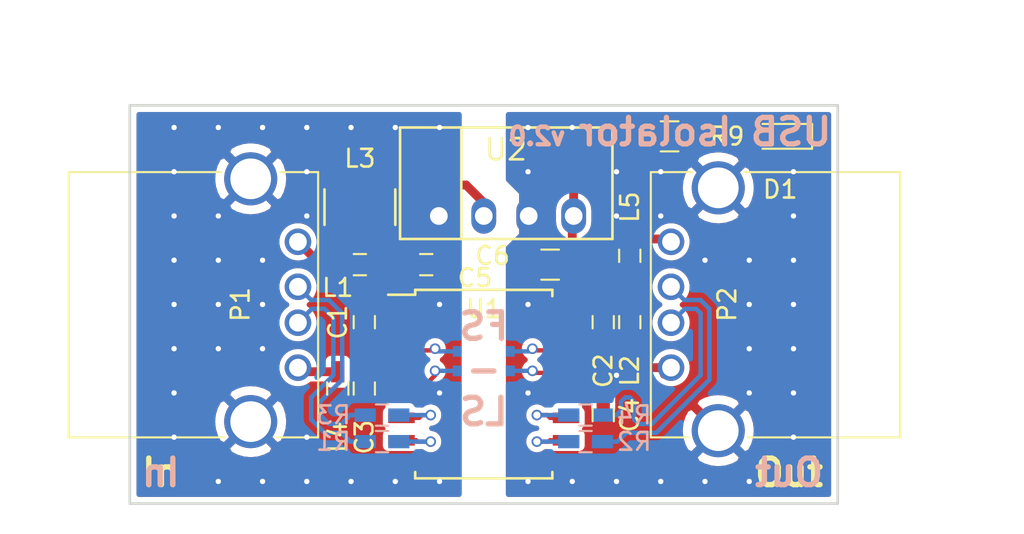
<source format=kicad_pcb>
(kicad_pcb (version 4) (host pcbnew 4.0.5)

  (general
    (links 112)
    (no_connects 0)
    (area 132.424999 61.174999 172.575001 83.825001)
    (thickness 1.6)
    (drawings 15)
    (tracks 133)
    (zones 0)
    (modules 85)
    (nets 23)
  )

  (page A4)
  (layers
    (0 F.Cu signal)
    (31 B.Cu signal)
    (36 B.SilkS user)
    (37 F.SilkS user)
    (38 B.Mask user)
    (39 F.Mask user)
    (40 Dwgs.User user)
    (44 Edge.Cuts user)
    (48 B.Fab user)
    (49 F.Fab user)
  )

  (setup
    (last_trace_width 0.25)
    (trace_clearance 0.2)
    (zone_clearance 0.3)
    (zone_45_only yes)
    (trace_min 0.006)
    (segment_width 0.2)
    (edge_width 0.15)
    (via_size 0.6)
    (via_drill 0.4)
    (via_min_size 0.027)
    (via_min_drill 0.013)
    (uvia_size 0.3)
    (uvia_drill 0.1)
    (uvias_allowed no)
    (uvia_min_size 0)
    (uvia_min_drill 0)
    (pcb_text_width 0.3)
    (pcb_text_size 1.5 1.5)
    (mod_edge_width 0.15)
    (mod_text_size 1 1)
    (mod_text_width 0.15)
    (pad_size 1.2 0.75)
    (pad_drill 0)
    (pad_to_mask_clearance 0.2)
    (aux_axis_origin 0 0)
    (visible_elements 7FFEFF7F)
    (pcbplotparams
      (layerselection 0x00030_80000001)
      (usegerberextensions false)
      (excludeedgelayer true)
      (linewidth 0.100000)
      (plotframeref false)
      (viasonmask false)
      (mode 1)
      (useauxorigin false)
      (hpglpennumber 1)
      (hpglpenspeed 20)
      (hpglpendiameter 15)
      (hpglpenoverlay 2)
      (psnegative false)
      (psa4output false)
      (plotreference true)
      (plotvalue true)
      (plotinvisibletext false)
      (padsonsilk false)
      (subtractmaskfromsilk false)
      (outputformat 1)
      (mirror false)
      (drillshape 1)
      (scaleselection 1)
      (outputdirectory ""))
  )

  (net 0 "")
  (net 1 VCC)
  (net 2 GND)
  (net 3 +5V)
  (net 4 GNDA)
  (net 5 "Net-(L1-Pad1)")
  (net 6 "Net-(L2-Pad1)")
  (net 7 "Net-(D1-Pad2)")
  (net 8 /VDD1)
  (net 9 /VDD2)
  (net 10 /SPU)
  (net 11 /SPD)
  (net 12 /UD+)
  (net 13 /UD-)
  (net 14 /DD+)
  (net 15 /DD-)
  (net 16 /UD2+)
  (net 17 /DD2+)
  (net 18 /UD2-)
  (net 19 /DD2-)
  (net 20 "Net-(L3-Pad1)")
  (net 21 "Net-(L4-Pad2)")
  (net 22 "Net-(L5-Pad2)")

  (net_class Default "This is the default net class."
    (clearance 0.2)
    (trace_width 0.25)
    (via_dia 0.6)
    (via_drill 0.4)
    (uvia_dia 0.3)
    (uvia_drill 0.1)
    (add_net /DD+)
    (add_net /DD-)
    (add_net /DD2+)
    (add_net /DD2-)
    (add_net /SPD)
    (add_net /SPU)
    (add_net /UD+)
    (add_net /UD-)
    (add_net /UD2+)
    (add_net /UD2-)
    (add_net /VDD1)
    (add_net /VDD2)
    (add_net GND)
    (add_net GNDA)
    (add_net "Net-(D1-Pad2)")
  )

  (net_class pwr ""
    (clearance 0.2)
    (trace_width 0.5)
    (via_dia 0.6)
    (via_drill 0.4)
    (uvia_dia 0.3)
    (uvia_drill 0.1)
    (add_net +5V)
    (add_net "Net-(L1-Pad1)")
    (add_net "Net-(L2-Pad1)")
    (add_net "Net-(L3-Pad1)")
    (add_net "Net-(L4-Pad2)")
    (add_net "Net-(L5-Pad2)")
    (add_net VCC)
  )

  (module USB_Iso:Via-0.6 (layer F.Cu) (tedit 58A3A694) (tstamp 58C7C631)
    (at 170 65)
    (fp_text reference REF** (at 0 1.27) (layer F.SilkS) hide
      (effects (font (size 1 1) (thickness 0.15)))
    )
    (fp_text value Via-0.6 (at 0 -1.27) (layer F.Fab) hide
      (effects (font (size 1 1) (thickness 0.15)))
    )
    (pad 1 thru_hole circle (at 0 0) (size 0.6 0.6) (drill 0.3) (layers *.Cu)
      (net 4 GNDA) (zone_connect 2))
  )

  (module USB_Iso:Via-0.6 (layer F.Cu) (tedit 58A3A694) (tstamp 58C7C628)
    (at 170 67.5)
    (fp_text reference REF** (at 0 1.27) (layer F.SilkS) hide
      (effects (font (size 1 1) (thickness 0.15)))
    )
    (fp_text value Via-0.6 (at 0 -1.27) (layer F.Fab) hide
      (effects (font (size 1 1) (thickness 0.15)))
    )
    (pad 1 thru_hole circle (at 0 0) (size 0.6 0.6) (drill 0.3) (layers *.Cu)
      (net 4 GNDA) (zone_connect 2))
  )

  (module USB_Iso:Via-0.6 (layer F.Cu) (tedit 58A3A694) (tstamp 58C7C624)
    (at 170 70)
    (fp_text reference REF** (at 0 1.27) (layer F.SilkS) hide
      (effects (font (size 1 1) (thickness 0.15)))
    )
    (fp_text value Via-0.6 (at 0 -1.27) (layer F.Fab) hide
      (effects (font (size 1 1) (thickness 0.15)))
    )
    (pad 1 thru_hole circle (at 0 0) (size 0.6 0.6) (drill 0.3) (layers *.Cu)
      (net 4 GNDA) (zone_connect 2))
  )

  (module USB_Iso:Via-0.6 (layer F.Cu) (tedit 58A3A694) (tstamp 58C7C620)
    (at 170 72.5)
    (fp_text reference REF** (at 0 1.27) (layer F.SilkS) hide
      (effects (font (size 1 1) (thickness 0.15)))
    )
    (fp_text value Via-0.6 (at 0 -1.27) (layer F.Fab) hide
      (effects (font (size 1 1) (thickness 0.15)))
    )
    (pad 1 thru_hole circle (at 0 0) (size 0.6 0.6) (drill 0.3) (layers *.Cu)
      (net 4 GNDA) (zone_connect 2))
  )

  (module USB_Iso:Via-0.6 (layer F.Cu) (tedit 58A3A694) (tstamp 58C7C61C)
    (at 170 75)
    (fp_text reference REF** (at 0 1.27) (layer F.SilkS) hide
      (effects (font (size 1 1) (thickness 0.15)))
    )
    (fp_text value Via-0.6 (at 0 -1.27) (layer F.Fab) hide
      (effects (font (size 1 1) (thickness 0.15)))
    )
    (pad 1 thru_hole circle (at 0 0) (size 0.6 0.6) (drill 0.3) (layers *.Cu)
      (net 4 GNDA) (zone_connect 2))
  )

  (module USB_Iso:Via-0.6 (layer F.Cu) (tedit 58A3A694) (tstamp 58C7C618)
    (at 170 80)
    (fp_text reference REF** (at 0 1.27) (layer F.SilkS) hide
      (effects (font (size 1 1) (thickness 0.15)))
    )
    (fp_text value Via-0.6 (at 0 -1.27) (layer F.Fab) hide
      (effects (font (size 1 1) (thickness 0.15)))
    )
    (pad 1 thru_hole circle (at 0 0) (size 0.6 0.6) (drill 0.3) (layers *.Cu)
      (net 4 GNDA) (zone_connect 2))
  )

  (module USB_Iso:Via-0.6 (layer F.Cu) (tedit 58A3A694) (tstamp 58C7C614)
    (at 170 77.5)
    (fp_text reference REF** (at 0 1.27) (layer F.SilkS) hide
      (effects (font (size 1 1) (thickness 0.15)))
    )
    (fp_text value Via-0.6 (at 0 -1.27) (layer F.Fab) hide
      (effects (font (size 1 1) (thickness 0.15)))
    )
    (pad 1 thru_hole circle (at 0 0) (size 0.6 0.6) (drill 0.3) (layers *.Cu)
      (net 4 GNDA) (zone_connect 2))
  )

  (module USB_Iso:Via-0.6 (layer F.Cu) (tedit 58A3A694) (tstamp 58C7C610)
    (at 167.5 77.5)
    (fp_text reference REF** (at 0 1.27) (layer F.SilkS) hide
      (effects (font (size 1 1) (thickness 0.15)))
    )
    (fp_text value Via-0.6 (at 0 -1.27) (layer F.Fab) hide
      (effects (font (size 1 1) (thickness 0.15)))
    )
    (pad 1 thru_hole circle (at 0 0) (size 0.6 0.6) (drill 0.3) (layers *.Cu)
      (net 4 GNDA) (zone_connect 2))
  )

  (module USB_Iso:Via-0.6 (layer F.Cu) (tedit 58A3A694) (tstamp 58C7C60C)
    (at 167.5 82.5)
    (fp_text reference REF** (at 0 1.27) (layer F.SilkS) hide
      (effects (font (size 1 1) (thickness 0.15)))
    )
    (fp_text value Via-0.6 (at 0 -1.27) (layer F.Fab) hide
      (effects (font (size 1 1) (thickness 0.15)))
    )
    (pad 1 thru_hole circle (at 0 0) (size 0.6 0.6) (drill 0.3) (layers *.Cu)
      (net 4 GNDA) (zone_connect 2))
  )

  (module USB_Iso:Via-0.6 (layer F.Cu) (tedit 58A2BF80) (tstamp 58C7C607)
    (at 142.5 80)
    (fp_text reference REF** (at 0 1.27) (layer F.SilkS) hide
      (effects (font (size 1 1) (thickness 0.15)))
    )
    (fp_text value Via-0.6 (at 0 -1.27) (layer F.Fab) hide
      (effects (font (size 1 1) (thickness 0.15)))
    )
    (pad 1 thru_hole circle (at 0 0) (size 0.6 0.6) (drill 0.3) (layers *.Cu)
      (net 2 GND) (zone_connect 2))
  )

  (module USB_Iso:Via-0.6 (layer F.Cu) (tedit 58A2BF80) (tstamp 58C7C603)
    (at 137.5 82.5)
    (fp_text reference REF** (at 0 1.27) (layer F.SilkS) hide
      (effects (font (size 1 1) (thickness 0.15)))
    )
    (fp_text value Via-0.6 (at 0 -1.27) (layer F.Fab) hide
      (effects (font (size 1 1) (thickness 0.15)))
    )
    (pad 1 thru_hole circle (at 0 0) (size 0.6 0.6) (drill 0.3) (layers *.Cu)
      (net 2 GND) (zone_connect 2))
  )

  (module USB_Iso:Via-0.6 (layer F.Cu) (tedit 58A2BF80) (tstamp 58C7C5FF)
    (at 135 80)
    (fp_text reference REF** (at 0 1.27) (layer F.SilkS) hide
      (effects (font (size 1 1) (thickness 0.15)))
    )
    (fp_text value Via-0.6 (at 0 -1.27) (layer F.Fab) hide
      (effects (font (size 1 1) (thickness 0.15)))
    )
    (pad 1 thru_hole circle (at 0 0) (size 0.6 0.6) (drill 0.3) (layers *.Cu)
      (net 2 GND) (zone_connect 2))
  )

  (module USB_Iso:Via-0.6 (layer F.Cu) (tedit 58A2BF80) (tstamp 58C7C5FB)
    (at 135 77.5)
    (fp_text reference REF** (at 0 1.27) (layer F.SilkS) hide
      (effects (font (size 1 1) (thickness 0.15)))
    )
    (fp_text value Via-0.6 (at 0 -1.27) (layer F.Fab) hide
      (effects (font (size 1 1) (thickness 0.15)))
    )
    (pad 1 thru_hole circle (at 0 0) (size 0.6 0.6) (drill 0.3) (layers *.Cu)
      (net 2 GND) (zone_connect 2))
  )

  (module USB_Iso:Via-0.6 (layer F.Cu) (tedit 58A2BF80) (tstamp 58C7C5F7)
    (at 135 75)
    (fp_text reference REF** (at 0 1.27) (layer F.SilkS) hide
      (effects (font (size 1 1) (thickness 0.15)))
    )
    (fp_text value Via-0.6 (at 0 -1.27) (layer F.Fab) hide
      (effects (font (size 1 1) (thickness 0.15)))
    )
    (pad 1 thru_hole circle (at 0 0) (size 0.6 0.6) (drill 0.3) (layers *.Cu)
      (net 2 GND) (zone_connect 2))
  )

  (module USB_Iso:Via-0.6 (layer F.Cu) (tedit 58A2BF80) (tstamp 58C7C5F3)
    (at 135 72.5)
    (fp_text reference REF** (at 0 1.27) (layer F.SilkS) hide
      (effects (font (size 1 1) (thickness 0.15)))
    )
    (fp_text value Via-0.6 (at 0 -1.27) (layer F.Fab) hide
      (effects (font (size 1 1) (thickness 0.15)))
    )
    (pad 1 thru_hole circle (at 0 0) (size 0.6 0.6) (drill 0.3) (layers *.Cu)
      (net 2 GND) (zone_connect 2))
  )

  (module USB_Iso:Via-0.6 (layer F.Cu) (tedit 58A2BF80) (tstamp 58C7C5EF)
    (at 135 70)
    (fp_text reference REF** (at 0 1.27) (layer F.SilkS) hide
      (effects (font (size 1 1) (thickness 0.15)))
    )
    (fp_text value Via-0.6 (at 0 -1.27) (layer F.Fab) hide
      (effects (font (size 1 1) (thickness 0.15)))
    )
    (pad 1 thru_hole circle (at 0 0) (size 0.6 0.6) (drill 0.3) (layers *.Cu)
      (net 2 GND) (zone_connect 2))
  )

  (module USB_Iso:Via-0.6 (layer F.Cu) (tedit 58A2BF80) (tstamp 58C7C5EB)
    (at 135 67.5)
    (fp_text reference REF** (at 0 1.27) (layer F.SilkS) hide
      (effects (font (size 1 1) (thickness 0.15)))
    )
    (fp_text value Via-0.6 (at 0 -1.27) (layer F.Fab) hide
      (effects (font (size 1 1) (thickness 0.15)))
    )
    (pad 1 thru_hole circle (at 0 0) (size 0.6 0.6) (drill 0.3) (layers *.Cu)
      (net 2 GND) (zone_connect 2))
  )

  (module USB_Iso:Via-0.6 (layer F.Cu) (tedit 58A2BF80) (tstamp 58C7C5E7)
    (at 137.5 67.5)
    (fp_text reference REF** (at 0 1.27) (layer F.SilkS) hide
      (effects (font (size 1 1) (thickness 0.15)))
    )
    (fp_text value Via-0.6 (at 0 -1.27) (layer F.Fab) hide
      (effects (font (size 1 1) (thickness 0.15)))
    )
    (pad 1 thru_hole circle (at 0 0) (size 0.6 0.6) (drill 0.3) (layers *.Cu)
      (net 2 GND) (zone_connect 2))
  )

  (module USB_Iso:Via-0.6 (layer F.Cu) (tedit 58A2BF80) (tstamp 58C7C5E3)
    (at 135 65)
    (fp_text reference REF** (at 0 1.27) (layer F.SilkS) hide
      (effects (font (size 1 1) (thickness 0.15)))
    )
    (fp_text value Via-0.6 (at 0 -1.27) (layer F.Fab) hide
      (effects (font (size 1 1) (thickness 0.15)))
    )
    (pad 1 thru_hole circle (at 0 0) (size 0.6 0.6) (drill 0.3) (layers *.Cu)
      (net 2 GND) (zone_connect 2))
  )

  (module USB_Iso:Via-0.6 (layer F.Cu) (tedit 58A2BF80) (tstamp 58C7C5DF)
    (at 135 62.5)
    (fp_text reference REF** (at 0 1.27) (layer F.SilkS) hide
      (effects (font (size 1 1) (thickness 0.15)))
    )
    (fp_text value Via-0.6 (at 0 -1.27) (layer F.Fab) hide
      (effects (font (size 1 1) (thickness 0.15)))
    )
    (pad 1 thru_hole circle (at 0 0) (size 0.6 0.6) (drill 0.3) (layers *.Cu)
      (net 2 GND) (zone_connect 2))
  )

  (module USB_Iso:Via-0.6 (layer F.Cu) (tedit 58A2BF80) (tstamp 58C7C5DB)
    (at 137.5 62.5)
    (fp_text reference REF** (at 0 1.27) (layer F.SilkS) hide
      (effects (font (size 1 1) (thickness 0.15)))
    )
    (fp_text value Via-0.6 (at 0 -1.27) (layer F.Fab) hide
      (effects (font (size 1 1) (thickness 0.15)))
    )
    (pad 1 thru_hole circle (at 0 0) (size 0.6 0.6) (drill 0.3) (layers *.Cu)
      (net 2 GND) (zone_connect 2))
  )

  (module USB_Iso:Via-0.6 (layer F.Cu) (tedit 58A3A694) (tstamp 58C7C5D3)
    (at 160 76.5)
    (fp_text reference REF** (at 0 1.27) (layer F.SilkS) hide
      (effects (font (size 1 1) (thickness 0.15)))
    )
    (fp_text value Via-0.6 (at 0 -1.27) (layer F.Fab) hide
      (effects (font (size 1 1) (thickness 0.15)))
    )
    (pad 1 thru_hole circle (at 0 0) (size 0.6 0.6) (drill 0.3) (layers *.Cu)
      (net 4 GNDA) (zone_connect 2))
  )

  (module USB_Iso:Via-0.6 (layer F.Cu) (tedit 58A2BF80) (tstamp 58C7C5CD)
    (at 142.5 67.5)
    (fp_text reference REF** (at 0 1.27) (layer F.SilkS) hide
      (effects (font (size 1 1) (thickness 0.15)))
    )
    (fp_text value Via-0.6 (at 0 -1.27) (layer F.Fab) hide
      (effects (font (size 1 1) (thickness 0.15)))
    )
    (pad 1 thru_hole circle (at 0 0) (size 0.6 0.6) (drill 0.3) (layers *.Cu)
      (net 2 GND) (zone_connect 2))
  )

  (module USB_Iso:Via-0.6 (layer F.Cu) (tedit 58A3A694) (tstamp 58C7BF82)
    (at 155 65)
    (fp_text reference REF** (at 0 1.27) (layer F.SilkS) hide
      (effects (font (size 1 1) (thickness 0.15)))
    )
    (fp_text value Via-0.6 (at 0 -1.27) (layer F.Fab) hide
      (effects (font (size 1 1) (thickness 0.15)))
    )
    (pad 1 thru_hole circle (at 0 0) (size 0.6 0.6) (drill 0.3) (layers *.Cu)
      (net 4 GNDA) (zone_connect 2))
  )

  (module USB_Iso:Via-0.6 (layer F.Cu) (tedit 58A3A694) (tstamp 58C7BEA0)
    (at 162.5 67.5)
    (fp_text reference REF** (at 0 1.27) (layer F.SilkS) hide
      (effects (font (size 1 1) (thickness 0.15)))
    )
    (fp_text value Via-0.6 (at 0 -1.27) (layer F.Fab) hide
      (effects (font (size 1 1) (thickness 0.15)))
    )
    (pad 1 thru_hole circle (at 0 0) (size 0.6 0.6) (drill 0.3) (layers *.Cu)
      (net 4 GNDA) (zone_connect 2))
  )

  (module USB_Iso:Via-0.6 (layer F.Cu) (tedit 58A3A694) (tstamp 58C7BE99)
    (at 160 67.5)
    (fp_text reference REF** (at 0 1.27) (layer F.SilkS) hide
      (effects (font (size 1 1) (thickness 0.15)))
    )
    (fp_text value Via-0.6 (at 0 -1.27) (layer F.Fab) hide
      (effects (font (size 1 1) (thickness 0.15)))
    )
    (pad 1 thru_hole circle (at 0 0) (size 0.6 0.6) (drill 0.3) (layers *.Cu)
      (net 4 GNDA) (zone_connect 2))
  )

  (module USB_Iso:Via-0.6 (layer F.Cu) (tedit 58A2BF80) (tstamp 58C7BE53)
    (at 150 77.5)
    (fp_text reference REF** (at 0 1.27) (layer F.SilkS) hide
      (effects (font (size 1 1) (thickness 0.15)))
    )
    (fp_text value Via-0.6 (at 0 -1.27) (layer F.Fab) hide
      (effects (font (size 1 1) (thickness 0.15)))
    )
    (pad 1 thru_hole circle (at 0 0) (size 0.6 0.6) (drill 0.3) (layers *.Cu)
      (net 2 GND) (zone_connect 2))
  )

  (module USB_Iso:Via-0.6 (layer F.Cu) (tedit 58A3A694) (tstamp 58C7BE46)
    (at 155 77.5)
    (fp_text reference REF** (at 0 1.27) (layer F.SilkS) hide
      (effects (font (size 1 1) (thickness 0.15)))
    )
    (fp_text value Via-0.6 (at 0 -1.27) (layer F.Fab) hide
      (effects (font (size 1 1) (thickness 0.15)))
    )
    (pad 1 thru_hole circle (at 0 0) (size 0.6 0.6) (drill 0.3) (layers *.Cu)
      (net 4 GNDA) (zone_connect 2))
  )

  (module Capacitors_SMD:C_0603_HandSoldering (layer F.Cu) (tedit 541A9B4D) (tstamp 58A2855D)
    (at 160.75 73.5 90)
    (descr "Capacitor SMD 0603, hand soldering")
    (tags "capacitor 0603")
    (path /58A2CCF1)
    (attr smd)
    (fp_text reference L2 (at -2.75 0 90) (layer F.SilkS)
      (effects (font (size 1 1) (thickness 0.15)))
    )
    (fp_text value Ferrite_Bead_Small (at 0 1.9 90) (layer F.Fab)
      (effects (font (size 1 1) (thickness 0.15)))
    )
    (fp_line (start -0.8 0.4) (end -0.8 -0.4) (layer F.Fab) (width 0.1))
    (fp_line (start 0.8 0.4) (end -0.8 0.4) (layer F.Fab) (width 0.1))
    (fp_line (start 0.8 -0.4) (end 0.8 0.4) (layer F.Fab) (width 0.1))
    (fp_line (start -0.8 -0.4) (end 0.8 -0.4) (layer F.Fab) (width 0.1))
    (fp_line (start -1.85 -0.75) (end 1.85 -0.75) (layer F.CrtYd) (width 0.05))
    (fp_line (start -1.85 0.75) (end 1.85 0.75) (layer F.CrtYd) (width 0.05))
    (fp_line (start -1.85 -0.75) (end -1.85 0.75) (layer F.CrtYd) (width 0.05))
    (fp_line (start 1.85 -0.75) (end 1.85 0.75) (layer F.CrtYd) (width 0.05))
    (fp_line (start -0.35 -0.6) (end 0.35 -0.6) (layer F.SilkS) (width 0.12))
    (fp_line (start 0.35 0.6) (end -0.35 0.6) (layer F.SilkS) (width 0.12))
    (pad 1 smd rect (at -0.95 0 90) (size 1.2 0.75) (layers F.Cu F.Mask)
      (net 6 "Net-(L2-Pad1)"))
    (pad 2 smd rect (at 0.95 0 90) (size 1.2 0.75) (layers F.Cu F.Mask)
      (net 3 +5V))
    (model Capacitors_SMD.3dshapes/C_0603_HandSoldering.wrl
      (at (xyz 0 0 0))
      (scale (xyz 1 1 1))
      (rotate (xyz 0 0 0))
    )
  )

  (module USB_Iso:Via-0.6 (layer F.Cu) (tedit 58A3A694) (tstamp 58C27CD1)
    (at 157.5 62.5)
    (fp_text reference REF** (at 0 1.27) (layer F.SilkS) hide
      (effects (font (size 1 1) (thickness 0.15)))
    )
    (fp_text value Via-0.6 (at 0 -1.27) (layer F.Fab) hide
      (effects (font (size 1 1) (thickness 0.15)))
    )
    (pad 1 thru_hole circle (at 0 0) (size 0.6 0.6) (drill 0.3) (layers *.Cu)
      (net 4 GNDA) (zone_connect 2))
  )

  (module Capacitors_SMD:C_0603_HandSoldering (layer F.Cu) (tedit 541A9B4D) (tstamp 58A28545)
    (at 159.25 78.75 90)
    (descr "Capacitor SMD 0603, hand soldering")
    (tags "capacitor 0603")
    (path /58A2F3A7)
    (zone_connect 2)
    (attr smd)
    (fp_text reference C4 (at 0 1.5 90) (layer F.SilkS)
      (effects (font (size 1 1) (thickness 0.15)))
    )
    (fp_text value 0u1 (at 0 1.9 90) (layer F.Fab)
      (effects (font (size 1 1) (thickness 0.15)))
    )
    (fp_line (start -0.8 0.4) (end -0.8 -0.4) (layer F.Fab) (width 0.1))
    (fp_line (start 0.8 0.4) (end -0.8 0.4) (layer F.Fab) (width 0.1))
    (fp_line (start 0.8 -0.4) (end 0.8 0.4) (layer F.Fab) (width 0.1))
    (fp_line (start -0.8 -0.4) (end 0.8 -0.4) (layer F.Fab) (width 0.1))
    (fp_line (start -1.85 -0.75) (end 1.85 -0.75) (layer F.CrtYd) (width 0.05))
    (fp_line (start -1.85 0.75) (end 1.85 0.75) (layer F.CrtYd) (width 0.05))
    (fp_line (start -1.85 -0.75) (end -1.85 0.75) (layer F.CrtYd) (width 0.05))
    (fp_line (start 1.85 -0.75) (end 1.85 0.75) (layer F.CrtYd) (width 0.05))
    (fp_line (start -0.35 -0.6) (end 0.35 -0.6) (layer F.SilkS) (width 0.12))
    (fp_line (start 0.35 0.6) (end -0.35 0.6) (layer F.SilkS) (width 0.12))
    (pad 1 smd rect (at -0.95 0 90) (size 1.2 0.75) (layers F.Cu F.Mask)
      (net 4 GNDA) (zone_connect 2))
    (pad 2 smd rect (at 0.95 0 90) (size 1.2 0.75) (layers F.Cu F.Mask)
      (net 9 /VDD2) (zone_connect 2))
    (model Capacitors_SMD.3dshapes/C_0603_HandSoldering.wrl
      (at (xyz 0 0 0))
      (scale (xyz 1 1 1))
      (rotate (xyz 0 0 0))
    )
  )

  (module USB_Iso:Via-0.6 (layer F.Cu) (tedit 58A3A694) (tstamp 58BFE148)
    (at 155 72.5)
    (fp_text reference REF** (at 0 1.27) (layer F.SilkS) hide
      (effects (font (size 1 1) (thickness 0.15)))
    )
    (fp_text value Via-0.6 (at 0 -1.27) (layer F.Fab) hide
      (effects (font (size 1 1) (thickness 0.15)))
    )
    (pad 1 thru_hole circle (at 0 0) (size 0.6 0.6) (drill 0.3) (layers *.Cu)
      (net 4 GNDA) (zone_connect 2))
  )

  (module USB_Iso:Via-0.6 (layer F.Cu) (tedit 58A2BF80) (tstamp 58A3EAE4)
    (at 150 82.5)
    (fp_text reference REF** (at 0 1.27) (layer F.SilkS) hide
      (effects (font (size 1 1) (thickness 0.15)))
    )
    (fp_text value Via-0.6 (at 0 -1.27) (layer F.Fab) hide
      (effects (font (size 1 1) (thickness 0.15)))
    )
    (pad 1 thru_hole circle (at 0 0) (size 0.6 0.6) (drill 0.3) (layers *.Cu)
      (net 2 GND) (zone_connect 2))
  )

  (module USB_Iso:Via-0.6 (layer F.Cu) (tedit 58A2BF80) (tstamp 58A3EAE0)
    (at 147.5 82.5)
    (fp_text reference REF** (at 0 1.27) (layer F.SilkS) hide
      (effects (font (size 1 1) (thickness 0.15)))
    )
    (fp_text value Via-0.6 (at 0 -1.27) (layer F.Fab) hide
      (effects (font (size 1 1) (thickness 0.15)))
    )
    (pad 1 thru_hole circle (at 0 0) (size 0.6 0.6) (drill 0.3) (layers *.Cu)
      (net 2 GND) (zone_connect 2))
  )

  (module USB_Iso:Via-0.6 (layer F.Cu) (tedit 58A3A694) (tstamp 58A3EADB)
    (at 155 82.5)
    (fp_text reference REF** (at 0 1.27) (layer F.SilkS) hide
      (effects (font (size 1 1) (thickness 0.15)))
    )
    (fp_text value Via-0.6 (at 0 -1.27) (layer F.Fab) hide
      (effects (font (size 1 1) (thickness 0.15)))
    )
    (pad 1 thru_hole circle (at 0 0) (size 0.6 0.6) (drill 0.3) (layers *.Cu)
      (net 4 GNDA) (zone_connect 2))
  )

  (module USB_Iso:Via-0.6 (layer F.Cu) (tedit 58A3A694) (tstamp 58A3EAD7)
    (at 157.5 82.5)
    (fp_text reference REF** (at 0 1.27) (layer F.SilkS) hide
      (effects (font (size 1 1) (thickness 0.15)))
    )
    (fp_text value Via-0.6 (at 0 -1.27) (layer F.Fab) hide
      (effects (font (size 1 1) (thickness 0.15)))
    )
    (pad 1 thru_hole circle (at 0 0) (size 0.6 0.6) (drill 0.3) (layers *.Cu)
      (net 4 GNDA) (zone_connect 2))
  )

  (module USB_Iso:Via-0.6 (layer F.Cu) (tedit 58A2BF80) (tstamp 58A3DB8C)
    (at 137.5 75)
    (fp_text reference REF** (at 0 1.27) (layer F.SilkS) hide
      (effects (font (size 1 1) (thickness 0.15)))
    )
    (fp_text value Via-0.6 (at 0 -1.27) (layer F.Fab) hide
      (effects (font (size 1 1) (thickness 0.15)))
    )
    (pad 1 thru_hole circle (at 0 0) (size 0.6 0.6) (drill 0.3) (layers *.Cu)
      (net 2 GND) (zone_connect 2))
  )

  (module USB_Iso:Via-0.6 (layer F.Cu) (tedit 58A2BF80) (tstamp 58A3DB88)
    (at 137.5 72.5)
    (fp_text reference REF** (at 0 1.27) (layer F.SilkS) hide
      (effects (font (size 1 1) (thickness 0.15)))
    )
    (fp_text value Via-0.6 (at 0 -1.27) (layer F.Fab) hide
      (effects (font (size 1 1) (thickness 0.15)))
    )
    (pad 1 thru_hole circle (at 0 0) (size 0.6 0.6) (drill 0.3) (layers *.Cu)
      (net 2 GND) (zone_connect 2))
  )

  (module USB_Iso:Via-0.6 (layer F.Cu) (tedit 58A2BF80) (tstamp 58A3DB84)
    (at 137.5 70)
    (fp_text reference REF** (at 0 1.27) (layer F.SilkS) hide
      (effects (font (size 1 1) (thickness 0.15)))
    )
    (fp_text value Via-0.6 (at 0 -1.27) (layer F.Fab) hide
      (effects (font (size 1 1) (thickness 0.15)))
    )
    (pad 1 thru_hole circle (at 0 0) (size 0.6 0.6) (drill 0.3) (layers *.Cu)
      (net 2 GND) (zone_connect 2))
  )

  (module USB_Iso:Via-0.6 (layer F.Cu) (tedit 58A3A694) (tstamp 58A3DB7E)
    (at 167.5 75)
    (fp_text reference REF** (at 0 1.27) (layer F.SilkS) hide
      (effects (font (size 1 1) (thickness 0.15)))
    )
    (fp_text value Via-0.6 (at 0 -1.27) (layer F.Fab) hide
      (effects (font (size 1 1) (thickness 0.15)))
    )
    (pad 1 thru_hole circle (at 0 0) (size 0.6 0.6) (drill 0.3) (layers *.Cu)
      (net 4 GNDA) (zone_connect 2))
  )

  (module USB_Iso:Via-0.6 (layer F.Cu) (tedit 58A3A694) (tstamp 58A3DB7A)
    (at 167.5 72.5)
    (fp_text reference REF** (at 0 1.27) (layer F.SilkS) hide
      (effects (font (size 1 1) (thickness 0.15)))
    )
    (fp_text value Via-0.6 (at 0 -1.27) (layer F.Fab) hide
      (effects (font (size 1 1) (thickness 0.15)))
    )
    (pad 1 thru_hole circle (at 0 0) (size 0.6 0.6) (drill 0.3) (layers *.Cu)
      (net 4 GNDA) (zone_connect 2))
  )

  (module USB_Iso:Via-0.6 (layer F.Cu) (tedit 58A3A694) (tstamp 58A3DB76)
    (at 167.5 70)
    (fp_text reference REF** (at 0 1.27) (layer F.SilkS) hide
      (effects (font (size 1 1) (thickness 0.15)))
    )
    (fp_text value Via-0.6 (at 0 -1.27) (layer F.Fab) hide
      (effects (font (size 1 1) (thickness 0.15)))
    )
    (pad 1 thru_hole circle (at 0 0) (size 0.6 0.6) (drill 0.3) (layers *.Cu)
      (net 4 GNDA) (zone_connect 2))
  )

  (module USB_Iso:Via-0.6 (layer F.Cu) (tedit 58A2BF80) (tstamp 58A3A7B2)
    (at 140 62.5)
    (fp_text reference REF** (at 0 1.27) (layer F.SilkS) hide
      (effects (font (size 1 1) (thickness 0.15)))
    )
    (fp_text value Via-0.6 (at 0 -1.27) (layer F.Fab) hide
      (effects (font (size 1 1) (thickness 0.15)))
    )
    (pad 1 thru_hole circle (at 0 0) (size 0.6 0.6) (drill 0.3) (layers *.Cu)
      (net 2 GND) (zone_connect 2))
  )

  (module USB_Iso:Via-0.6 (layer F.Cu) (tedit 58A3A694) (tstamp 58A3A7AD)
    (at 165 82.5)
    (fp_text reference REF** (at 0 1.27) (layer F.SilkS) hide
      (effects (font (size 1 1) (thickness 0.15)))
    )
    (fp_text value Via-0.6 (at 0 -1.27) (layer F.Fab) hide
      (effects (font (size 1 1) (thickness 0.15)))
    )
    (pad 1 thru_hole circle (at 0 0) (size 0.6 0.6) (drill 0.3) (layers *.Cu)
      (net 4 GNDA) (zone_connect 2))
  )

  (module USB_Iso:Via-0.6 (layer F.Cu) (tedit 58A3A694) (tstamp 58A3A7A9)
    (at 162.5 82.5)
    (fp_text reference REF** (at 0 1.27) (layer F.SilkS) hide
      (effects (font (size 1 1) (thickness 0.15)))
    )
    (fp_text value Via-0.6 (at 0 -1.27) (layer F.Fab) hide
      (effects (font (size 1 1) (thickness 0.15)))
    )
    (pad 1 thru_hole circle (at 0 0) (size 0.6 0.6) (drill 0.3) (layers *.Cu)
      (net 4 GNDA) (zone_connect 2))
  )

  (module USB_Iso:Via-0.6 (layer F.Cu) (tedit 58A3A694) (tstamp 58A3A7A5)
    (at 160 82.5)
    (fp_text reference REF** (at 0 1.27) (layer F.SilkS) hide
      (effects (font (size 1 1) (thickness 0.15)))
    )
    (fp_text value Via-0.6 (at 0 -1.27) (layer F.Fab) hide
      (effects (font (size 1 1) (thickness 0.15)))
    )
    (pad 1 thru_hole circle (at 0 0) (size 0.6 0.6) (drill 0.3) (layers *.Cu)
      (net 4 GNDA) (zone_connect 2))
  )

  (module USB_Iso:Via-0.6 (layer F.Cu) (tedit 58A3A694) (tstamp 58A3A795)
    (at 165 70)
    (fp_text reference REF** (at 0 1.27) (layer F.SilkS) hide
      (effects (font (size 1 1) (thickness 0.15)))
    )
    (fp_text value Via-0.6 (at 0 -1.27) (layer F.Fab) hide
      (effects (font (size 1 1) (thickness 0.15)))
    )
    (pad 1 thru_hole circle (at 0 0) (size 0.6 0.6) (drill 0.3) (layers *.Cu)
      (net 4 GNDA) (zone_connect 2))
  )

  (module USB_Iso:Via-0.6 (layer F.Cu) (tedit 58A3A694) (tstamp 58A3A785)
    (at 162.5 65)
    (fp_text reference REF** (at 0 1.27) (layer F.SilkS) hide
      (effects (font (size 1 1) (thickness 0.15)))
    )
    (fp_text value Via-0.6 (at 0 -1.27) (layer F.Fab) hide
      (effects (font (size 1 1) (thickness 0.15)))
    )
    (pad 1 thru_hole circle (at 0 0) (size 0.6 0.6) (drill 0.3) (layers *.Cu)
      (net 4 GNDA) (zone_connect 2))
  )

  (module USB_Iso:Via-0.6 (layer F.Cu) (tedit 58A3A694) (tstamp 58A3A775)
    (at 160 65)
    (fp_text reference REF** (at 0 1.27) (layer F.SilkS) hide
      (effects (font (size 1 1) (thickness 0.15)))
    )
    (fp_text value Via-0.6 (at 0 -1.27) (layer F.Fab) hide
      (effects (font (size 1 1) (thickness 0.15)))
    )
    (pad 1 thru_hole circle (at 0 0) (size 0.6 0.6) (drill 0.3) (layers *.Cu)
      (net 4 GNDA) (zone_connect 2))
  )

  (module USB_Iso:Via-0.6 (layer F.Cu) (tedit 58A3A694) (tstamp 58A3A763)
    (at 155 62.5)
    (fp_text reference REF** (at 0 1.27) (layer F.SilkS) hide
      (effects (font (size 1 1) (thickness 0.15)))
    )
    (fp_text value Via-0.6 (at 0 -1.27) (layer F.Fab) hide
      (effects (font (size 1 1) (thickness 0.15)))
    )
    (pad 1 thru_hole circle (at 0 0) (size 0.6 0.6) (drill 0.3) (layers *.Cu)
      (net 4 GNDA) (zone_connect 2))
  )

  (module USB_Iso:Via-0.6 (layer F.Cu) (tedit 58A2BF80) (tstamp 58A3A75B)
    (at 150 72.5)
    (fp_text reference REF** (at 0 1.27) (layer F.SilkS) hide
      (effects (font (size 1 1) (thickness 0.15)))
    )
    (fp_text value Via-0.6 (at 0 -1.27) (layer F.Fab) hide
      (effects (font (size 1 1) (thickness 0.15)))
    )
    (pad 1 thru_hole circle (at 0 0) (size 0.6 0.6) (drill 0.3) (layers *.Cu)
      (net 2 GND) (zone_connect 2))
  )

  (module USB_Iso:Via-0.6 (layer F.Cu) (tedit 58A2BF80) (tstamp 58A3A757)
    (at 140 75)
    (fp_text reference REF** (at 0 1.27) (layer F.SilkS) hide
      (effects (font (size 1 1) (thickness 0.15)))
    )
    (fp_text value Via-0.6 (at 0 -1.27) (layer F.Fab) hide
      (effects (font (size 1 1) (thickness 0.15)))
    )
    (pad 1 thru_hole circle (at 0 0) (size 0.6 0.6) (drill 0.3) (layers *.Cu)
      (net 2 GND) (zone_connect 2))
  )

  (module USB_Iso:Via-0.6 (layer F.Cu) (tedit 58A2BF80) (tstamp 58A3A753)
    (at 140 72.5)
    (fp_text reference REF** (at 0 1.27) (layer F.SilkS) hide
      (effects (font (size 1 1) (thickness 0.15)))
    )
    (fp_text value Via-0.6 (at 0 -1.27) (layer F.Fab) hide
      (effects (font (size 1 1) (thickness 0.15)))
    )
    (pad 1 thru_hole circle (at 0 0) (size 0.6 0.6) (drill 0.3) (layers *.Cu)
      (net 2 GND) (zone_connect 2))
  )

  (module USB_Iso:Via-0.6 (layer F.Cu) (tedit 58A2BF80) (tstamp 58A3A74F)
    (at 140 70)
    (fp_text reference REF** (at 0 1.27) (layer F.SilkS) hide
      (effects (font (size 1 1) (thickness 0.15)))
    )
    (fp_text value Via-0.6 (at 0 -1.27) (layer F.Fab) hide
      (effects (font (size 1 1) (thickness 0.15)))
    )
    (pad 1 thru_hole circle (at 0 0) (size 0.6 0.6) (drill 0.3) (layers *.Cu)
      (net 2 GND) (zone_connect 2))
  )

  (module USB_Iso:Via-0.6 (layer F.Cu) (tedit 58A2BF80) (tstamp 58A3A74B)
    (at 142.5 65)
    (fp_text reference REF** (at 0 1.27) (layer F.SilkS) hide
      (effects (font (size 1 1) (thickness 0.15)))
    )
    (fp_text value Via-0.6 (at 0 -1.27) (layer F.Fab) hide
      (effects (font (size 1 1) (thickness 0.15)))
    )
    (pad 1 thru_hole circle (at 0 0) (size 0.6 0.6) (drill 0.3) (layers *.Cu)
      (net 2 GND) (zone_connect 2))
  )

  (module USB_Iso:Via-0.6 (layer F.Cu) (tedit 58A2BF80) (tstamp 58A3A743)
    (at 142.5 62.5)
    (fp_text reference REF** (at 0 1.27) (layer F.SilkS) hide
      (effects (font (size 1 1) (thickness 0.15)))
    )
    (fp_text value Via-0.6 (at 0 -1.27) (layer F.Fab) hide
      (effects (font (size 1 1) (thickness 0.15)))
    )
    (pad 1 thru_hole circle (at 0 0) (size 0.6 0.6) (drill 0.3) (layers *.Cu)
      (net 2 GND) (zone_connect 2))
  )

  (module USB_Iso:Via-0.6 (layer F.Cu) (tedit 58A2BF80) (tstamp 58A3A73F)
    (at 145 62.5)
    (fp_text reference REF** (at 0 1.27) (layer F.SilkS) hide
      (effects (font (size 1 1) (thickness 0.15)))
    )
    (fp_text value Via-0.6 (at 0 -1.27) (layer F.Fab) hide
      (effects (font (size 1 1) (thickness 0.15)))
    )
    (pad 1 thru_hole circle (at 0 0) (size 0.6 0.6) (drill 0.3) (layers *.Cu)
      (net 2 GND) (zone_connect 2))
  )

  (module USB_Iso:Via-0.6 (layer F.Cu) (tedit 58A2BF80) (tstamp 58A3A73B)
    (at 147.5 62.5)
    (fp_text reference REF** (at 0 1.27) (layer F.SilkS) hide
      (effects (font (size 1 1) (thickness 0.15)))
    )
    (fp_text value Via-0.6 (at 0 -1.27) (layer F.Fab) hide
      (effects (font (size 1 1) (thickness 0.15)))
    )
    (pad 1 thru_hole circle (at 0 0) (size 0.6 0.6) (drill 0.3) (layers *.Cu)
      (net 2 GND) (zone_connect 2))
  )

  (module USB_Iso:Via-0.6 (layer F.Cu) (tedit 58A2BF80) (tstamp 58A3A737)
    (at 150 62.5)
    (fp_text reference REF** (at 0 1.27) (layer F.SilkS) hide
      (effects (font (size 1 1) (thickness 0.15)))
    )
    (fp_text value Via-0.6 (at 0 -1.27) (layer F.Fab) hide
      (effects (font (size 1 1) (thickness 0.15)))
    )
    (pad 1 thru_hole circle (at 0 0) (size 0.6 0.6) (drill 0.3) (layers *.Cu)
      (net 2 GND) (zone_connect 2))
  )

  (module USB_Iso:Via-0.6 (layer F.Cu) (tedit 58A2BF80) (tstamp 58A3A733)
    (at 140 82.5)
    (fp_text reference REF** (at 0 1.27) (layer F.SilkS) hide
      (effects (font (size 1 1) (thickness 0.15)))
    )
    (fp_text value Via-0.6 (at 0 -1.27) (layer F.Fab) hide
      (effects (font (size 1 1) (thickness 0.15)))
    )
    (pad 1 thru_hole circle (at 0 0) (size 0.6 0.6) (drill 0.3) (layers *.Cu)
      (net 2 GND) (zone_connect 2))
  )

  (module USB_Iso:Via-0.6 (layer F.Cu) (tedit 58A2BF80) (tstamp 58A3A72B)
    (at 142.5 82.5)
    (fp_text reference REF** (at 0 1.27) (layer F.SilkS) hide
      (effects (font (size 1 1) (thickness 0.15)))
    )
    (fp_text value Via-0.6 (at 0 -1.27) (layer F.Fab) hide
      (effects (font (size 1 1) (thickness 0.15)))
    )
    (pad 1 thru_hole circle (at 0 0) (size 0.6 0.6) (drill 0.3) (layers *.Cu)
      (net 2 GND) (zone_connect 2))
  )

  (module Housings_SOIC:SOIC-16W_7.5x10.3mm_Pitch1.27mm (layer F.Cu) (tedit 58A3A2F5) (tstamp 58A285A0)
    (at 152.5 77)
    (descr "16-Lead Plastic Small Outline (SO) - Wide, 7.50 mm Body [SOIC] (see Microchip Packaging Specification 00000049BS.pdf)")
    (tags "SOIC 1.27")
    (path /58A2492F)
    (zone_connect 2)
    (attr smd)
    (fp_text reference U1 (at 0 -4.25) (layer F.SilkS)
      (effects (font (size 1 1) (thickness 0.15)))
    )
    (fp_text value ADUM4160 (at 0 6.25) (layer F.Fab)
      (effects (font (size 1 1) (thickness 0.15)))
    )
    (fp_line (start -2.75 -5.15) (end 3.75 -5.15) (layer F.Fab) (width 0.15))
    (fp_line (start 3.75 -5.15) (end 3.75 5.15) (layer F.Fab) (width 0.15))
    (fp_line (start 3.75 5.15) (end -3.75 5.15) (layer F.Fab) (width 0.15))
    (fp_line (start -3.75 5.15) (end -3.75 -4.15) (layer F.Fab) (width 0.15))
    (fp_line (start -3.75 -4.15) (end -2.75 -5.15) (layer F.Fab) (width 0.15))
    (fp_line (start -5.65 -5.5) (end -5.65 5.5) (layer F.CrtYd) (width 0.05))
    (fp_line (start 5.65 -5.5) (end 5.65 5.5) (layer F.CrtYd) (width 0.05))
    (fp_line (start -5.65 -5.5) (end 5.65 -5.5) (layer F.CrtYd) (width 0.05))
    (fp_line (start -5.65 5.5) (end 5.65 5.5) (layer F.CrtYd) (width 0.05))
    (fp_line (start -3.875 -5.325) (end -3.875 -5.05) (layer F.SilkS) (width 0.15))
    (fp_line (start 3.875 -5.325) (end 3.875 -4.97) (layer F.SilkS) (width 0.15))
    (fp_line (start 3.875 5.325) (end 3.875 4.97) (layer F.SilkS) (width 0.15))
    (fp_line (start -3.875 5.325) (end -3.875 4.97) (layer F.SilkS) (width 0.15))
    (fp_line (start -3.875 -5.325) (end 3.875 -5.325) (layer F.SilkS) (width 0.15))
    (fp_line (start -3.875 5.325) (end 3.875 5.325) (layer F.SilkS) (width 0.15))
    (fp_line (start -3.875 -5.05) (end -5.4 -5.05) (layer F.SilkS) (width 0.15))
    (pad 1 smd rect (at -4.65 -4.445) (size 1.5 0.6) (layers F.Cu F.Mask)
      (net 1 VCC) (zone_connect 2))
    (pad 2 smd rect (at -4.65 -3.175) (size 1.5 0.6) (layers F.Cu F.Mask)
      (net 2 GND) (zone_connect 2))
    (pad 3 smd rect (at -4.65 -1.905) (size 1.5 0.6) (layers F.Cu F.Mask)
      (net 8 /VDD1) (zone_connect 2))
    (pad 4 smd rect (at -4.65 -0.635) (size 1.5 0.6) (layers F.Cu F.Mask)
      (net 8 /VDD1) (zone_connect 2))
    (pad 5 smd rect (at -4.65 0.635) (size 1.5 0.6) (layers F.Cu F.Mask)
      (net 10 /SPU) (zone_connect 2))
    (pad 6 smd rect (at -4.65 1.905) (size 1.5 0.6) (layers F.Cu F.Mask)
      (net 18 /UD2-) (zone_connect 2))
    (pad 7 smd rect (at -4.65 3.175) (size 1.5 0.6) (layers F.Cu F.Mask)
      (net 16 /UD2+) (zone_connect 2))
    (pad 8 smd rect (at -4.65 4.445) (size 1.5 0.6) (layers F.Cu F.Mask)
      (net 2 GND) (zone_connect 2))
    (pad 9 smd rect (at 4.65 4.445) (size 1.5 0.6) (layers F.Cu F.Mask)
      (net 4 GNDA) (zone_connect 2))
    (pad 10 smd rect (at 4.65 3.175) (size 1.5 0.6) (layers F.Cu F.Mask)
      (net 17 /DD2+) (zone_connect 2))
    (pad 11 smd rect (at 4.65 1.905) (size 1.5 0.6) (layers F.Cu F.Mask)
      (net 19 /DD2-) (zone_connect 2))
    (pad 12 smd rect (at 4.65 0.635) (size 1.5 0.6) (layers F.Cu F.Mask)
      (net 9 /VDD2) (zone_connect 2))
    (pad 13 smd rect (at 4.65 -0.635) (size 1.5 0.6) (layers F.Cu F.Mask)
      (net 11 /SPD) (zone_connect 2))
    (pad 14 smd rect (at 4.65 -1.905) (size 1.5 0.6) (layers F.Cu F.Mask)
      (net 9 /VDD2) (zone_connect 2))
    (pad 15 smd rect (at 4.65 -3.175) (size 1.5 0.6) (layers F.Cu F.Mask)
      (net 4 GNDA) (zone_connect 2))
    (pad 16 smd rect (at 4.65 -4.445) (size 1.5 0.6) (layers F.Cu F.Mask)
      (net 3 +5V) (zone_connect 2))
    (model Housings_SOIC.3dshapes/SOIC-16_7.5x10.3mm_Pitch1.27mm.wrl
      (at (xyz 0 0 0))
      (scale (xyz 1 1 1))
      (rotate (xyz 0 0 0))
    )
  )

  (module USB_Iso:Via-0.6 (layer F.Cu) (tedit 58A2BF80) (tstamp 58A2EEDC)
    (at 145 82.5)
    (fp_text reference REF** (at 0 1.27) (layer F.SilkS) hide
      (effects (font (size 1 1) (thickness 0.15)))
    )
    (fp_text value Via-0.6 (at 0 -1.27) (layer F.Fab) hide
      (effects (font (size 1 1) (thickness 0.15)))
    )
    (pad 1 thru_hole circle (at 0 0) (size 0.6 0.6) (drill 0.3) (layers *.Cu)
      (net 2 GND) (zone_connect 2))
  )

  (module Connect:USB_A (layer F.Cu) (tedit 58A2EEC0) (tstamp 58A28574)
    (at 163.08 76.07 90)
    (descr "USB A connector")
    (tags "USB USB_A")
    (path /58A2801B)
    (fp_text reference P2 (at 3.57 3.17 90) (layer F.SilkS)
      (effects (font (size 1 1) (thickness 0.15)))
    )
    (fp_text value USB_A (at 3.84 7.44 90) (layer F.Fab)
      (effects (font (size 1 1) (thickness 0.15)))
    )
    (fp_line (start -5.3 13.2) (end -5.3 -1.4) (layer F.CrtYd) (width 0.05))
    (fp_line (start 11.95 -1.4) (end 11.95 13.2) (layer F.CrtYd) (width 0.05))
    (fp_line (start -5.3 13.2) (end 11.95 13.2) (layer F.CrtYd) (width 0.05))
    (fp_line (start -5.3 -1.4) (end 11.95 -1.4) (layer F.CrtYd) (width 0.05))
    (fp_line (start 11.05 -1.14) (end 11.05 1.19) (layer F.SilkS) (width 0.12))
    (fp_line (start -3.94 -1.14) (end -3.94 0.98) (layer F.SilkS) (width 0.12))
    (fp_line (start 11.05 -1.14) (end -3.94 -1.14) (layer F.SilkS) (width 0.12))
    (fp_line (start 11.05 12.95) (end -3.94 12.95) (layer F.SilkS) (width 0.12))
    (fp_line (start 11.05 4.15) (end 11.05 12.95) (layer F.SilkS) (width 0.12))
    (fp_line (start -3.94 4.35) (end -3.94 12.95) (layer F.SilkS) (width 0.12))
    (pad 4 thru_hole circle (at 7.11 0) (size 1.5 1.5) (drill 1) (layers *.Cu *.Mask)
      (net 22 "Net-(L5-Pad2)") (zone_connect 2))
    (pad 3 thru_hole circle (at 4.57 0) (size 1.5 1.5) (drill 1) (layers *.Cu *.Mask)
      (net 14 /DD+))
    (pad 2 thru_hole circle (at 2.54 0) (size 1.5 1.5) (drill 1) (layers *.Cu *.Mask)
      (net 15 /DD-))
    (pad 1 thru_hole circle (at 0 0) (size 1.5 1.5) (drill 1) (layers *.Cu *.Mask)
      (net 6 "Net-(L2-Pad1)"))
    (pad 5 thru_hole circle (at 10.16 2.67) (size 3 3) (drill 2.3) (layers *.Cu *.Mask)
      (net 4 GNDA))
    (pad 5 thru_hole circle (at -3.56 2.67) (size 3 3) (drill 2.3) (layers *.Cu *.Mask)
      (net 4 GNDA))
    (model Connectors.3dshapes/USB_A.wrl
      (at (xyz 0.14 0 0))
      (scale (xyz 1 1 1))
      (rotate (xyz 0 0 90))
    )
  )

  (module Capacitors_SMD:C_0805_HandSoldering (layer F.Cu) (tedit 541A9B8D) (tstamp 58A28551)
    (at 156.25 70.25 180)
    (descr "Capacitor SMD 0805, hand soldering")
    (tags "capacitor 0805")
    (path /58A32B07)
    (zone_connect 2)
    (attr smd)
    (fp_text reference C6 (at 3.25 0.5 180) (layer F.SilkS)
      (effects (font (size 1 1) (thickness 0.15)))
    )
    (fp_text value 10u (at 0 2.1 180) (layer F.Fab)
      (effects (font (size 1 1) (thickness 0.15)))
    )
    (fp_line (start -1 0.625) (end -1 -0.625) (layer F.Fab) (width 0.1))
    (fp_line (start 1 0.625) (end -1 0.625) (layer F.Fab) (width 0.1))
    (fp_line (start 1 -0.625) (end 1 0.625) (layer F.Fab) (width 0.1))
    (fp_line (start -1 -0.625) (end 1 -0.625) (layer F.Fab) (width 0.1))
    (fp_line (start -2.3 -1) (end 2.3 -1) (layer F.CrtYd) (width 0.05))
    (fp_line (start -2.3 1) (end 2.3 1) (layer F.CrtYd) (width 0.05))
    (fp_line (start -2.3 -1) (end -2.3 1) (layer F.CrtYd) (width 0.05))
    (fp_line (start 2.3 -1) (end 2.3 1) (layer F.CrtYd) (width 0.05))
    (fp_line (start 0.5 -0.85) (end -0.5 -0.85) (layer F.SilkS) (width 0.12))
    (fp_line (start -0.5 0.85) (end 0.5 0.85) (layer F.SilkS) (width 0.12))
    (pad 1 smd rect (at -1.25 0 180) (size 1.5 1.25) (layers F.Cu F.Mask)
      (net 3 +5V) (zone_connect 2))
    (pad 2 smd rect (at 1.25 0 180) (size 1.5 1.25) (layers F.Cu F.Mask)
      (net 4 GNDA) (zone_connect 2))
    (model Capacitors_SMD.3dshapes/C_0805_HandSoldering.wrl
      (at (xyz 0 0 0))
      (scale (xyz 1 1 1))
      (rotate (xyz 0 0 0))
    )
  )

  (module Capacitors_SMD:C_0603_HandSoldering (layer F.Cu) (tedit 541A9B4D) (tstamp 58A28533)
    (at 145.75 73.5 270)
    (descr "Capacitor SMD 0603, hand soldering")
    (tags "capacitor 0603")
    (path /58A2F410)
    (zone_connect 2)
    (attr smd)
    (fp_text reference C1 (at 0 1.5 270) (layer F.SilkS)
      (effects (font (size 1 1) (thickness 0.15)))
    )
    (fp_text value 0u1 (at 0 1.9 270) (layer F.Fab)
      (effects (font (size 1 1) (thickness 0.15)))
    )
    (fp_line (start -0.8 0.4) (end -0.8 -0.4) (layer F.Fab) (width 0.1))
    (fp_line (start 0.8 0.4) (end -0.8 0.4) (layer F.Fab) (width 0.1))
    (fp_line (start 0.8 -0.4) (end 0.8 0.4) (layer F.Fab) (width 0.1))
    (fp_line (start -0.8 -0.4) (end 0.8 -0.4) (layer F.Fab) (width 0.1))
    (fp_line (start -1.85 -0.75) (end 1.85 -0.75) (layer F.CrtYd) (width 0.05))
    (fp_line (start -1.85 0.75) (end 1.85 0.75) (layer F.CrtYd) (width 0.05))
    (fp_line (start -1.85 -0.75) (end -1.85 0.75) (layer F.CrtYd) (width 0.05))
    (fp_line (start 1.85 -0.75) (end 1.85 0.75) (layer F.CrtYd) (width 0.05))
    (fp_line (start -0.35 -0.6) (end 0.35 -0.6) (layer F.SilkS) (width 0.12))
    (fp_line (start 0.35 0.6) (end -0.35 0.6) (layer F.SilkS) (width 0.12))
    (pad 1 smd rect (at -0.95 0 270) (size 1.2 0.75) (layers F.Cu F.Mask)
      (net 1 VCC) (zone_connect 2))
    (pad 2 smd rect (at 0.95 0 270) (size 1.2 0.75) (layers F.Cu F.Mask)
      (net 2 GND) (zone_connect 2))
    (model Capacitors_SMD.3dshapes/C_0603_HandSoldering.wrl
      (at (xyz 0 0 0))
      (scale (xyz 1 1 1))
      (rotate (xyz 0 0 0))
    )
  )

  (module Capacitors_SMD:C_0603_HandSoldering (layer F.Cu) (tedit 58C51A44) (tstamp 58A28539)
    (at 159.25 73.5 270)
    (descr "Capacitor SMD 0603, hand soldering")
    (tags "capacitor 0603")
    (path /58A2F336)
    (zone_connect 2)
    (attr smd)
    (fp_text reference C2 (at 2.75 0 270) (layer F.SilkS)
      (effects (font (size 1 1) (thickness 0.15)))
    )
    (fp_text value 0u1 (at 0 1.9 270) (layer F.Fab)
      (effects (font (size 1 1) (thickness 0.15)))
    )
    (fp_line (start -0.8 0.4) (end -0.8 -0.4) (layer F.Fab) (width 0.1))
    (fp_line (start 0.8 0.4) (end -0.8 0.4) (layer F.Fab) (width 0.1))
    (fp_line (start 0.8 -0.4) (end 0.8 0.4) (layer F.Fab) (width 0.1))
    (fp_line (start -0.8 -0.4) (end 0.8 -0.4) (layer F.Fab) (width 0.1))
    (fp_line (start -1.85 -0.75) (end 1.85 -0.75) (layer F.CrtYd) (width 0.05))
    (fp_line (start -1.85 0.75) (end 1.85 0.75) (layer F.CrtYd) (width 0.05))
    (fp_line (start -1.85 -0.75) (end -1.85 0.75) (layer F.CrtYd) (width 0.05))
    (fp_line (start 1.85 -0.75) (end 1.85 0.75) (layer F.CrtYd) (width 0.05))
    (fp_line (start -0.35 -0.6) (end 0.35 -0.6) (layer F.SilkS) (width 0.12))
    (fp_line (start 0.35 0.6) (end -0.35 0.6) (layer F.SilkS) (width 0.12))
    (pad 1 smd rect (at -0.95 0 270) (size 1.2 0.75) (layers F.Cu F.Mask)
      (net 3 +5V) (zone_connect 2))
    (pad 2 smd rect (at 0.95 0 270) (size 1.2 0.75) (layers F.Cu F.Mask)
      (net 4 GNDA) (zone_connect 2))
    (model Capacitors_SMD.3dshapes/C_0603_HandSoldering.wrl
      (at (xyz 0 0 0))
      (scale (xyz 1 1 1))
      (rotate (xyz 0 0 0))
    )
  )

  (module Capacitors_SMD:C_0603_HandSoldering (layer F.Cu) (tedit 541A9B4D) (tstamp 58A2853F)
    (at 145.75 77.25 270)
    (descr "Capacitor SMD 0603, hand soldering")
    (tags "capacitor 0603")
    (path /58A2F6A6)
    (zone_connect 2)
    (attr smd)
    (fp_text reference C3 (at 2.75 0 270) (layer F.SilkS)
      (effects (font (size 1 1) (thickness 0.15)))
    )
    (fp_text value 0u1 (at 0 1.9 270) (layer F.Fab)
      (effects (font (size 1 1) (thickness 0.15)))
    )
    (fp_line (start -0.8 0.4) (end -0.8 -0.4) (layer F.Fab) (width 0.1))
    (fp_line (start 0.8 0.4) (end -0.8 0.4) (layer F.Fab) (width 0.1))
    (fp_line (start 0.8 -0.4) (end 0.8 0.4) (layer F.Fab) (width 0.1))
    (fp_line (start -0.8 -0.4) (end 0.8 -0.4) (layer F.Fab) (width 0.1))
    (fp_line (start -1.85 -0.75) (end 1.85 -0.75) (layer F.CrtYd) (width 0.05))
    (fp_line (start -1.85 0.75) (end 1.85 0.75) (layer F.CrtYd) (width 0.05))
    (fp_line (start -1.85 -0.75) (end -1.85 0.75) (layer F.CrtYd) (width 0.05))
    (fp_line (start 1.85 -0.75) (end 1.85 0.75) (layer F.CrtYd) (width 0.05))
    (fp_line (start -0.35 -0.6) (end 0.35 -0.6) (layer F.SilkS) (width 0.12))
    (fp_line (start 0.35 0.6) (end -0.35 0.6) (layer F.SilkS) (width 0.12))
    (pad 1 smd rect (at -0.95 0 270) (size 1.2 0.75) (layers F.Cu F.Mask)
      (net 8 /VDD1) (zone_connect 2))
    (pad 2 smd rect (at 0.95 0 270) (size 1.2 0.75) (layers F.Cu F.Mask)
      (net 2 GND) (zone_connect 2))
    (model Capacitors_SMD.3dshapes/C_0603_HandSoldering.wrl
      (at (xyz 0 0 0))
      (scale (xyz 1 1 1))
      (rotate (xyz 0 0 0))
    )
  )

  (module Connect:USB_A (layer F.Cu) (tedit 58A3A7AF) (tstamp 58A2856A)
    (at 142 68.96 270)
    (descr "USB A connector")
    (tags "USB USB_A")
    (path /58A2F5E6)
    (fp_text reference P1 (at 3.54 3.25 270) (layer F.SilkS)
      (effects (font (size 1 1) (thickness 0.15)))
    )
    (fp_text value USB_A (at 3.84 7.44 270) (layer F.Fab)
      (effects (font (size 1 1) (thickness 0.15)))
    )
    (fp_line (start -5.3 13.2) (end -5.3 -1.4) (layer F.CrtYd) (width 0.05))
    (fp_line (start 11.95 -1.4) (end 11.95 13.2) (layer F.CrtYd) (width 0.05))
    (fp_line (start -5.3 13.2) (end 11.95 13.2) (layer F.CrtYd) (width 0.05))
    (fp_line (start -5.3 -1.4) (end 11.95 -1.4) (layer F.CrtYd) (width 0.05))
    (fp_line (start 11.05 -1.14) (end 11.05 1.19) (layer F.SilkS) (width 0.12))
    (fp_line (start -3.94 -1.14) (end -3.94 0.98) (layer F.SilkS) (width 0.12))
    (fp_line (start 11.05 -1.14) (end -3.94 -1.14) (layer F.SilkS) (width 0.12))
    (fp_line (start 11.05 12.95) (end -3.94 12.95) (layer F.SilkS) (width 0.12))
    (fp_line (start 11.05 4.15) (end 11.05 12.95) (layer F.SilkS) (width 0.12))
    (fp_line (start -3.94 4.35) (end -3.94 12.95) (layer F.SilkS) (width 0.12))
    (pad 4 thru_hole circle (at 7.11 0 180) (size 1.5 1.5) (drill 1) (layers *.Cu *.Mask)
      (net 21 "Net-(L4-Pad2)") (zone_connect 2))
    (pad 3 thru_hole circle (at 4.57 0 180) (size 1.5 1.5) (drill 1) (layers *.Cu *.Mask)
      (net 12 /UD+))
    (pad 2 thru_hole circle (at 2.54 0 180) (size 1.5 1.5) (drill 1) (layers *.Cu *.Mask)
      (net 13 /UD-))
    (pad 1 thru_hole circle (at 0 0 180) (size 1.5 1.5) (drill 1) (layers *.Cu *.Mask)
      (net 5 "Net-(L1-Pad1)"))
    (pad 5 thru_hole circle (at 10.16 2.67 180) (size 3 3) (drill 2.3) (layers *.Cu *.Mask)
      (net 2 GND))
    (pad 5 thru_hole circle (at -3.56 2.67 180) (size 3 3) (drill 2.3) (layers *.Cu *.Mask)
      (net 2 GND))
    (model Connectors.3dshapes/USB_A.wrl
      (at (xyz 0.14 0 0))
      (scale (xyz 1 1 1))
      (rotate (xyz 0 0 90))
    )
  )

  (module LEDs:LED_0805 (layer F.Cu) (tedit 57FE93EC) (tstamp 58A3DA7C)
    (at 169.25 63 180)
    (descr "LED 0805 smd package")
    (tags "LED led 0805 SMD smd SMT smt smdled SMDLED smtled SMTLED")
    (path /58A3FF16)
    (attr smd)
    (fp_text reference D1 (at 0 -3 180) (layer F.SilkS)
      (effects (font (size 1 1) (thickness 0.15)))
    )
    (fp_text value LED (at 0 1.55 180) (layer F.Fab)
      (effects (font (size 1 1) (thickness 0.15)))
    )
    (fp_line (start -1.8 -0.7) (end -1.8 0.7) (layer F.SilkS) (width 0.12))
    (fp_line (start -0.4 -0.4) (end -0.4 0.4) (layer F.Fab) (width 0.1))
    (fp_line (start -0.4 0) (end 0.2 -0.4) (layer F.Fab) (width 0.1))
    (fp_line (start 0.2 0.4) (end -0.4 0) (layer F.Fab) (width 0.1))
    (fp_line (start 0.2 -0.4) (end 0.2 0.4) (layer F.Fab) (width 0.1))
    (fp_line (start 1 0.6) (end -1 0.6) (layer F.Fab) (width 0.1))
    (fp_line (start 1 -0.6) (end 1 0.6) (layer F.Fab) (width 0.1))
    (fp_line (start -1 -0.6) (end 1 -0.6) (layer F.Fab) (width 0.1))
    (fp_line (start -1 0.6) (end -1 -0.6) (layer F.Fab) (width 0.1))
    (fp_line (start -1.8 0.7) (end 1 0.7) (layer F.SilkS) (width 0.12))
    (fp_line (start -1.8 -0.7) (end 1 -0.7) (layer F.SilkS) (width 0.12))
    (fp_line (start 1.95 -0.85) (end 1.95 0.85) (layer F.CrtYd) (width 0.05))
    (fp_line (start 1.95 0.85) (end -1.95 0.85) (layer F.CrtYd) (width 0.05))
    (fp_line (start -1.95 0.85) (end -1.95 -0.85) (layer F.CrtYd) (width 0.05))
    (fp_line (start -1.95 -0.85) (end 1.95 -0.85) (layer F.CrtYd) (width 0.05))
    (pad 2 smd rect (at 1.1 0) (size 1.2 1.2) (layers F.Cu F.Mask)
      (net 7 "Net-(D1-Pad2)"))
    (pad 1 smd rect (at -1.1 0) (size 1.2 1.2) (layers F.Cu F.Mask)
      (net 4 GNDA))
    (model LEDs.3dshapes/LED_0805.wrl
      (at (xyz 0 0 0))
      (scale (xyz 1 1 1))
      (rotate (xyz 0 0 180))
    )
  )

  (module USB_Iso:CRE1 (layer F.Cu) (tedit 58BFDDB1) (tstamp 58A285A8)
    (at 153.77 67.5)
    (path /58A281FE)
    (fp_text reference U2 (at -0.02 -3.75) (layer F.SilkS)
      (effects (font (size 1.2 1.2) (thickness 0.15)))
    )
    (fp_text value CRE1 (at 0 -5.4) (layer F.Fab)
      (effects (font (size 1.2 1.2) (thickness 0.15)))
    )
    (fp_line (start -6 -5) (end 6 -5) (layer F.SilkS) (width 0.15))
    (fp_line (start 6 -5) (end 6 1.3) (layer F.SilkS) (width 0.15))
    (fp_line (start 6 1.3) (end -6 1.3) (layer F.SilkS) (width 0.15))
    (fp_line (start -6 1.3) (end -6 -5) (layer F.SilkS) (width 0.15))
    (fp_line (start -2.54 -5) (end -2.54 1.3) (layer F.SilkS) (width 0.15))
    (pad 1 thru_hole oval (at -3.81 0) (size 1.4 2) (drill 1) (layers *.Cu *.Mask)
      (net 2 GND) (zone_connect 2))
    (pad 2 thru_hole oval (at -1.27 0) (size 1.4 2) (drill 1) (layers *.Cu *.Mask)
      (net 20 "Net-(L3-Pad1)") (zone_connect 2))
    (pad 3 thru_hole oval (at 1.27 0) (size 1.4 2) (drill 1) (layers *.Cu *.Mask)
      (net 4 GNDA) (zone_connect 2))
    (pad 4 thru_hole oval (at 3.81 0) (size 1.4 2) (drill 1) (layers *.Cu *.Mask)
      (net 3 +5V) (zone_connect 2))
    (model D:/Dropbox/Electronics/KiCad/USB_Iso/3d/CRE1.wrl
      (at (xyz 0 0 0))
      (scale (xyz 1 1 1))
      (rotate (xyz 0 0 0))
    )
  )

  (module Capacitors_SMD:C_0603_HandSoldering (layer F.Cu) (tedit 58AA848B) (tstamp 58BFDF30)
    (at 145.5 70.25)
    (descr "Capacitor SMD 0603, hand soldering")
    (tags "capacitor 0603")
    (path /58A2C7DF)
    (attr smd)
    (fp_text reference L1 (at -1.25 1.3) (layer F.SilkS)
      (effects (font (size 1 1) (thickness 0.15)))
    )
    (fp_text value Ferrite_Bead_Small (at 0 1.5) (layer F.Fab)
      (effects (font (size 1 1) (thickness 0.15)))
    )
    (fp_text user %R (at 0 -1.25) (layer F.Fab)
      (effects (font (size 1 1) (thickness 0.15)))
    )
    (fp_line (start -0.8 0.4) (end -0.8 -0.4) (layer F.Fab) (width 0.1))
    (fp_line (start 0.8 0.4) (end -0.8 0.4) (layer F.Fab) (width 0.1))
    (fp_line (start 0.8 -0.4) (end 0.8 0.4) (layer F.Fab) (width 0.1))
    (fp_line (start -0.8 -0.4) (end 0.8 -0.4) (layer F.Fab) (width 0.1))
    (fp_line (start -0.35 -0.6) (end 0.35 -0.6) (layer F.SilkS) (width 0.12))
    (fp_line (start 0.35 0.6) (end -0.35 0.6) (layer F.SilkS) (width 0.12))
    (fp_line (start -1.8 -0.65) (end 1.8 -0.65) (layer F.CrtYd) (width 0.05))
    (fp_line (start -1.8 -0.65) (end -1.8 0.65) (layer F.CrtYd) (width 0.05))
    (fp_line (start 1.8 0.65) (end 1.8 -0.65) (layer F.CrtYd) (width 0.05))
    (fp_line (start 1.8 0.65) (end -1.8 0.65) (layer F.CrtYd) (width 0.05))
    (pad 1 smd rect (at -0.95 0) (size 1.2 0.75) (layers F.Cu F.Mask)
      (net 5 "Net-(L1-Pad1)"))
    (pad 2 smd rect (at 0.95 0) (size 1.2 0.75) (layers F.Cu F.Mask)
      (net 1 VCC))
    (model Capacitors_SMD.3dshapes/C_0603.wrl
      (at (xyz 0 0 0))
      (scale (xyz 1 1 1))
      (rotate (xyz 0 0 0))
    )
  )

  (module Capacitors_SMD:C_0603_HandSoldering (layer B.Cu) (tedit 58AA848B) (tstamp 58BFDF40)
    (at 146.75 80.25 180)
    (descr "Capacitor SMD 0603, hand soldering")
    (tags "capacitor 0603")
    (path /58A2894F)
    (attr smd)
    (fp_text reference R1 (at 2.75 0 180) (layer B.SilkS)
      (effects (font (size 1 1) (thickness 0.15)) (justify mirror))
    )
    (fp_text value 22 (at 0 -1.5 180) (layer B.Fab)
      (effects (font (size 1 1) (thickness 0.15)) (justify mirror))
    )
    (fp_text user %R (at 0 1.25 180) (layer B.Fab)
      (effects (font (size 1 1) (thickness 0.15)) (justify mirror))
    )
    (fp_line (start -0.8 -0.4) (end -0.8 0.4) (layer B.Fab) (width 0.1))
    (fp_line (start 0.8 -0.4) (end -0.8 -0.4) (layer B.Fab) (width 0.1))
    (fp_line (start 0.8 0.4) (end 0.8 -0.4) (layer B.Fab) (width 0.1))
    (fp_line (start -0.8 0.4) (end 0.8 0.4) (layer B.Fab) (width 0.1))
    (fp_line (start -0.35 0.6) (end 0.35 0.6) (layer B.SilkS) (width 0.12))
    (fp_line (start 0.35 -0.6) (end -0.35 -0.6) (layer B.SilkS) (width 0.12))
    (fp_line (start -1.8 0.65) (end 1.8 0.65) (layer B.CrtYd) (width 0.05))
    (fp_line (start -1.8 0.65) (end -1.8 -0.65) (layer B.CrtYd) (width 0.05))
    (fp_line (start 1.8 -0.65) (end 1.8 0.65) (layer B.CrtYd) (width 0.05))
    (fp_line (start 1.8 -0.65) (end -1.8 -0.65) (layer B.CrtYd) (width 0.05))
    (pad 1 smd rect (at -0.95 0 180) (size 1.2 0.75) (layers B.Cu B.Mask)
      (net 16 /UD2+))
    (pad 2 smd rect (at 0.95 0 180) (size 1.2 0.75) (layers B.Cu B.Mask)
      (net 12 /UD+))
    (model Capacitors_SMD.3dshapes/C_0603.wrl
      (at (xyz 0 0 0))
      (scale (xyz 1 1 1))
      (rotate (xyz 0 0 0))
    )
  )

  (module Capacitors_SMD:C_0603_HandSoldering (layer B.Cu) (tedit 58AA848B) (tstamp 58BFDF50)
    (at 158.25 80.25 180)
    (descr "Capacitor SMD 0603, hand soldering")
    (tags "capacitor 0603")
    (path /58A2869A)
    (attr smd)
    (fp_text reference R2 (at -2.75 0 180) (layer B.SilkS)
      (effects (font (size 1 1) (thickness 0.15)) (justify mirror))
    )
    (fp_text value 22 (at 0 -1.5 180) (layer B.Fab)
      (effects (font (size 1 1) (thickness 0.15)) (justify mirror))
    )
    (fp_text user %R (at 0 1.25 180) (layer B.Fab)
      (effects (font (size 1 1) (thickness 0.15)) (justify mirror))
    )
    (fp_line (start -0.8 -0.4) (end -0.8 0.4) (layer B.Fab) (width 0.1))
    (fp_line (start 0.8 -0.4) (end -0.8 -0.4) (layer B.Fab) (width 0.1))
    (fp_line (start 0.8 0.4) (end 0.8 -0.4) (layer B.Fab) (width 0.1))
    (fp_line (start -0.8 0.4) (end 0.8 0.4) (layer B.Fab) (width 0.1))
    (fp_line (start -0.35 0.6) (end 0.35 0.6) (layer B.SilkS) (width 0.12))
    (fp_line (start 0.35 -0.6) (end -0.35 -0.6) (layer B.SilkS) (width 0.12))
    (fp_line (start -1.8 0.65) (end 1.8 0.65) (layer B.CrtYd) (width 0.05))
    (fp_line (start -1.8 0.65) (end -1.8 -0.65) (layer B.CrtYd) (width 0.05))
    (fp_line (start 1.8 -0.65) (end 1.8 0.65) (layer B.CrtYd) (width 0.05))
    (fp_line (start 1.8 -0.65) (end -1.8 -0.65) (layer B.CrtYd) (width 0.05))
    (pad 1 smd rect (at -0.95 0 180) (size 1.2 0.75) (layers B.Cu B.Mask)
      (net 14 /DD+))
    (pad 2 smd rect (at 0.95 0 180) (size 1.2 0.75) (layers B.Cu B.Mask)
      (net 17 /DD2+))
    (model Capacitors_SMD.3dshapes/C_0603.wrl
      (at (xyz 0 0 0))
      (scale (xyz 1 1 1))
      (rotate (xyz 0 0 0))
    )
  )

  (module Capacitors_SMD:C_0603_HandSoldering (layer B.Cu) (tedit 58AA848B) (tstamp 58BFDF60)
    (at 146.75 78.75 180)
    (descr "Capacitor SMD 0603, hand soldering")
    (tags "capacitor 0603")
    (path /58A28974)
    (attr smd)
    (fp_text reference R3 (at 2.75 0 180) (layer B.SilkS)
      (effects (font (size 1 1) (thickness 0.15)) (justify mirror))
    )
    (fp_text value 22 (at 0 -1.5 180) (layer B.Fab)
      (effects (font (size 1 1) (thickness 0.15)) (justify mirror))
    )
    (fp_text user %R (at 0 1.25 180) (layer B.Fab)
      (effects (font (size 1 1) (thickness 0.15)) (justify mirror))
    )
    (fp_line (start -0.8 -0.4) (end -0.8 0.4) (layer B.Fab) (width 0.1))
    (fp_line (start 0.8 -0.4) (end -0.8 -0.4) (layer B.Fab) (width 0.1))
    (fp_line (start 0.8 0.4) (end 0.8 -0.4) (layer B.Fab) (width 0.1))
    (fp_line (start -0.8 0.4) (end 0.8 0.4) (layer B.Fab) (width 0.1))
    (fp_line (start -0.35 0.6) (end 0.35 0.6) (layer B.SilkS) (width 0.12))
    (fp_line (start 0.35 -0.6) (end -0.35 -0.6) (layer B.SilkS) (width 0.12))
    (fp_line (start -1.8 0.65) (end 1.8 0.65) (layer B.CrtYd) (width 0.05))
    (fp_line (start -1.8 0.65) (end -1.8 -0.65) (layer B.CrtYd) (width 0.05))
    (fp_line (start 1.8 -0.65) (end 1.8 0.65) (layer B.CrtYd) (width 0.05))
    (fp_line (start 1.8 -0.65) (end -1.8 -0.65) (layer B.CrtYd) (width 0.05))
    (pad 1 smd rect (at -0.95 0 180) (size 1.2 0.75) (layers B.Cu B.Mask)
      (net 18 /UD2-))
    (pad 2 smd rect (at 0.95 0 180) (size 1.2 0.75) (layers B.Cu B.Mask)
      (net 13 /UD-))
    (model Capacitors_SMD.3dshapes/C_0603.wrl
      (at (xyz 0 0 0))
      (scale (xyz 1 1 1))
      (rotate (xyz 0 0 0))
    )
  )

  (module Capacitors_SMD:C_0603_HandSoldering (layer B.Cu) (tedit 58AA848B) (tstamp 58BFDF70)
    (at 158.25 78.75 180)
    (descr "Capacitor SMD 0603, hand soldering")
    (tags "capacitor 0603")
    (path /58A288F2)
    (attr smd)
    (fp_text reference R4 (at -2.75 0 180) (layer B.SilkS)
      (effects (font (size 1 1) (thickness 0.15)) (justify mirror))
    )
    (fp_text value 22 (at 0 -1.5 180) (layer B.Fab)
      (effects (font (size 1 1) (thickness 0.15)) (justify mirror))
    )
    (fp_text user %R (at 0 1.25 180) (layer B.Fab)
      (effects (font (size 1 1) (thickness 0.15)) (justify mirror))
    )
    (fp_line (start -0.8 -0.4) (end -0.8 0.4) (layer B.Fab) (width 0.1))
    (fp_line (start 0.8 -0.4) (end -0.8 -0.4) (layer B.Fab) (width 0.1))
    (fp_line (start 0.8 0.4) (end 0.8 -0.4) (layer B.Fab) (width 0.1))
    (fp_line (start -0.8 0.4) (end 0.8 0.4) (layer B.Fab) (width 0.1))
    (fp_line (start -0.35 0.6) (end 0.35 0.6) (layer B.SilkS) (width 0.12))
    (fp_line (start 0.35 -0.6) (end -0.35 -0.6) (layer B.SilkS) (width 0.12))
    (fp_line (start -1.8 0.65) (end 1.8 0.65) (layer B.CrtYd) (width 0.05))
    (fp_line (start -1.8 0.65) (end -1.8 -0.65) (layer B.CrtYd) (width 0.05))
    (fp_line (start 1.8 -0.65) (end 1.8 0.65) (layer B.CrtYd) (width 0.05))
    (fp_line (start 1.8 -0.65) (end -1.8 -0.65) (layer B.CrtYd) (width 0.05))
    (pad 1 smd rect (at -0.95 0 180) (size 1.2 0.75) (layers B.Cu B.Mask)
      (net 15 /DD-))
    (pad 2 smd rect (at 0.95 0 180) (size 1.2 0.75) (layers B.Cu B.Mask)
      (net 19 /DD2-))
    (model Capacitors_SMD.3dshapes/C_0603.wrl
      (at (xyz 0 0 0))
      (scale (xyz 1 1 1))
      (rotate (xyz 0 0 0))
    )
  )

  (module Capacitors_SMD:C_0402_NoSilk (layer B.Cu) (tedit 58BFDC64) (tstamp 58BFDF80)
    (at 151 75.7 270)
    (descr "Capacitor SMD 0402, reflow soldering, AVX (see smccp.pdf)")
    (tags "capacitor 0402")
    (path /58C075F6)
    (attr smd)
    (fp_text reference R5 (at 0 1.27 270) (layer B.SilkS) hide
      (effects (font (size 1 1) (thickness 0.15)) (justify mirror))
    )
    (fp_text value R (at 0 -1.27 270) (layer B.Fab)
      (effects (font (size 1 1) (thickness 0.15)) (justify mirror))
    )
    (fp_text user %R (at 0 1.27 270) (layer B.Fab)
      (effects (font (size 1 1) (thickness 0.15)) (justify mirror))
    )
    (fp_line (start -0.5 -0.25) (end -0.5 0.25) (layer B.Fab) (width 0.1))
    (fp_line (start 0.5 -0.25) (end -0.5 -0.25) (layer B.Fab) (width 0.1))
    (fp_line (start 0.5 0.25) (end 0.5 -0.25) (layer B.Fab) (width 0.1))
    (fp_line (start -0.5 0.25) (end 0.5 0.25) (layer B.Fab) (width 0.1))
    (fp_line (start -1 0.4) (end 1 0.4) (layer B.CrtYd) (width 0.05))
    (fp_line (start -1 0.4) (end -1 -0.4) (layer B.CrtYd) (width 0.05))
    (fp_line (start 1 -0.4) (end 1 0.4) (layer B.CrtYd) (width 0.05))
    (fp_line (start 1 -0.4) (end -1 -0.4) (layer B.CrtYd) (width 0.05))
    (pad 1 smd rect (at -0.55 0 270) (size 0.6 0.5) (layers B.Cu B.Mask)
      (net 8 /VDD1))
    (pad 2 smd rect (at 0.55 0 270) (size 0.6 0.5) (layers B.Cu B.Mask)
      (net 10 /SPU))
    (model Capacitors_SMD.3dshapes/C_0402.wrl
      (at (xyz 0 0 0))
      (scale (xyz 1 1 1))
      (rotate (xyz 0 0 0))
    )
  )

  (module Capacitors_SMD:C_0402_NoSilk (layer B.Cu) (tedit 58BFDC5F) (tstamp 58BFDF8E)
    (at 154 75.7 270)
    (descr "Capacitor SMD 0402, reflow soldering, AVX (see smccp.pdf)")
    (tags "capacitor 0402")
    (path /58C07945)
    (attr smd)
    (fp_text reference R6 (at 0 1.27 270) (layer B.SilkS) hide
      (effects (font (size 1 1) (thickness 0.15)) (justify mirror))
    )
    (fp_text value R (at 0 -1.27 270) (layer B.Fab)
      (effects (font (size 1 1) (thickness 0.15)) (justify mirror))
    )
    (fp_text user %R (at 0 1.27 270) (layer B.Fab)
      (effects (font (size 1 1) (thickness 0.15)) (justify mirror))
    )
    (fp_line (start -0.5 -0.25) (end -0.5 0.25) (layer B.Fab) (width 0.1))
    (fp_line (start 0.5 -0.25) (end -0.5 -0.25) (layer B.Fab) (width 0.1))
    (fp_line (start 0.5 0.25) (end 0.5 -0.25) (layer B.Fab) (width 0.1))
    (fp_line (start -0.5 0.25) (end 0.5 0.25) (layer B.Fab) (width 0.1))
    (fp_line (start -1 0.4) (end 1 0.4) (layer B.CrtYd) (width 0.05))
    (fp_line (start -1 0.4) (end -1 -0.4) (layer B.CrtYd) (width 0.05))
    (fp_line (start 1 -0.4) (end 1 0.4) (layer B.CrtYd) (width 0.05))
    (fp_line (start 1 -0.4) (end -1 -0.4) (layer B.CrtYd) (width 0.05))
    (pad 1 smd rect (at -0.55 0 270) (size 0.6 0.5) (layers B.Cu B.Mask)
      (net 9 /VDD2))
    (pad 2 smd rect (at 0.55 0 270) (size 0.6 0.5) (layers B.Cu B.Mask)
      (net 11 /SPD))
    (model Capacitors_SMD.3dshapes/C_0402.wrl
      (at (xyz 0 0 0))
      (scale (xyz 1 1 1))
      (rotate (xyz 0 0 0))
    )
  )

  (module Capacitors_SMD:C_0402_NoSilk (layer B.Cu) (tedit 58BFDC68) (tstamp 58BFDF9C)
    (at 151 76.8 270)
    (descr "Capacitor SMD 0402, reflow soldering, AVX (see smccp.pdf)")
    (tags "capacitor 0402")
    (path /58C079F6)
    (attr smd)
    (fp_text reference R7 (at 0 1.27 270) (layer B.SilkS) hide
      (effects (font (size 1 1) (thickness 0.15)) (justify mirror))
    )
    (fp_text value R (at 0 -1.27 270) (layer B.Fab)
      (effects (font (size 1 1) (thickness 0.15)) (justify mirror))
    )
    (fp_text user %R (at 0 1.27 270) (layer B.Fab)
      (effects (font (size 1 1) (thickness 0.15)) (justify mirror))
    )
    (fp_line (start -0.5 -0.25) (end -0.5 0.25) (layer B.Fab) (width 0.1))
    (fp_line (start 0.5 -0.25) (end -0.5 -0.25) (layer B.Fab) (width 0.1))
    (fp_line (start 0.5 0.25) (end 0.5 -0.25) (layer B.Fab) (width 0.1))
    (fp_line (start -0.5 0.25) (end 0.5 0.25) (layer B.Fab) (width 0.1))
    (fp_line (start -1 0.4) (end 1 0.4) (layer B.CrtYd) (width 0.05))
    (fp_line (start -1 0.4) (end -1 -0.4) (layer B.CrtYd) (width 0.05))
    (fp_line (start 1 -0.4) (end 1 0.4) (layer B.CrtYd) (width 0.05))
    (fp_line (start 1 -0.4) (end -1 -0.4) (layer B.CrtYd) (width 0.05))
    (pad 1 smd rect (at -0.55 0 270) (size 0.6 0.5) (layers B.Cu B.Mask)
      (net 10 /SPU))
    (pad 2 smd rect (at 0.55 0 270) (size 0.6 0.5) (layers B.Cu B.Mask)
      (net 2 GND))
    (model Capacitors_SMD.3dshapes/C_0402.wrl
      (at (xyz 0 0 0))
      (scale (xyz 1 1 1))
      (rotate (xyz 0 0 0))
    )
  )

  (module Capacitors_SMD:C_0402_NoSilk (layer B.Cu) (tedit 58BFDC58) (tstamp 58BFDFAA)
    (at 154 76.8 270)
    (descr "Capacitor SMD 0402, reflow soldering, AVX (see smccp.pdf)")
    (tags "capacitor 0402")
    (path /58C07999)
    (attr smd)
    (fp_text reference R8 (at 0 1.27 270) (layer B.SilkS) hide
      (effects (font (size 1 1) (thickness 0.15)) (justify mirror))
    )
    (fp_text value R (at 0 -1.27 270) (layer B.Fab)
      (effects (font (size 1 1) (thickness 0.15)) (justify mirror))
    )
    (fp_text user %R (at 0 1.27 270) (layer B.Fab)
      (effects (font (size 1 1) (thickness 0.15)) (justify mirror))
    )
    (fp_line (start -0.5 -0.25) (end -0.5 0.25) (layer B.Fab) (width 0.1))
    (fp_line (start 0.5 -0.25) (end -0.5 -0.25) (layer B.Fab) (width 0.1))
    (fp_line (start 0.5 0.25) (end 0.5 -0.25) (layer B.Fab) (width 0.1))
    (fp_line (start -0.5 0.25) (end 0.5 0.25) (layer B.Fab) (width 0.1))
    (fp_line (start -1 0.4) (end 1 0.4) (layer B.CrtYd) (width 0.05))
    (fp_line (start -1 0.4) (end -1 -0.4) (layer B.CrtYd) (width 0.05))
    (fp_line (start 1 -0.4) (end 1 0.4) (layer B.CrtYd) (width 0.05))
    (fp_line (start 1 -0.4) (end -1 -0.4) (layer B.CrtYd) (width 0.05))
    (pad 1 smd rect (at -0.55 0 270) (size 0.6 0.5) (layers B.Cu B.Mask)
      (net 11 /SPD))
    (pad 2 smd rect (at 0.55 0 270) (size 0.6 0.5) (layers B.Cu B.Mask)
      (net 4 GNDA))
    (model Capacitors_SMD.3dshapes/C_0402.wrl
      (at (xyz 0 0 0))
      (scale (xyz 1 1 1))
      (rotate (xyz 0 0 0))
    )
  )

  (module Capacitors_SMD:C_0805_HandSoldering (layer F.Cu) (tedit 58AA84A8) (tstamp 58BFDFB8)
    (at 163 63)
    (descr "Capacitor SMD 0805, hand soldering")
    (tags "capacitor 0805")
    (path /58A3FBB8)
    (attr smd)
    (fp_text reference R9 (at 3.25 0) (layer F.SilkS)
      (effects (font (size 1 1) (thickness 0.15)))
    )
    (fp_text value R (at 0 1.75) (layer F.Fab)
      (effects (font (size 1 1) (thickness 0.15)))
    )
    (fp_text user %R (at 0 -1.75) (layer F.Fab)
      (effects (font (size 1 1) (thickness 0.15)))
    )
    (fp_line (start -1 0.62) (end -1 -0.62) (layer F.Fab) (width 0.1))
    (fp_line (start 1 0.62) (end -1 0.62) (layer F.Fab) (width 0.1))
    (fp_line (start 1 -0.62) (end 1 0.62) (layer F.Fab) (width 0.1))
    (fp_line (start -1 -0.62) (end 1 -0.62) (layer F.Fab) (width 0.1))
    (fp_line (start 0.5 -0.85) (end -0.5 -0.85) (layer F.SilkS) (width 0.12))
    (fp_line (start -0.5 0.85) (end 0.5 0.85) (layer F.SilkS) (width 0.12))
    (fp_line (start -2.25 -0.88) (end 2.25 -0.88) (layer F.CrtYd) (width 0.05))
    (fp_line (start -2.25 -0.88) (end -2.25 0.87) (layer F.CrtYd) (width 0.05))
    (fp_line (start 2.25 0.87) (end 2.25 -0.88) (layer F.CrtYd) (width 0.05))
    (fp_line (start 2.25 0.87) (end -2.25 0.87) (layer F.CrtYd) (width 0.05))
    (pad 1 smd rect (at -1.25 0) (size 1.5 1.25) (layers F.Cu F.Mask)
      (net 3 +5V))
    (pad 2 smd rect (at 1.25 0) (size 1.5 1.25) (layers F.Cu F.Mask)
      (net 7 "Net-(D1-Pad2)"))
    (model Capacitors_SMD.3dshapes/C_0805.wrl
      (at (xyz 0 0 0))
      (scale (xyz 1 1 1))
      (rotate (xyz 0 0 0))
    )
  )

  (module Capacitors_SMD:C_0603_HandSoldering (layer F.Cu) (tedit 58AA848B) (tstamp 58C5316B)
    (at 144.25 77.25 90)
    (descr "Capacitor SMD 0603, hand soldering")
    (tags "capacitor 0603")
    (path /58C57BBB)
    (attr smd)
    (fp_text reference L4 (at -2.75 0 90) (layer F.SilkS)
      (effects (font (size 1 1) (thickness 0.15)))
    )
    (fp_text value Ferrite_Bead_Small (at 0 1.5 90) (layer F.Fab)
      (effects (font (size 1 1) (thickness 0.15)))
    )
    (fp_text user %R (at 0 -1.25 90) (layer F.Fab)
      (effects (font (size 1 1) (thickness 0.15)))
    )
    (fp_line (start -0.8 0.4) (end -0.8 -0.4) (layer F.Fab) (width 0.1))
    (fp_line (start 0.8 0.4) (end -0.8 0.4) (layer F.Fab) (width 0.1))
    (fp_line (start 0.8 -0.4) (end 0.8 0.4) (layer F.Fab) (width 0.1))
    (fp_line (start -0.8 -0.4) (end 0.8 -0.4) (layer F.Fab) (width 0.1))
    (fp_line (start -0.35 -0.6) (end 0.35 -0.6) (layer F.SilkS) (width 0.12))
    (fp_line (start 0.35 0.6) (end -0.35 0.6) (layer F.SilkS) (width 0.12))
    (fp_line (start -1.8 -0.65) (end 1.8 -0.65) (layer F.CrtYd) (width 0.05))
    (fp_line (start -1.8 -0.65) (end -1.8 0.65) (layer F.CrtYd) (width 0.05))
    (fp_line (start 1.8 0.65) (end 1.8 -0.65) (layer F.CrtYd) (width 0.05))
    (fp_line (start 1.8 0.65) (end -1.8 0.65) (layer F.CrtYd) (width 0.05))
    (pad 1 smd rect (at -0.95 0 90) (size 1.2 0.75) (layers F.Cu F.Mask)
      (net 2 GND))
    (pad 2 smd rect (at 0.95 0 90) (size 1.2 0.75) (layers F.Cu F.Mask)
      (net 21 "Net-(L4-Pad2)"))
    (model Capacitors_SMD.3dshapes/C_0603.wrl
      (at (xyz 0 0 0))
      (scale (xyz 1 1 1))
      (rotate (xyz 0 0 0))
    )
  )

  (module Capacitors_SMD:C_0603_HandSoldering (layer F.Cu) (tedit 58AA848B) (tstamp 58C5317C)
    (at 160.75 69.75 90)
    (descr "Capacitor SMD 0603, hand soldering")
    (tags "capacitor 0603")
    (path /58C58105)
    (attr smd)
    (fp_text reference L5 (at 2.75 0 90) (layer F.SilkS)
      (effects (font (size 1 1) (thickness 0.15)))
    )
    (fp_text value Ferrite_Bead_Small (at 0 1.5 90) (layer F.Fab)
      (effects (font (size 1 1) (thickness 0.15)))
    )
    (fp_text user %R (at 0 -1.25 90) (layer F.Fab)
      (effects (font (size 1 1) (thickness 0.15)))
    )
    (fp_line (start -0.8 0.4) (end -0.8 -0.4) (layer F.Fab) (width 0.1))
    (fp_line (start 0.8 0.4) (end -0.8 0.4) (layer F.Fab) (width 0.1))
    (fp_line (start 0.8 -0.4) (end 0.8 0.4) (layer F.Fab) (width 0.1))
    (fp_line (start -0.8 -0.4) (end 0.8 -0.4) (layer F.Fab) (width 0.1))
    (fp_line (start -0.35 -0.6) (end 0.35 -0.6) (layer F.SilkS) (width 0.12))
    (fp_line (start 0.35 0.6) (end -0.35 0.6) (layer F.SilkS) (width 0.12))
    (fp_line (start -1.8 -0.65) (end 1.8 -0.65) (layer F.CrtYd) (width 0.05))
    (fp_line (start -1.8 -0.65) (end -1.8 0.65) (layer F.CrtYd) (width 0.05))
    (fp_line (start 1.8 0.65) (end 1.8 -0.65) (layer F.CrtYd) (width 0.05))
    (fp_line (start 1.8 0.65) (end -1.8 0.65) (layer F.CrtYd) (width 0.05))
    (pad 1 smd rect (at -0.95 0 90) (size 1.2 0.75) (layers F.Cu F.Mask)
      (net 4 GNDA))
    (pad 2 smd rect (at 0.95 0 90) (size 1.2 0.75) (layers F.Cu F.Mask)
      (net 22 "Net-(L5-Pad2)"))
    (model Capacitors_SMD.3dshapes/C_0603.wrl
      (at (xyz 0 0 0))
      (scale (xyz 1 1 1))
      (rotate (xyz 0 0 0))
    )
  )

  (module Capacitors_SMD:C_0603_HandSoldering (layer F.Cu) (tedit 58AA848B) (tstamp 58C5335A)
    (at 149.25 70.25)
    (descr "Capacitor SMD 0603, hand soldering")
    (tags "capacitor 0603")
    (path /58A32B50)
    (attr smd)
    (fp_text reference C5 (at 2.75 0.75) (layer F.SilkS)
      (effects (font (size 1 1) (thickness 0.15)))
    )
    (fp_text value 1u (at 0 1.5) (layer F.Fab)
      (effects (font (size 1 1) (thickness 0.15)))
    )
    (fp_text user %R (at 0 -1.25) (layer F.Fab)
      (effects (font (size 1 1) (thickness 0.15)))
    )
    (fp_line (start -0.8 0.4) (end -0.8 -0.4) (layer F.Fab) (width 0.1))
    (fp_line (start 0.8 0.4) (end -0.8 0.4) (layer F.Fab) (width 0.1))
    (fp_line (start 0.8 -0.4) (end 0.8 0.4) (layer F.Fab) (width 0.1))
    (fp_line (start -0.8 -0.4) (end 0.8 -0.4) (layer F.Fab) (width 0.1))
    (fp_line (start -0.35 -0.6) (end 0.35 -0.6) (layer F.SilkS) (width 0.12))
    (fp_line (start 0.35 0.6) (end -0.35 0.6) (layer F.SilkS) (width 0.12))
    (fp_line (start -1.8 -0.65) (end 1.8 -0.65) (layer F.CrtYd) (width 0.05))
    (fp_line (start -1.8 -0.65) (end -1.8 0.65) (layer F.CrtYd) (width 0.05))
    (fp_line (start 1.8 0.65) (end 1.8 -0.65) (layer F.CrtYd) (width 0.05))
    (fp_line (start 1.8 0.65) (end -1.8 0.65) (layer F.CrtYd) (width 0.05))
    (pad 1 smd rect (at -0.95 0) (size 1.2 0.75) (layers F.Cu F.Mask)
      (net 1 VCC))
    (pad 2 smd rect (at 0.95 0) (size 1.2 0.75) (layers F.Cu F.Mask)
      (net 2 GND))
    (model Capacitors_SMD.3dshapes/C_0603.wrl
      (at (xyz 0 0 0))
      (scale (xyz 1 1 1))
      (rotate (xyz 0 0 0))
    )
  )

  (module USB_Iso:Panasonic_Series_G_Inductor (layer F.Cu) (tedit 58C7CF31) (tstamp 58C5315A)
    (at 145.5 67 270)
    (path /58C55CCE)
    (fp_text reference L3 (at -2.75 0 540) (layer F.SilkS)
      (effects (font (size 1 1) (thickness 0.15)))
    )
    (fp_text value 10u (at 0 -3 270) (layer F.Fab)
      (effects (font (size 1 1) (thickness 0.15)))
    )
    (fp_line (start -0.7 -1.3) (end -0.7 1.3) (layer F.Fab) (width 0.15))
    (fp_line (start -1.2 1.5) (end -0.9 1.2) (layer F.Fab) (width 0.15))
    (fp_line (start -1.5 1.2) (end -1.2 0.9) (layer F.Fab) (width 0.15))
    (fp_line (start -1.5 1.2) (end -1.2 1.5) (layer F.Fab) (width 0.15))
    (fp_line (start 1.2 -1.5) (end 0.9 -1.2) (layer F.Fab) (width 0.15))
    (fp_line (start 1.5 -1.2) (end 1.2 -0.9) (layer F.Fab) (width 0.15))
    (fp_line (start 1.2 -1.5) (end 1.5 -1.2) (layer F.Fab) (width 0.15))
    (fp_line (start -1 2) (end 1 2) (layer F.SilkS) (width 0.15))
    (fp_line (start -1 -2) (end 1 -2) (layer F.SilkS) (width 0.15))
    (fp_circle (center 0 0) (end 1.5 0) (layer F.Fab) (width 0.15))
    (pad 1 smd rect (at -1 0 270) (size 1.4 3.2) (layers F.Cu F.Mask)
      (net 20 "Net-(L3-Pad1)"))
    (pad 2 smd rect (at 1 0 270) (size 1.4 3.2) (layers F.Cu F.Mask)
      (net 1 VCC))
  )

  (gr_text Out (at 169.75 82) (layer B.SilkS)
    (effects (font (size 1.5 1.5) (thickness 0.3)) (justify mirror))
  )
  (gr_text In (at 134.25 82) (layer B.SilkS)
    (effects (font (size 1.5 1.5) (thickness 0.3)) (justify mirror))
  )
  (gr_text v2.0 (at 155.5 63) (layer B.SilkS)
    (effects (font (size 1 1) (thickness 0.25)) (justify mirror))
  )
  (gr_text Out (at 169.75 82) (layer F.SilkS)
    (effects (font (size 1.5 1.5) (thickness 0.3)))
  )
  (gr_text "In\n" (at 134.25 82) (layer F.SilkS)
    (effects (font (size 1.5 1.5) (thickness 0.3)))
  )
  (gr_text "USB Isolator" (at 165 62.75) (layer B.SilkS)
    (effects (font (size 1.5 1.5) (thickness 0.3)) (justify mirror))
  )
  (dimension 22.5 (width 0.3) (layer Dwgs.User)
    (gr_text "22.500 mm" (at 180.35 72.5 270) (layer Dwgs.User)
      (effects (font (size 1.5 1.5) (thickness 0.3)))
    )
    (feature1 (pts (xy 172.5 83.75) (xy 181.7 83.75)))
    (feature2 (pts (xy 172.5 61.25) (xy 181.7 61.25)))
    (crossbar (pts (xy 179 61.25) (xy 179 83.75)))
    (arrow1a (pts (xy 179 83.75) (xy 178.413579 82.623496)))
    (arrow1b (pts (xy 179 83.75) (xy 179.586421 82.623496)))
    (arrow2a (pts (xy 179 61.25) (xy 178.413579 62.376504)))
    (arrow2b (pts (xy 179 61.25) (xy 179.586421 62.376504)))
  )
  (dimension 40 (width 0.3) (layer Dwgs.User)
    (gr_text "40.000 mm" (at 152.5 57.15) (layer Dwgs.User)
      (effects (font (size 1.5 1.5) (thickness 0.3)))
    )
    (feature1 (pts (xy 172.5 61.25) (xy 172.5 55.8)))
    (feature2 (pts (xy 132.5 61.25) (xy 132.5 55.8)))
    (crossbar (pts (xy 132.5 58.5) (xy 172.5 58.5)))
    (arrow1a (pts (xy 172.5 58.5) (xy 171.373496 59.086421)))
    (arrow1b (pts (xy 172.5 58.5) (xy 171.373496 57.913579)))
    (arrow2a (pts (xy 132.5 58.5) (xy 133.626504 59.086421)))
    (arrow2b (pts (xy 132.5 58.5) (xy 133.626504 57.913579)))
  )
  (gr_text "FS\n-\nLS" (at 152.5 76.15) (layer B.SilkS)
    (effects (font (size 1.5 1.5) (thickness 0.3)) (justify mirror))
  )
  (gr_line (start 132.5 61.25) (end 132.5 83.75) (layer Edge.Cuts) (width 0.15))
  (gr_line (start 172.5 61.25) (end 172.5 83.75) (layer Edge.Cuts) (width 0.15))
  (gr_line (start 132.5 61.25) (end 172.5 61.25) (layer Edge.Cuts) (width 0.15) (tstamp 58A39ABA))
  (dimension 3 (width 0.3) (layer Dwgs.User)
    (gr_text "3.000 mm" (at 131 86.1) (layer Dwgs.User)
      (effects (font (size 1.5 1.5) (thickness 0.3)))
    )
    (feature1 (pts (xy 129.5 82.5) (xy 129.5 87.45)))
    (feature2 (pts (xy 132.5 82.5) (xy 132.5 87.45)))
    (crossbar (pts (xy 132.5 84.75) (xy 129.5 84.75)))
    (arrow1a (pts (xy 129.5 84.75) (xy 130.626504 84.163579)))
    (arrow1b (pts (xy 129.5 84.75) (xy 130.626504 85.336421)))
    (arrow2a (pts (xy 132.5 84.75) (xy 131.373496 84.163579)))
    (arrow2b (pts (xy 132.5 84.75) (xy 131.373496 85.336421)))
  )
  (dimension 3 (width 0.3) (layer Dwgs.User)
    (gr_text "3.000 mm" (at 174.048329 85.800275) (layer Dwgs.User)
      (effects (font (size 1.5 1.5) (thickness 0.3)))
    )
    (feature1 (pts (xy 175.548329 82.450275) (xy 175.548329 87.150275)))
    (feature2 (pts (xy 172.548329 82.450275) (xy 172.548329 87.150275)))
    (crossbar (pts (xy 172.548329 84.450275) (xy 175.548329 84.450275)))
    (arrow1a (pts (xy 175.548329 84.450275) (xy 174.421825 85.036696)))
    (arrow1b (pts (xy 175.548329 84.450275) (xy 174.421825 83.863854)))
    (arrow2a (pts (xy 172.548329 84.450275) (xy 173.674833 85.036696)))
    (arrow2b (pts (xy 172.548329 84.450275) (xy 173.674833 83.863854)))
  )
  (gr_line (start 132.5 83.75) (end 172.5 83.75) (layer Edge.Cuts) (width 0.15))

  (segment (start 146.45 70.25) (end 148.3 70.25) (width 0.5) (layer F.Cu) (net 1))
  (segment (start 148.3 71.2) (end 148.3 70.25) (width 0.5) (layer F.Cu) (net 1) (status 20))
  (segment (start 147.85 71.65) (end 148.3 71.2) (width 0.5) (layer F.Cu) (net 1))
  (segment (start 147.85 72.555) (end 147.85 71.65) (width 0.5) (layer F.Cu) (net 1) (status 10))
  (segment (start 147.85 72.555) (end 145.755 72.555) (width 0.5) (layer F.Cu) (net 1) (status 30))
  (segment (start 145.755 72.555) (end 145.75 72.55) (width 0.5) (layer F.Cu) (net 1) (status 30))
  (segment (start 146.45 70.25) (end 146.45 68.45) (width 0.5) (layer F.Cu) (net 1))
  (segment (start 146.45 68.45) (end 146.05 68.05) (width 0.5) (layer F.Cu) (net 1))
  (segment (start 146.05 68.05) (end 145.5 68.05) (width 0.5) (layer F.Cu) (net 1))
  (segment (start 161.75 63) (end 160 63) (width 0.5) (layer F.Cu) (net 3) (status 10))
  (segment (start 160 63) (end 157.58 65.42) (width 0.5) (layer F.Cu) (net 3))
  (segment (start 157.58 65.42) (end 157.58 67.5) (width 0.5) (layer F.Cu) (net 3) (status 20))
  (segment (start 157.5 70.25) (end 157.5 67.58) (width 0.5) (layer F.Cu) (net 3) (status 30))
  (segment (start 157.5 67.58) (end 157.58 67.5) (width 0.5) (layer F.Cu) (net 3) (status 30))
  (segment (start 157.5 71.405) (end 157.5 70.25) (width 0.5) (layer F.Cu) (net 3) (status 20))
  (segment (start 157.15 72.555) (end 157.15 71.755) (width 0.5) (layer F.Cu) (net 3) (status 10))
  (segment (start 157.15 71.755) (end 157.5 71.405) (width 0.5) (layer F.Cu) (net 3))
  (segment (start 159.25 72.55) (end 160.75 72.55) (width 0.5) (layer F.Cu) (net 3) (status 30))
  (segment (start 157.15 72.555) (end 159.245 72.555) (width 0.5) (layer F.Cu) (net 3) (status 30))
  (segment (start 159.245 72.555) (end 159.25 72.55) (width 0.5) (layer F.Cu) (net 3) (status 30))
  (segment (start 144.55 70.25) (end 143.29 70.25) (width 0.5) (layer F.Cu) (net 5) (status 10))
  (segment (start 143.29 70.25) (end 142 68.96) (width 0.5) (layer F.Cu) (net 5) (status 20))
  (segment (start 142.04 69) (end 142 68.96) (width 0.5) (layer F.Cu) (net 5) (status 30))
  (segment (start 142 68.96) (end 142.21 68.96) (width 0.5) (layer F.Cu) (net 5) (status 30))
  (segment (start 163.08 76.07) (end 161.57 76.07) (width 0.5) (layer F.Cu) (net 6) (status 10))
  (segment (start 161.57 76.07) (end 160.75 75.25) (width 0.5) (layer F.Cu) (net 6))
  (segment (start 160.75 75.25) (end 160.75 74.45) (width 0.5) (layer F.Cu) (net 6) (status 20))
  (segment (start 162.71 75.7) (end 163.08 76.07) (width 0.5) (layer F.Cu) (net 6) (status 30))
  (segment (start 162.7 76.45) (end 163.08 76.07) (width 0.5) (layer F.Cu) (net 6) (status 30))
  (segment (start 168.15 63) (end 164.25 63) (width 0.25) (layer F.Cu) (net 7) (status 30))
  (segment (start 147.85 76.365) (end 145.815 76.365) (width 0.25) (layer F.Cu) (net 8) (status 30))
  (segment (start 145.815 76.365) (end 145.75 76.3) (width 0.25) (layer F.Cu) (net 8) (status 30))
  (segment (start 151 75.15) (end 149.9 75.15) (width 0.25) (layer B.Cu) (net 8) (status 10))
  (segment (start 149.9 75.15) (end 149.75 75) (width 0.25) (layer B.Cu) (net 8))
  (segment (start 147.85 75.095) (end 149.655 75.095) (width 0.25) (layer F.Cu) (net 8) (status 10))
  (segment (start 149.655 75.095) (end 149.75 75) (width 0.25) (layer F.Cu) (net 8))
  (via (at 149.75 75) (size 0.6) (drill 0.4) (layers F.Cu B.Cu) (net 8))
  (segment (start 147.85 75.095) (end 147.85 76.365) (width 0.25) (layer F.Cu) (net 8) (status 30))
  (segment (start 157.15 75.095) (end 158.095 75.095) (width 0.25) (layer F.Cu) (net 9) (status 10))
  (segment (start 158.095 75.095) (end 159.25 76.25) (width 0.25) (layer F.Cu) (net 9))
  (segment (start 159.25 76.25) (end 159.25 77.8) (width 0.25) (layer F.Cu) (net 9) (status 20))
  (segment (start 157.15 77.635) (end 159.085 77.635) (width 0.25) (layer F.Cu) (net 9) (status 30))
  (segment (start 159.085 77.635) (end 159.25 77.8) (width 0.25) (layer F.Cu) (net 9) (status 30))
  (segment (start 154 75.15) (end 155.1 75.15) (width 0.25) (layer B.Cu) (net 9) (status 10))
  (segment (start 155.1 75.15) (end 155.25 75) (width 0.25) (layer B.Cu) (net 9))
  (segment (start 157.15 75.095) (end 155.345 75.095) (width 0.25) (layer F.Cu) (net 9) (status 10))
  (segment (start 155.345 75.095) (end 155.25 75) (width 0.25) (layer F.Cu) (net 9))
  (via (at 155.25 75) (size 0.6) (drill 0.4) (layers F.Cu B.Cu) (net 9))
  (segment (start 147.85 77.635) (end 148.615 77.635) (width 0.25) (layer F.Cu) (net 10) (status 10))
  (segment (start 148.615 77.635) (end 149.75 76.5) (width 0.25) (layer F.Cu) (net 10))
  (segment (start 149.75 76.5) (end 149.75 76.25) (width 0.25) (layer F.Cu) (net 10))
  (segment (start 149.75 76.25) (end 151 76.25) (width 0.25) (layer B.Cu) (net 10) (status 20))
  (via (at 149.75 76.25) (size 0.6) (drill 0.4) (layers F.Cu B.Cu) (net 10))
  (segment (start 155.25 76.25) (end 154 76.25) (width 0.25) (layer B.Cu) (net 11) (status 20))
  (segment (start 157.15 76.365) (end 155.365 76.365) (width 0.25) (layer F.Cu) (net 11) (status 10))
  (segment (start 155.365 76.365) (end 155.25 76.25) (width 0.25) (layer F.Cu) (net 11))
  (via (at 155.25 76.25) (size 0.6) (drill 0.4) (layers F.Cu B.Cu) (net 11))
  (segment (start 142 73.53) (end 142.78 72.75) (width 0.25) (layer B.Cu) (net 12))
  (segment (start 142.75 79) (end 143.5 79.75) (width 0.25) (layer B.Cu) (net 12))
  (segment (start 142.78 72.75) (end 143.5 72.75) (width 0.25) (layer B.Cu) (net 12))
  (segment (start 144.45 79.75) (end 144.95 80.25) (width 0.25) (layer B.Cu) (net 12))
  (segment (start 143.5 72.75) (end 144 73.25) (width 0.25) (layer B.Cu) (net 12))
  (segment (start 144 73.25) (end 144 76.5) (width 0.25) (layer B.Cu) (net 12))
  (segment (start 144 76.5) (end 142.75 77.75) (width 0.25) (layer B.Cu) (net 12))
  (segment (start 142.75 77.75) (end 142.75 79) (width 0.25) (layer B.Cu) (net 12))
  (segment (start 143.5 79.75) (end 144.45 79.75) (width 0.25) (layer B.Cu) (net 12))
  (segment (start 144.95 80.25) (end 145.8 80.25) (width 0.25) (layer B.Cu) (net 12))
  (segment (start 142.03 73.5) (end 142 73.53) (width 0.25) (layer B.Cu) (net 12) (status 30))
  (segment (start 145.575 80.25) (end 145.8 80.25) (width 0.25) (layer B.Cu) (net 12) (status 30))
  (segment (start 142 71.5) (end 142.75 72.25) (width 0.25) (layer B.Cu) (net 13))
  (segment (start 142.75 72.25) (end 143.75 72.25) (width 0.25) (layer B.Cu) (net 13))
  (segment (start 143.75 72.25) (end 144.5 73) (width 0.25) (layer B.Cu) (net 13))
  (segment (start 144.5 73) (end 144.5 76.75) (width 0.25) (layer B.Cu) (net 13))
  (segment (start 144.5 76.75) (end 143.25 78) (width 0.25) (layer B.Cu) (net 13))
  (segment (start 143.25 78) (end 143.25 78.75) (width 0.25) (layer B.Cu) (net 13))
  (segment (start 143.25 78.75) (end 143.75 79.25) (width 0.25) (layer B.Cu) (net 13))
  (segment (start 143.75 79.25) (end 144.45 79.25) (width 0.25) (layer B.Cu) (net 13))
  (segment (start 144.45 79.25) (end 144.95 78.75) (width 0.25) (layer B.Cu) (net 13))
  (segment (start 144.95 78.75) (end 145.8 78.75) (width 0.25) (layer B.Cu) (net 13))
  (segment (start 159.2 80.25) (end 160.05 80.25) (width 0.25) (layer B.Cu) (net 14))
  (segment (start 160.05 80.25) (end 160.55 79.75) (width 0.25) (layer B.Cu) (net 14))
  (segment (start 160.55 79.75) (end 162.25 79.75) (width 0.25) (layer B.Cu) (net 14))
  (segment (start 162.25 79.75) (end 165.25 76.75) (width 0.25) (layer B.Cu) (net 14))
  (segment (start 165.25 76.75) (end 165.25 72.75) (width 0.25) (layer B.Cu) (net 14))
  (segment (start 165.25 72.75) (end 164.749999 72.249999) (width 0.25) (layer B.Cu) (net 14))
  (segment (start 164.749999 72.249999) (end 163.829999 72.249999) (width 0.25) (layer B.Cu) (net 14))
  (segment (start 163.829999 72.249999) (end 163.08 71.5) (width 0.25) (layer B.Cu) (net 14))
  (segment (start 163.08 73.53) (end 163.86 72.75) (width 0.25) (layer B.Cu) (net 15))
  (segment (start 163.86 72.75) (end 164.5 72.75) (width 0.25) (layer B.Cu) (net 15))
  (segment (start 160.25 78.5) (end 160 78.75) (width 0.25) (layer B.Cu) (net 15))
  (segment (start 160 78.75) (end 159.2 78.75) (width 0.25) (layer B.Cu) (net 15))
  (segment (start 164.5 72.75) (end 164.75 73) (width 0.25) (layer B.Cu) (net 15))
  (segment (start 164.75 73) (end 164.75 76.5) (width 0.25) (layer B.Cu) (net 15))
  (segment (start 164.75 76.5) (end 162 79.25) (width 0.25) (layer B.Cu) (net 15))
  (segment (start 162 79.25) (end 161.25 79.25) (width 0.25) (layer B.Cu) (net 15))
  (segment (start 161 78) (end 160.75 77.75) (width 0.25) (layer B.Cu) (net 15))
  (segment (start 160.75 77.75) (end 160.5 77.75) (width 0.25) (layer B.Cu) (net 15))
  (segment (start 161.25 79.25) (end 161 79) (width 0.25) (layer B.Cu) (net 15))
  (segment (start 161 79) (end 161 78) (width 0.25) (layer B.Cu) (net 15))
  (segment (start 160.5 77.75) (end 160.25 78) (width 0.25) (layer B.Cu) (net 15))
  (segment (start 160.25 78) (end 160.25 78.5) (width 0.25) (layer B.Cu) (net 15))
  (segment (start 163.05 73.5) (end 163.08 73.53) (width 0.25) (layer B.Cu) (net 15) (status 30))
  (segment (start 149.5 80.25) (end 147.7 80.25) (width 0.25) (layer B.Cu) (net 16) (status 20))
  (segment (start 148.675 80.175) (end 148.75 80.25) (width 0.25) (layer F.Cu) (net 16))
  (via (at 149.5 80.25) (size 0.6) (drill 0.4) (layers F.Cu B.Cu) (net 16))
  (segment (start 148.75 80.25) (end 149.5 80.25) (width 0.25) (layer F.Cu) (net 16))
  (segment (start 147.85 80.175) (end 148.675 80.175) (width 0.25) (layer F.Cu) (net 16) (status 10))
  (segment (start 157.15 80.175) (end 156.25 80.175) (width 0.25) (layer F.Cu) (net 17) (status 10))
  (segment (start 155.5 80.25) (end 156.175 80.25) (width 0.25) (layer F.Cu) (net 17))
  (segment (start 156.175 80.25) (end 156.25 80.175) (width 0.25) (layer F.Cu) (net 17))
  (segment (start 155.5 80.25) (end 157.3 80.25) (width 0.25) (layer B.Cu) (net 17) (status 20))
  (via (at 155.5 80.25) (size 0.6) (drill 0.4) (layers F.Cu B.Cu) (net 17))
  (segment (start 149.5 78.75) (end 147.7 78.75) (width 0.25) (layer B.Cu) (net 18) (status 20))
  (segment (start 149 78.755) (end 149.495 78.755) (width 0.25) (layer F.Cu) (net 18))
  (segment (start 149.495 78.755) (end 149.5 78.75) (width 0.25) (layer F.Cu) (net 18))
  (via (at 149.5 78.75) (size 0.6) (drill 0.4) (layers F.Cu B.Cu) (net 18))
  (segment (start 147.85 78.905) (end 148.85 78.905) (width 0.25) (layer F.Cu) (net 18) (status 10))
  (segment (start 148.85 78.905) (end 149 78.755) (width 0.25) (layer F.Cu) (net 18))
  (segment (start 157.15 78.905) (end 156.25 78.905) (width 0.25) (layer F.Cu) (net 19) (status 10))
  (segment (start 155.5 78.75) (end 156.095 78.75) (width 0.25) (layer F.Cu) (net 19))
  (segment (start 156.095 78.75) (end 156.25 78.905) (width 0.25) (layer F.Cu) (net 19))
  (segment (start 155.5 78.75) (end 157.3 78.75) (width 0.25) (layer B.Cu) (net 19) (status 20))
  (via (at 155.5 78.75) (size 0.6) (drill 0.4) (layers F.Cu B.Cu) (net 19))
  (segment (start 145.5 65.95) (end 146.55 65.95) (width 0.5) (layer F.Cu) (net 20) (status 30))
  (segment (start 146.55 65.95) (end 146.75 65.75) (width 0.5) (layer F.Cu) (net 20) (status 30))
  (segment (start 151.5 65.75) (end 152.5 66.75) (width 0.5) (layer F.Cu) (net 20) (status 20))
  (segment (start 146.75 65.75) (end 151.5 65.75) (width 0.5) (layer F.Cu) (net 20) (status 10))
  (segment (start 152.5 66.75) (end 152.5 67.5) (width 0.5) (layer F.Cu) (net 20) (status 30))
  (segment (start 144.25 76.3) (end 142.23 76.3) (width 0.5) (layer F.Cu) (net 21) (status 30))
  (segment (start 142.23 76.3) (end 142 76.07) (width 0.5) (layer F.Cu) (net 21) (status 30))
  (segment (start 163.08 68.96) (end 162.96 68.96) (width 0.5) (layer F.Cu) (net 22) (status 30))
  (segment (start 162.96 68.96) (end 162.8 68.8) (width 0.5) (layer F.Cu) (net 22) (status 30))
  (segment (start 162.8 68.8) (end 160.75 68.8) (width 0.5) (layer F.Cu) (net 22) (status 30))

  (zone (net 2) (net_name GND) (layer F.Cu) (tstamp 0) (hatch edge 0.508)
    (connect_pads thru_hole_only (clearance 0.3))
    (min_thickness 0.3)
    (fill yes (arc_segments 32) (thermal_gap 0.5) (thermal_bridge_width 0.5))
    (polygon
      (pts
        (xy 132.5 61.25) (xy 151.25 61.25) (xy 151.25 83.75) (xy 132.5 83.75)
      )
    )
    (filled_polygon
      (pts
        (xy 151.1 65.05) (xy 147.571397 65.05) (xy 147.538811 65.000549) (xy 147.441972 64.918014) (xy 147.325974 64.865725)
        (xy 147.2 64.847823) (xy 143.8 64.847823) (xy 143.728339 64.853537) (xy 143.606795 64.891178) (xy 143.500549 64.961189)
        (xy 143.418014 65.058028) (xy 143.365725 65.174026) (xy 143.347823 65.3) (xy 143.347823 66.6) (xy 143.353537 66.671661)
        (xy 143.391178 66.793205) (xy 143.461189 66.899451) (xy 143.558028 66.981986) (xy 143.595269 66.998773) (xy 143.500549 67.061189)
        (xy 143.418014 67.158028) (xy 143.365725 67.274026) (xy 143.347823 67.4) (xy 143.347823 68.7) (xy 143.353537 68.771661)
        (xy 143.391178 68.893205) (xy 143.461189 68.999451) (xy 143.558028 69.081986) (xy 143.674026 69.134275) (xy 143.8 69.152177)
        (xy 145.75 69.152177) (xy 145.75 69.437313) (xy 145.656795 69.466178) (xy 145.550549 69.536189) (xy 145.501104 69.594204)
        (xy 145.488811 69.575549) (xy 145.391972 69.493014) (xy 145.275974 69.440725) (xy 145.15 69.422823) (xy 143.95 69.422823)
        (xy 143.878339 69.428537) (xy 143.756795 69.466178) (xy 143.650549 69.536189) (xy 143.638778 69.55) (xy 143.579949 69.55)
        (xy 143.186075 69.156125) (xy 143.196298 69.111128) (xy 143.200051 68.842334) (xy 143.154342 68.611484) (xy 143.064664 68.393908)
        (xy 142.934433 68.197895) (xy 142.76861 68.030911) (xy 142.573511 67.899314) (xy 142.356567 67.80812) (xy 142.126041 67.7608)
        (xy 141.890715 67.759157) (xy 141.659551 67.803253) (xy 141.441355 67.89141) (xy 141.244437 68.02027) (xy 141.076299 68.184923)
        (xy 140.943344 68.379099) (xy 140.850637 68.595401) (xy 140.801709 68.82559) (xy 140.798423 69.060899) (xy 140.840905 69.292365)
        (xy 140.927536 69.511171) (xy 141.055018 69.708984) (xy 141.218493 69.878267) (xy 141.411736 70.012575) (xy 141.627385 70.10679)
        (xy 141.857228 70.157324) (xy 142.092508 70.162252) (xy 142.194346 70.144295) (xy 142.428342 70.378291) (xy 142.356567 70.34812)
        (xy 142.126041 70.3008) (xy 141.890715 70.299157) (xy 141.659551 70.343253) (xy 141.441355 70.43141) (xy 141.244437 70.56027)
        (xy 141.076299 70.724923) (xy 140.943344 70.919099) (xy 140.850637 71.135401) (xy 140.801709 71.36559) (xy 140.798423 71.600899)
        (xy 140.840905 71.832365) (xy 140.927536 72.051171) (xy 141.055018 72.248984) (xy 141.218493 72.418267) (xy 141.35854 72.515603)
        (xy 141.244437 72.59027) (xy 141.076299 72.754923) (xy 140.943344 72.949099) (xy 140.850637 73.165401) (xy 140.801709 73.39559)
        (xy 140.798423 73.630899) (xy 140.840905 73.862365) (xy 140.927536 74.081171) (xy 141.055018 74.278984) (xy 141.218493 74.448267)
        (xy 141.411736 74.582575) (xy 141.627385 74.67679) (xy 141.857228 74.727324) (xy 142.092508 74.732252) (xy 142.324265 74.691387)
        (xy 142.543671 74.606285) (xy 142.742368 74.480188) (xy 142.912789 74.317898) (xy 143.048442 74.125598) (xy 143.14416 73.910612)
        (xy 143.196298 73.681128) (xy 143.200051 73.412334) (xy 143.154342 73.181484) (xy 143.064664 72.963908) (xy 142.934433 72.767895)
        (xy 142.76861 72.600911) (xy 142.640757 72.514672) (xy 142.742368 72.450188) (xy 142.912789 72.287898) (xy 143.048442 72.095598)
        (xy 143.14416 71.880612) (xy 143.196298 71.651128) (xy 143.200051 71.382334) (xy 143.154342 71.151484) (xy 143.064664 70.933908)
        (xy 143.044395 70.903401) (xy 143.082808 70.915146) (xy 143.144462 70.934703) (xy 143.148116 70.935113) (xy 143.151639 70.93619)
        (xy 143.215998 70.942727) (xy 143.280226 70.949932) (xy 143.287419 70.949982) (xy 143.287556 70.949996) (xy 143.287684 70.949984)
        (xy 143.29 70.95) (xy 143.641166 70.95) (xy 143.708028 71.006986) (xy 143.824026 71.059275) (xy 143.95 71.077177)
        (xy 145.15 71.077177) (xy 145.221661 71.071463) (xy 145.343205 71.033822) (xy 145.449451 70.963811) (xy 145.498896 70.905796)
        (xy 145.511189 70.924451) (xy 145.608028 71.006986) (xy 145.724026 71.059275) (xy 145.85 71.077177) (xy 147.05 71.077177)
        (xy 147.121661 71.071463) (xy 147.243205 71.033822) (xy 147.349451 70.963811) (xy 147.361222 70.95) (xy 147.391166 70.95)
        (xy 147.458028 71.006986) (xy 147.489071 71.020979) (xy 147.355025 71.155025) (xy 147.313959 71.205019) (xy 147.272421 71.254523)
        (xy 147.270648 71.257748) (xy 147.268311 71.260593) (xy 147.237752 71.317585) (xy 147.206605 71.374241) (xy 147.205492 71.37775)
        (xy 147.203753 71.380993) (xy 147.184844 71.442842) (xy 147.165297 71.504462) (xy 147.164887 71.508117) (xy 147.16381 71.51164)
        (xy 147.157273 71.575993) (xy 147.150068 71.640226) (xy 147.150018 71.647419) (xy 147.150004 71.647556) (xy 147.150016 71.647684)
        (xy 147.15 71.65) (xy 147.15 71.802823) (xy 147.1 71.802823) (xy 147.028339 71.808537) (xy 146.906795 71.846178)
        (xy 146.893407 71.855) (xy 146.564235 71.855) (xy 146.533822 71.756795) (xy 146.463811 71.650549) (xy 146.366972 71.568014)
        (xy 146.250974 71.515725) (xy 146.125 71.497823) (xy 145.375 71.497823) (xy 145.303339 71.503537) (xy 145.181795 71.541178)
        (xy 145.075549 71.611189) (xy 144.993014 71.708028) (xy 144.940725 71.824026) (xy 144.922823 71.95) (xy 144.922823 73.15)
        (xy 144.928537 73.221661) (xy 144.966178 73.343205) (xy 145.036189 73.449451) (xy 145.133028 73.531986) (xy 145.249026 73.584275)
        (xy 145.375 73.602177) (xy 146.125 73.602177) (xy 146.196661 73.596463) (xy 146.318205 73.558822) (xy 146.424451 73.488811)
        (xy 146.506986 73.391972) (xy 146.559275 73.275974) (xy 146.562256 73.255) (xy 146.89799 73.255) (xy 146.974026 73.289275)
        (xy 147.1 73.307177) (xy 148.6 73.307177) (xy 148.671661 73.301463) (xy 148.793205 73.263822) (xy 148.899451 73.193811)
        (xy 148.981986 73.096972) (xy 149.034275 72.980974) (xy 149.052177 72.855) (xy 149.052177 72.255) (xy 149.046463 72.183339)
        (xy 149.008822 72.061795) (xy 148.938811 71.955549) (xy 148.841972 71.873014) (xy 148.725974 71.820725) (xy 148.676286 71.813664)
        (xy 148.794975 71.694975) (xy 148.836041 71.644981) (xy 148.877579 71.595477) (xy 148.879352 71.592252) (xy 148.881689 71.589407)
        (xy 148.912248 71.532415) (xy 148.943395 71.475759) (xy 148.944508 71.47225) (xy 148.946247 71.469007) (xy 148.965156 71.407158)
        (xy 148.984703 71.345538) (xy 148.985113 71.341883) (xy 148.98619 71.33836) (xy 148.992727 71.274007) (xy 148.999932 71.209774)
        (xy 148.999982 71.202581) (xy 148.999996 71.202444) (xy 148.999984 71.202316) (xy 149 71.2) (xy 149 71.062687)
        (xy 149.093205 71.033822) (xy 149.199451 70.963811) (xy 149.281986 70.866972) (xy 149.334275 70.750974) (xy 149.352177 70.625)
        (xy 149.352177 69.875) (xy 149.346463 69.803339) (xy 149.308822 69.681795) (xy 149.238811 69.575549) (xy 149.141972 69.493014)
        (xy 149.025974 69.440725) (xy 148.9 69.422823) (xy 147.7 69.422823) (xy 147.628339 69.428537) (xy 147.506795 69.466178)
        (xy 147.400549 69.536189) (xy 147.388778 69.55) (xy 147.358834 69.55) (xy 147.291972 69.493014) (xy 147.175974 69.440725)
        (xy 147.15 69.437034) (xy 147.15 69.152177) (xy 147.2 69.152177) (xy 147.271661 69.146463) (xy 147.393205 69.108822)
        (xy 147.499451 69.038811) (xy 147.581986 68.941972) (xy 147.634275 68.825974) (xy 147.652177 68.7) (xy 147.652177 67.4)
        (xy 147.646463 67.328339) (xy 147.608822 67.206795) (xy 147.538811 67.100549) (xy 147.441972 67.018014) (xy 147.404731 67.001227)
        (xy 147.499451 66.938811) (xy 147.581986 66.841972) (xy 147.634275 66.725974) (xy 147.652177 66.6) (xy 147.652177 66.45)
        (xy 151.1 66.45) (xy 151.1 83.225) (xy 133.025 83.225) (xy 133.025 80.601671) (xy 137.989751 80.601671)
        (xy 138.14241 80.924708) (xy 138.51731 81.121718) (xy 138.923442 81.241804) (xy 139.345197 81.28035) (xy 139.766368 81.235874)
        (xy 140.17077 81.110087) (xy 140.51759 80.924708) (xy 140.670249 80.601671) (xy 139.33 79.261421) (xy 137.989751 80.601671)
        (xy 133.025 80.601671) (xy 133.025 79.135197) (xy 137.16965 79.135197) (xy 137.214126 79.556368) (xy 137.339913 79.96077)
        (xy 137.525292 80.30759) (xy 137.848329 80.460249) (xy 139.188579 79.12) (xy 139.471421 79.12) (xy 140.811671 80.460249)
        (xy 141.134708 80.30759) (xy 141.331718 79.93269) (xy 141.451804 79.526558) (xy 141.49035 79.104803) (xy 141.445874 78.683632)
        (xy 141.320087 78.27923) (xy 141.134708 77.93241) (xy 140.811671 77.779751) (xy 139.471421 79.12) (xy 139.188579 79.12)
        (xy 137.848329 77.779751) (xy 137.525292 77.93241) (xy 137.328282 78.30731) (xy 137.208196 78.713442) (xy 137.16965 79.135197)
        (xy 133.025 79.135197) (xy 133.025 77.638329) (xy 137.989751 77.638329) (xy 139.33 78.978579) (xy 140.670249 77.638329)
        (xy 140.51759 77.315292) (xy 140.14269 77.118282) (xy 139.736558 76.998196) (xy 139.314803 76.95965) (xy 138.893632 77.004126)
        (xy 138.48923 77.129913) (xy 138.14241 77.315292) (xy 137.989751 77.638329) (xy 133.025 77.638329) (xy 133.025 76.170899)
        (xy 140.798423 76.170899) (xy 140.840905 76.402365) (xy 140.927536 76.621171) (xy 141.055018 76.818984) (xy 141.218493 76.988267)
        (xy 141.411736 77.122575) (xy 141.627385 77.21679) (xy 141.857228 77.267324) (xy 142.092508 77.272252) (xy 142.324265 77.231387)
        (xy 142.543671 77.146285) (xy 142.742368 77.020188) (xy 142.763567 77) (xy 143.437313 77) (xy 143.466178 77.093205)
        (xy 143.536189 77.199451) (xy 143.633028 77.281986) (xy 143.749026 77.334275) (xy 143.875 77.352177) (xy 144.625 77.352177)
        (xy 144.696661 77.346463) (xy 144.818205 77.308822) (xy 144.924451 77.238811) (xy 145.002095 77.147711) (xy 145.036189 77.199451)
        (xy 145.133028 77.281986) (xy 145.249026 77.334275) (xy 145.375 77.352177) (xy 146.125 77.352177) (xy 146.196661 77.346463)
        (xy 146.318205 77.308822) (xy 146.424451 77.238811) (xy 146.506986 77.141972) (xy 146.559275 77.025974) (xy 146.571493 76.94)
        (xy 146.745077 76.94) (xy 146.761189 76.964451) (xy 146.799656 76.997236) (xy 146.718014 77.093028) (xy 146.665725 77.209026)
        (xy 146.647823 77.335) (xy 146.647823 77.935) (xy 146.653537 78.006661) (xy 146.691178 78.128205) (xy 146.761189 78.234451)
        (xy 146.799656 78.267236) (xy 146.718014 78.363028) (xy 146.665725 78.479026) (xy 146.647823 78.605) (xy 146.647823 79.205)
        (xy 146.653537 79.276661) (xy 146.691178 79.398205) (xy 146.761189 79.504451) (xy 146.799656 79.537236) (xy 146.718014 79.633028)
        (xy 146.665725 79.749026) (xy 146.647823 79.875) (xy 146.647823 80.475) (xy 146.653537 80.546661) (xy 146.691178 80.668205)
        (xy 146.761189 80.774451) (xy 146.858028 80.856986) (xy 146.974026 80.909275) (xy 147.1 80.927177) (xy 148.6 80.927177)
        (xy 148.671661 80.921463) (xy 148.793205 80.883822) (xy 148.882471 80.825) (xy 149.013116 80.825) (xy 149.132335 80.907859)
        (xy 149.267116 80.966744) (xy 149.410767 80.998328) (xy 149.557818 81.001408) (xy 149.702666 80.975867) (xy 149.839794 80.922679)
        (xy 149.96398 80.843868) (xy 150.070493 80.742437) (xy 150.155277 80.622249) (xy 150.2151 80.487882) (xy 150.247686 80.344455)
        (xy 150.250032 80.176459) (xy 150.221464 80.032177) (xy 150.165415 79.896193) (xy 150.084021 79.773684) (xy 149.980381 79.669319)
        (xy 149.858444 79.587071) (xy 149.722854 79.530075) (xy 149.578776 79.500499) (xy 149.563575 79.500393) (xy 149.702666 79.475867)
        (xy 149.839794 79.422679) (xy 149.96398 79.343868) (xy 150.070493 79.242437) (xy 150.155277 79.122249) (xy 150.2151 78.987882)
        (xy 150.247686 78.844455) (xy 150.250032 78.676459) (xy 150.221464 78.532177) (xy 150.165415 78.396193) (xy 150.084021 78.273684)
        (xy 149.980381 78.169319) (xy 149.858444 78.087071) (xy 149.722854 78.030075) (xy 149.578776 78.000499) (xy 149.431697 77.999473)
        (xy 149.287219 78.027033) (xy 149.150847 78.082131) (xy 149.027773 78.162668) (xy 149.010074 78.18) (xy 149 78.18)
        (xy 148.977527 78.182204) (xy 148.981986 78.176972) (xy 149.034275 78.060974) (xy 149.039589 78.023584) (xy 150.156586 76.906587)
        (xy 150.190313 76.865527) (xy 150.20223 76.851325) (xy 150.21398 76.843868) (xy 150.320493 76.742437) (xy 150.405277 76.622249)
        (xy 150.4651 76.487882) (xy 150.497686 76.344455) (xy 150.500032 76.176459) (xy 150.471464 76.032177) (xy 150.415415 75.896193)
        (xy 150.334021 75.773684) (xy 150.230381 75.669319) (xy 150.164796 75.625081) (xy 150.21398 75.593868) (xy 150.320493 75.492437)
        (xy 150.405277 75.372249) (xy 150.4651 75.237882) (xy 150.497686 75.094455) (xy 150.500032 74.926459) (xy 150.471464 74.782177)
        (xy 150.415415 74.646193) (xy 150.334021 74.523684) (xy 150.230381 74.419319) (xy 150.108444 74.337071) (xy 149.972854 74.280075)
        (xy 149.828776 74.250499) (xy 149.681697 74.249473) (xy 149.537219 74.277033) (xy 149.400847 74.332131) (xy 149.277773 74.412668)
        (xy 149.172687 74.515577) (xy 149.169658 74.52) (xy 148.954923 74.52) (xy 148.938811 74.495549) (xy 148.841972 74.413014)
        (xy 148.725974 74.360725) (xy 148.6 74.342823) (xy 147.1 74.342823) (xy 147.028339 74.348537) (xy 146.906795 74.386178)
        (xy 146.800549 74.456189) (xy 146.718014 74.553028) (xy 146.665725 74.669026) (xy 146.647823 74.795) (xy 146.647823 75.395)
        (xy 146.653537 75.466661) (xy 146.691178 75.588205) (xy 146.761189 75.694451) (xy 146.799656 75.727236) (xy 146.746163 75.79)
        (xy 146.577177 75.79) (xy 146.577177 75.7) (xy 146.571463 75.628339) (xy 146.533822 75.506795) (xy 146.463811 75.400549)
        (xy 146.366972 75.318014) (xy 146.250974 75.265725) (xy 146.125 75.247823) (xy 145.375 75.247823) (xy 145.303339 75.253537)
        (xy 145.181795 75.291178) (xy 145.075549 75.361189) (xy 144.997905 75.452289) (xy 144.963811 75.400549) (xy 144.866972 75.318014)
        (xy 144.750974 75.265725) (xy 144.625 75.247823) (xy 143.875 75.247823) (xy 143.803339 75.253537) (xy 143.681795 75.291178)
        (xy 143.575549 75.361189) (xy 143.493014 75.458028) (xy 143.440725 75.574026) (xy 143.437034 75.6) (xy 143.10427 75.6)
        (xy 143.064664 75.503908) (xy 142.934433 75.307895) (xy 142.76861 75.140911) (xy 142.573511 75.009314) (xy 142.356567 74.91812)
        (xy 142.126041 74.8708) (xy 141.890715 74.869157) (xy 141.659551 74.913253) (xy 141.441355 75.00141) (xy 141.244437 75.13027)
        (xy 141.076299 75.294923) (xy 140.943344 75.489099) (xy 140.850637 75.705401) (xy 140.801709 75.93559) (xy 140.798423 76.170899)
        (xy 133.025 76.170899) (xy 133.025 66.881671) (xy 137.989751 66.881671) (xy 138.14241 67.204708) (xy 138.51731 67.401718)
        (xy 138.923442 67.521804) (xy 139.345197 67.56035) (xy 139.766368 67.515874) (xy 140.17077 67.390087) (xy 140.51759 67.204708)
        (xy 140.670249 66.881671) (xy 139.33 65.541421) (xy 137.989751 66.881671) (xy 133.025 66.881671) (xy 133.025 65.415197)
        (xy 137.16965 65.415197) (xy 137.214126 65.836368) (xy 137.339913 66.24077) (xy 137.525292 66.58759) (xy 137.848329 66.740249)
        (xy 139.188579 65.4) (xy 139.471421 65.4) (xy 140.811671 66.740249) (xy 141.134708 66.58759) (xy 141.331718 66.21269)
        (xy 141.451804 65.806558) (xy 141.49035 65.384803) (xy 141.445874 64.963632) (xy 141.320087 64.55923) (xy 141.134708 64.21241)
        (xy 140.811671 64.059751) (xy 139.471421 65.4) (xy 139.188579 65.4) (xy 137.848329 64.059751) (xy 137.525292 64.21241)
        (xy 137.328282 64.58731) (xy 137.208196 64.993442) (xy 137.16965 65.415197) (xy 133.025 65.415197) (xy 133.025 63.918329)
        (xy 137.989751 63.918329) (xy 139.33 65.258579) (xy 140.670249 63.918329) (xy 140.51759 63.595292) (xy 140.14269 63.398282)
        (xy 139.736558 63.278196) (xy 139.314803 63.23965) (xy 138.893632 63.284126) (xy 138.48923 63.409913) (xy 138.14241 63.595292)
        (xy 137.989751 63.918329) (xy 133.025 63.918329) (xy 133.025 61.775) (xy 151.1 61.775)
      )
    )
  )
  (zone (net 4) (net_name GNDA) (layer F.Cu) (tstamp 0) (hatch edge 0.508)
    (connect_pads thru_hole_only (clearance 0.3))
    (min_thickness 0.3)
    (fill yes (arc_segments 32) (thermal_gap 0.5) (thermal_bridge_width 0.5))
    (polygon
      (pts
        (xy 172.5 61.25) (xy 153.75 61.25) (xy 153.75 83.75) (xy 172.5 83.75)
      )
    )
    (filled_polygon
      (pts
        (xy 171.975 83.225) (xy 153.9 83.225) (xy 153.9 81.111671) (xy 164.409751 81.111671) (xy 164.56241 81.434708)
        (xy 164.93731 81.631718) (xy 165.343442 81.751804) (xy 165.765197 81.79035) (xy 166.186368 81.745874) (xy 166.59077 81.620087)
        (xy 166.93759 81.434708) (xy 167.090249 81.111671) (xy 165.75 79.771421) (xy 164.409751 81.111671) (xy 153.9 81.111671)
        (xy 153.9 75.063062) (xy 154.499014 75.063062) (xy 154.525565 75.207728) (xy 154.57971 75.344482) (xy 154.659386 75.468115)
        (xy 154.761558 75.573917) (xy 154.835192 75.625094) (xy 154.777773 75.662668) (xy 154.672687 75.765577) (xy 154.58959 75.886936)
        (xy 154.531648 76.022125) (xy 154.501068 76.165994) (xy 154.499014 76.313062) (xy 154.525565 76.457728) (xy 154.57971 76.594482)
        (xy 154.659386 76.718115) (xy 154.761558 76.823917) (xy 154.882335 76.907859) (xy 155.017116 76.966744) (xy 155.160767 76.998328)
        (xy 155.307818 77.001408) (xy 155.452666 76.975867) (xy 155.545137 76.94) (xy 156.045077 76.94) (xy 156.061189 76.964451)
        (xy 156.099656 76.997236) (xy 156.018014 77.093028) (xy 155.965725 77.209026) (xy 155.947823 77.335) (xy 155.947823 77.935)
        (xy 155.953537 78.006661) (xy 155.991178 78.128205) (xy 156.022014 78.175) (xy 155.986023 78.175) (xy 155.980381 78.169319)
        (xy 155.858444 78.087071) (xy 155.722854 78.030075) (xy 155.578776 78.000499) (xy 155.431697 77.999473) (xy 155.287219 78.027033)
        (xy 155.150847 78.082131) (xy 155.027773 78.162668) (xy 154.922687 78.265577) (xy 154.83959 78.386936) (xy 154.781648 78.522125)
        (xy 154.751068 78.665994) (xy 154.749014 78.813062) (xy 154.775565 78.957728) (xy 154.82971 79.094482) (xy 154.909386 79.218115)
        (xy 155.011558 79.323917) (xy 155.132335 79.407859) (xy 155.267116 79.466744) (xy 155.410767 79.498328) (xy 155.482281 79.499826)
        (xy 155.431697 79.499473) (xy 155.287219 79.527033) (xy 155.150847 79.582131) (xy 155.027773 79.662668) (xy 154.922687 79.765577)
        (xy 154.83959 79.886936) (xy 154.781648 80.022125) (xy 154.751068 80.165994) (xy 154.749014 80.313062) (xy 154.775565 80.457728)
        (xy 154.82971 80.594482) (xy 154.909386 80.718115) (xy 155.011558 80.823917) (xy 155.132335 80.907859) (xy 155.267116 80.966744)
        (xy 155.410767 80.998328) (xy 155.557818 81.001408) (xy 155.702666 80.975867) (xy 155.839794 80.922679) (xy 155.96398 80.843868)
        (xy 155.983793 80.825) (xy 156.120499 80.825) (xy 156.158028 80.856986) (xy 156.274026 80.909275) (xy 156.4 80.927177)
        (xy 157.9 80.927177) (xy 157.971661 80.921463) (xy 158.093205 80.883822) (xy 158.199451 80.813811) (xy 158.281986 80.716972)
        (xy 158.334275 80.600974) (xy 158.352177 80.475) (xy 158.352177 79.875) (xy 158.346463 79.803339) (xy 158.308822 79.681795)
        (xy 158.284706 79.645197) (xy 163.58965 79.645197) (xy 163.634126 80.066368) (xy 163.759913 80.47077) (xy 163.945292 80.81759)
        (xy 164.268329 80.970249) (xy 165.608579 79.63) (xy 165.891421 79.63) (xy 167.231671 80.970249) (xy 167.554708 80.81759)
        (xy 167.751718 80.44269) (xy 167.871804 80.036558) (xy 167.91035 79.614803) (xy 167.865874 79.193632) (xy 167.740087 78.78923)
        (xy 167.554708 78.44241) (xy 167.231671 78.289751) (xy 165.891421 79.63) (xy 165.608579 79.63) (xy 164.268329 78.289751)
        (xy 163.945292 78.44241) (xy 163.748282 78.81731) (xy 163.628196 79.223442) (xy 163.58965 79.645197) (xy 158.284706 79.645197)
        (xy 158.238811 79.575549) (xy 158.200344 79.542764) (xy 158.281986 79.446972) (xy 158.334275 79.330974) (xy 158.352177 79.205)
        (xy 158.352177 78.605) (xy 158.346463 78.533339) (xy 158.308822 78.411795) (xy 158.238811 78.305549) (xy 158.200344 78.272764)
        (xy 158.253837 78.21) (xy 158.422823 78.21) (xy 158.422823 78.4) (xy 158.428537 78.471661) (xy 158.466178 78.593205)
        (xy 158.536189 78.699451) (xy 158.633028 78.781986) (xy 158.749026 78.834275) (xy 158.875 78.852177) (xy 159.625 78.852177)
        (xy 159.696661 78.846463) (xy 159.818205 78.808822) (xy 159.924451 78.738811) (xy 160.006986 78.641972) (xy 160.059275 78.525974)
        (xy 160.077177 78.4) (xy 160.077177 78.148329) (xy 164.409751 78.148329) (xy 165.75 79.488579) (xy 167.090249 78.148329)
        (xy 166.93759 77.825292) (xy 166.56269 77.628282) (xy 166.156558 77.508196) (xy 165.734803 77.46965) (xy 165.313632 77.514126)
        (xy 164.90923 77.639913) (xy 164.56241 77.825292) (xy 164.409751 78.148329) (xy 160.077177 78.148329) (xy 160.077177 77.2)
        (xy 160.071463 77.128339) (xy 160.033822 77.006795) (xy 159.963811 76.900549) (xy 159.866972 76.818014) (xy 159.825 76.799094)
        (xy 159.825 76.25) (xy 159.819821 76.197178) (xy 159.815188 76.144228) (xy 159.814344 76.141323) (xy 159.814049 76.138315)
        (xy 159.79871 76.08751) (xy 159.78388 76.036464) (xy 159.782487 76.033777) (xy 159.781614 76.030885) (xy 159.75669 75.98401)
        (xy 159.732236 75.936833) (xy 159.73035 75.93447) (xy 159.72893 75.9318) (xy 159.695367 75.890647) (xy 159.662224 75.84913)
        (xy 159.658073 75.844921) (xy 159.658003 75.844835) (xy 159.657924 75.844769) (xy 159.656587 75.843414) (xy 158.501586 74.688414)
        (xy 158.460552 74.654708) (xy 158.419856 74.62056) (xy 158.417207 74.619104) (xy 158.41487 74.617184) (xy 158.368061 74.592085)
        (xy 158.321517 74.566497) (xy 158.318634 74.565583) (xy 158.31597 74.564154) (xy 158.275957 74.551921) (xy 158.238811 74.495549)
        (xy 158.141972 74.413014) (xy 158.025974 74.360725) (xy 157.9 74.342823) (xy 156.4 74.342823) (xy 156.328339 74.348537)
        (xy 156.206795 74.386178) (xy 156.100549 74.456189) (xy 156.046163 74.52) (xy 155.830363 74.52) (xy 155.730381 74.419319)
        (xy 155.608444 74.337071) (xy 155.472854 74.280075) (xy 155.328776 74.250499) (xy 155.181697 74.249473) (xy 155.037219 74.277033)
        (xy 154.900847 74.332131) (xy 154.777773 74.412668) (xy 154.672687 74.515577) (xy 154.58959 74.636936) (xy 154.531648 74.772125)
        (xy 154.501068 74.915994) (xy 154.499014 75.063062) (xy 153.9 75.063062) (xy 153.9 72.255) (xy 155.947823 72.255)
        (xy 155.947823 72.855) (xy 155.953537 72.926661) (xy 155.991178 73.048205) (xy 156.061189 73.154451) (xy 156.158028 73.236986)
        (xy 156.274026 73.289275) (xy 156.4 73.307177) (xy 157.9 73.307177) (xy 157.971661 73.301463) (xy 158.093205 73.263822)
        (xy 158.106593 73.255) (xy 158.438862 73.255) (xy 158.466178 73.343205) (xy 158.536189 73.449451) (xy 158.633028 73.531986)
        (xy 158.749026 73.584275) (xy 158.875 73.602177) (xy 159.625 73.602177) (xy 159.696661 73.596463) (xy 159.818205 73.558822)
        (xy 159.924451 73.488811) (xy 160.002095 73.397711) (xy 160.036189 73.449451) (xy 160.094204 73.498896) (xy 160.075549 73.511189)
        (xy 159.993014 73.608028) (xy 159.940725 73.724026) (xy 159.922823 73.85) (xy 159.922823 75.05) (xy 159.928537 75.121661)
        (xy 159.966178 75.243205) (xy 160.036189 75.349451) (xy 160.06125 75.37081) (xy 160.061946 75.378766) (xy 160.062971 75.382295)
        (xy 160.063331 75.385964) (xy 160.08203 75.447896) (xy 160.10006 75.509958) (xy 160.101755 75.513228) (xy 160.102818 75.516749)
        (xy 160.133176 75.573845) (xy 160.162931 75.631247) (xy 160.165226 75.634121) (xy 160.166955 75.637374) (xy 160.207847 75.687513)
        (xy 160.248162 75.738015) (xy 160.253213 75.743138) (xy 160.2533 75.743244) (xy 160.253398 75.743325) (xy 160.255025 75.744975)
        (xy 161.075025 76.564975) (xy 161.125019 76.606041) (xy 161.174523 76.647579) (xy 161.177748 76.649352) (xy 161.180593 76.651689)
        (xy 161.237585 76.682248) (xy 161.294241 76.713395) (xy 161.29775 76.714508) (xy 161.300993 76.716247) (xy 161.362842 76.735156)
        (xy 161.424462 76.754703) (xy 161.428117 76.755113) (xy 161.43164 76.75619) (xy 161.495993 76.762727) (xy 161.560226 76.769932)
        (xy 161.567419 76.769982) (xy 161.567556 76.769996) (xy 161.567684 76.769984) (xy 161.57 76.77) (xy 162.081159 76.77)
        (xy 162.115606 76.835336) (xy 162.201582 76.941507) (xy 162.306542 77.028956) (xy 162.426488 77.094354) (xy 162.471366 77.108418)
        (xy 162.491736 77.122575) (xy 162.707385 77.21679) (xy 162.937228 77.267324) (xy 163.172508 77.272252) (xy 163.404265 77.231387)
        (xy 163.623671 77.146285) (xy 163.822368 77.020188) (xy 163.992789 76.857898) (xy 164.128442 76.665598) (xy 164.22416 76.450612)
        (xy 164.276298 76.221128) (xy 164.280051 75.952334) (xy 164.234342 75.721484) (xy 164.144664 75.503908) (xy 164.014433 75.307895)
        (xy 163.84861 75.140911) (xy 163.653511 75.009314) (xy 163.436567 74.91812) (xy 163.206041 74.8708) (xy 162.970715 74.869157)
        (xy 162.739551 74.913253) (xy 162.521355 75.00141) (xy 162.438823 75.055418) (xy 162.324664 75.115606) (xy 162.218493 75.201582)
        (xy 162.131044 75.306542) (xy 162.096445 75.37) (xy 161.85995 75.37) (xy 161.572545 75.082595) (xy 161.577177 75.05)
        (xy 161.577177 73.85) (xy 161.571463 73.778339) (xy 161.533822 73.656795) (xy 161.463811 73.550549) (xy 161.405796 73.501104)
        (xy 161.424451 73.488811) (xy 161.506986 73.391972) (xy 161.559275 73.275974) (xy 161.577177 73.15) (xy 161.577177 71.95)
        (xy 161.571463 71.878339) (xy 161.533822 71.756795) (xy 161.463811 71.650549) (xy 161.405557 71.600899) (xy 161.878423 71.600899)
        (xy 161.920905 71.832365) (xy 162.007536 72.051171) (xy 162.135018 72.248984) (xy 162.298493 72.418267) (xy 162.43854 72.515603)
        (xy 162.324437 72.59027) (xy 162.156299 72.754923) (xy 162.023344 72.949099) (xy 161.930637 73.165401) (xy 161.881709 73.39559)
        (xy 161.878423 73.630899) (xy 161.920905 73.862365) (xy 162.007536 74.081171) (xy 162.135018 74.278984) (xy 162.298493 74.448267)
        (xy 162.491736 74.582575) (xy 162.707385 74.67679) (xy 162.937228 74.727324) (xy 163.172508 74.732252) (xy 163.404265 74.691387)
        (xy 163.623671 74.606285) (xy 163.822368 74.480188) (xy 163.992789 74.317898) (xy 164.128442 74.125598) (xy 164.22416 73.910612)
        (xy 164.276298 73.681128) (xy 164.280051 73.412334) (xy 164.234342 73.181484) (xy 164.144664 72.963908) (xy 164.014433 72.767895)
        (xy 163.84861 72.600911) (xy 163.720757 72.514672) (xy 163.822368 72.450188) (xy 163.992789 72.287898) (xy 164.128442 72.095598)
        (xy 164.22416 71.880612) (xy 164.276298 71.651128) (xy 164.280051 71.382334) (xy 164.234342 71.151484) (xy 164.144664 70.933908)
        (xy 164.014433 70.737895) (xy 163.84861 70.570911) (xy 163.653511 70.439314) (xy 163.436567 70.34812) (xy 163.206041 70.3008)
        (xy 162.970715 70.299157) (xy 162.739551 70.343253) (xy 162.521355 70.43141) (xy 162.324437 70.56027) (xy 162.156299 70.724923)
        (xy 162.023344 70.919099) (xy 161.930637 71.135401) (xy 161.881709 71.36559) (xy 161.878423 71.600899) (xy 161.405557 71.600899)
        (xy 161.366972 71.568014) (xy 161.250974 71.515725) (xy 161.125 71.497823) (xy 160.375 71.497823) (xy 160.303339 71.503537)
        (xy 160.181795 71.541178) (xy 160.075549 71.611189) (xy 159.997905 71.702289) (xy 159.963811 71.650549) (xy 159.866972 71.568014)
        (xy 159.750974 71.515725) (xy 159.625 71.497823) (xy 158.875 71.497823) (xy 158.803339 71.503537) (xy 158.681795 71.541178)
        (xy 158.575549 71.611189) (xy 158.493014 71.708028) (xy 158.440725 71.824026) (xy 158.436323 71.855) (xy 158.10201 71.855)
        (xy 158.051089 71.832046) (xy 158.077579 71.800477) (xy 158.07935 71.797256) (xy 158.08169 71.794407) (xy 158.112269 71.737376)
        (xy 158.143395 71.680759) (xy 158.144508 71.67725) (xy 158.146247 71.674007) (xy 158.165156 71.612158) (xy 158.184703 71.550538)
        (xy 158.185113 71.546883) (xy 158.18619 71.54336) (xy 158.192727 71.479007) (xy 158.199932 71.414774) (xy 158.199982 71.407581)
        (xy 158.199996 71.407444) (xy 158.199984 71.407316) (xy 158.2 71.405) (xy 158.2 71.327177) (xy 158.25 71.327177)
        (xy 158.321661 71.321463) (xy 158.443205 71.283822) (xy 158.549451 71.213811) (xy 158.631986 71.116972) (xy 158.684275 71.000974)
        (xy 158.702177 70.875) (xy 158.702177 69.625) (xy 158.696463 69.553339) (xy 158.658822 69.431795) (xy 158.588811 69.325549)
        (xy 158.491972 69.243014) (xy 158.375974 69.190725) (xy 158.25 69.172823) (xy 158.2 69.172823) (xy 158.2 68.774365)
        (xy 158.209698 68.769295) (xy 158.384613 68.62866) (xy 158.528881 68.456728) (xy 158.637006 68.260049) (xy 158.656054 68.2)
        (xy 159.922823 68.2) (xy 159.922823 69.4) (xy 159.928537 69.471661) (xy 159.966178 69.593205) (xy 160.036189 69.699451)
        (xy 160.133028 69.781986) (xy 160.249026 69.834275) (xy 160.375 69.852177) (xy 161.125 69.852177) (xy 161.196661 69.846463)
        (xy 161.318205 69.808822) (xy 161.424451 69.738811) (xy 161.506986 69.641972) (xy 161.559275 69.525974) (xy 161.562966 69.5)
        (xy 162.003113 69.5) (xy 162.007536 69.511171) (xy 162.135018 69.708984) (xy 162.298493 69.878267) (xy 162.491736 70.012575)
        (xy 162.707385 70.10679) (xy 162.937228 70.157324) (xy 163.172508 70.162252) (xy 163.404265 70.121387) (xy 163.623671 70.036285)
        (xy 163.822368 69.910188) (xy 163.992789 69.747898) (xy 164.128442 69.555598) (xy 164.22416 69.340612) (xy 164.276298 69.111128)
        (xy 164.280051 68.842334) (xy 164.234342 68.611484) (xy 164.144664 68.393908) (xy 164.014433 68.197895) (xy 163.84861 68.030911)
        (xy 163.653511 67.899314) (xy 163.436567 67.80812) (xy 163.206041 67.7608) (xy 162.970715 67.759157) (xy 162.739551 67.803253)
        (xy 162.521355 67.89141) (xy 162.324437 68.02027) (xy 162.243019 68.1) (xy 161.562687 68.1) (xy 161.533822 68.006795)
        (xy 161.463811 67.900549) (xy 161.366972 67.818014) (xy 161.250974 67.765725) (xy 161.125 67.747823) (xy 160.375 67.747823)
        (xy 160.303339 67.753537) (xy 160.181795 67.791178) (xy 160.075549 67.861189) (xy 159.993014 67.958028) (xy 159.940725 68.074026)
        (xy 159.922823 68.2) (xy 158.656054 68.2) (xy 158.70487 68.046114) (xy 158.729888 67.823073) (xy 158.73 67.807016)
        (xy 158.73 67.391671) (xy 164.409751 67.391671) (xy 164.56241 67.714708) (xy 164.93731 67.911718) (xy 165.343442 68.031804)
        (xy 165.765197 68.07035) (xy 166.186368 68.025874) (xy 166.59077 67.900087) (xy 166.93759 67.714708) (xy 167.090249 67.391671)
        (xy 165.75 66.051421) (xy 164.409751 67.391671) (xy 158.73 67.391671) (xy 158.73 67.192984) (xy 158.708098 66.969614)
        (xy 158.643228 66.754753) (xy 158.537859 66.556584) (xy 158.396006 66.382655) (xy 158.28 66.286686) (xy 158.28 65.925197)
        (xy 163.58965 65.925197) (xy 163.634126 66.346368) (xy 163.759913 66.75077) (xy 163.945292 67.09759) (xy 164.268329 67.250249)
        (xy 165.608579 65.91) (xy 165.891421 65.91) (xy 167.231671 67.250249) (xy 167.554708 67.09759) (xy 167.751718 66.72269)
        (xy 167.871804 66.316558) (xy 167.91035 65.894803) (xy 167.865874 65.473632) (xy 167.740087 65.06923) (xy 167.554708 64.72241)
        (xy 167.231671 64.569751) (xy 165.891421 65.91) (xy 165.608579 65.91) (xy 164.268329 64.569751) (xy 163.945292 64.72241)
        (xy 163.748282 65.09731) (xy 163.628196 65.503442) (xy 163.58965 65.925197) (xy 158.28 65.925197) (xy 158.28 65.70995)
        (xy 160.28995 63.7) (xy 160.554571 63.7) (xy 160.591178 63.818205) (xy 160.661189 63.924451) (xy 160.758028 64.006986)
        (xy 160.874026 64.059275) (xy 161 64.077177) (xy 162.5 64.077177) (xy 162.571661 64.071463) (xy 162.693205 64.033822)
        (xy 162.799451 63.963811) (xy 162.881986 63.866972) (xy 162.934275 63.750974) (xy 162.952177 63.625) (xy 162.952177 62.375)
        (xy 163.047823 62.375) (xy 163.047823 63.625) (xy 163.053537 63.696661) (xy 163.091178 63.818205) (xy 163.161189 63.924451)
        (xy 163.258028 64.006986) (xy 163.374026 64.059275) (xy 163.5 64.077177) (xy 164.61501 64.077177) (xy 164.56241 64.105292)
        (xy 164.409751 64.428329) (xy 165.75 65.768579) (xy 167.090249 64.428329) (xy 166.93759 64.105292) (xy 166.56269 63.908282)
        (xy 166.156558 63.788196) (xy 165.734803 63.74965) (xy 165.419881 63.782906) (xy 165.434275 63.750974) (xy 165.452177 63.625)
        (xy 165.452177 63.575) (xy 167.097823 63.575) (xy 167.097823 63.6) (xy 167.103537 63.671661) (xy 167.141178 63.793205)
        (xy 167.211189 63.899451) (xy 167.308028 63.981986) (xy 167.424026 64.034275) (xy 167.55 64.052177) (xy 168.75 64.052177)
        (xy 168.821661 64.046463) (xy 168.943205 64.008822) (xy 169.049451 63.938811) (xy 169.131986 63.841972) (xy 169.184275 63.725974)
        (xy 169.202177 63.6) (xy 169.202177 62.4) (xy 169.196463 62.328339) (xy 169.158822 62.206795) (xy 169.088811 62.100549)
        (xy 168.991972 62.018014) (xy 168.875974 61.965725) (xy 168.75 61.947823) (xy 167.55 61.947823) (xy 167.478339 61.953537)
        (xy 167.356795 61.991178) (xy 167.250549 62.061189) (xy 167.168014 62.158028) (xy 167.115725 62.274026) (xy 167.097823 62.4)
        (xy 167.097823 62.425) (xy 165.452177 62.425) (xy 165.452177 62.375) (xy 165.446463 62.303339) (xy 165.408822 62.181795)
        (xy 165.338811 62.075549) (xy 165.241972 61.993014) (xy 165.125974 61.940725) (xy 165 61.922823) (xy 163.5 61.922823)
        (xy 163.428339 61.928537) (xy 163.306795 61.966178) (xy 163.200549 62.036189) (xy 163.118014 62.133028) (xy 163.065725 62.249026)
        (xy 163.047823 62.375) (xy 162.952177 62.375) (xy 162.946463 62.303339) (xy 162.908822 62.181795) (xy 162.838811 62.075549)
        (xy 162.741972 61.993014) (xy 162.625974 61.940725) (xy 162.5 61.922823) (xy 161 61.922823) (xy 160.928339 61.928537)
        (xy 160.806795 61.966178) (xy 160.700549 62.036189) (xy 160.618014 62.133028) (xy 160.565725 62.249026) (xy 160.558481 62.3)
        (xy 160 62.3) (xy 159.935654 62.306309) (xy 159.871235 62.311945) (xy 159.867701 62.312972) (xy 159.864036 62.313331)
        (xy 159.802133 62.332021) (xy 159.740042 62.35006) (xy 159.736772 62.351755) (xy 159.733251 62.352818) (xy 159.676155 62.383176)
        (xy 159.618753 62.412931) (xy 159.615879 62.415226) (xy 159.612626 62.416955) (xy 159.562487 62.457847) (xy 159.511985 62.498162)
        (xy 159.506862 62.503213) (xy 159.506756 62.5033) (xy 159.506675 62.503398) (xy 159.505025 62.505025) (xy 157.085025 64.925025)
        (xy 157.043959 64.975019) (xy 157.002421 65.024523) (xy 157.000648 65.027748) (xy 156.998311 65.030593) (xy 156.967752 65.087585)
        (xy 156.936605 65.144241) (xy 156.935492 65.14775) (xy 156.933753 65.150993) (xy 156.914844 65.212842) (xy 156.895297 65.274462)
        (xy 156.894887 65.278117) (xy 156.89381 65.28164) (xy 156.887273 65.345993) (xy 156.880068 65.410226) (xy 156.880018 65.417419)
        (xy 156.880004 65.417556) (xy 156.880016 65.417684) (xy 156.88 65.42) (xy 156.88 66.287229) (xy 156.775387 66.37134)
        (xy 156.631119 66.543272) (xy 156.522994 66.739951) (xy 156.45513 66.953886) (xy 156.430112 67.176927) (xy 156.43 67.192984)
        (xy 156.43 67.807016) (xy 156.451902 68.030386) (xy 156.516772 68.245247) (xy 156.622141 68.443416) (xy 156.763994 68.617345)
        (xy 156.8 68.647132) (xy 156.8 69.172823) (xy 156.75 69.172823) (xy 156.678339 69.178537) (xy 156.556795 69.216178)
        (xy 156.450549 69.286189) (xy 156.368014 69.383028) (xy 156.315725 69.499026) (xy 156.297823 69.625) (xy 156.297823 70.875)
        (xy 156.303537 70.946661) (xy 156.341178 71.068205) (xy 156.411189 71.174451) (xy 156.508028 71.256986) (xy 156.617126 71.306165)
        (xy 156.613959 71.310019) (xy 156.572421 71.359523) (xy 156.570648 71.362748) (xy 156.568311 71.365593) (xy 156.537752 71.422585)
        (xy 156.506605 71.479241) (xy 156.505492 71.48275) (xy 156.503753 71.485993) (xy 156.484844 71.547842) (xy 156.465297 71.609462)
        (xy 156.464887 71.613117) (xy 156.46381 71.61664) (xy 156.457273 71.680993) (xy 156.450068 71.745226) (xy 156.450018 71.752419)
        (xy 156.450004 71.752556) (xy 156.450016 71.752684) (xy 156.45 71.755) (xy 156.45 71.802823) (xy 156.4 71.802823)
        (xy 156.328339 71.808537) (xy 156.206795 71.846178) (xy 156.100549 71.916189) (xy 156.018014 72.013028) (xy 155.965725 72.129026)
        (xy 155.947823 72.255) (xy 153.9 72.255) (xy 153.9 69.312132) (xy 154.606066 68.606066) (xy 154.638182 68.558358)
        (xy 154.65 68.5) (xy 154.65 66.25) (xy 154.638975 66.193556) (xy 154.606066 66.143934) (xy 153.9 65.437868)
        (xy 153.9 61.775) (xy 171.975 61.775)
      )
    )
  )
  (zone (net 2) (net_name GND) (layer B.Cu) (tstamp 0) (hatch edge 0.508)
    (connect_pads thru_hole_only (clearance 0.3))
    (min_thickness 0.3)
    (fill yes (arc_segments 32) (thermal_gap 0.5) (thermal_bridge_width 0.5))
    (polygon
      (pts
        (xy 132.5 61.25) (xy 151.25 61.25) (xy 151.25 83.75) (xy 132.5 83.75)
      )
    )
    (filled_polygon
      (pts
        (xy 151.1 74.397823) (xy 150.75 74.397823) (xy 150.678339 74.403537) (xy 150.556795 74.441178) (xy 150.450549 74.511189)
        (xy 150.396163 74.575) (xy 150.368115 74.575) (xy 150.334021 74.523684) (xy 150.230381 74.419319) (xy 150.108444 74.337071)
        (xy 149.972854 74.280075) (xy 149.828776 74.250499) (xy 149.681697 74.249473) (xy 149.537219 74.277033) (xy 149.400847 74.332131)
        (xy 149.277773 74.412668) (xy 149.172687 74.515577) (xy 149.08959 74.636936) (xy 149.031648 74.772125) (xy 149.001068 74.915994)
        (xy 148.999014 75.063062) (xy 149.025565 75.207728) (xy 149.07971 75.344482) (xy 149.159386 75.468115) (xy 149.261558 75.573917)
        (xy 149.335192 75.625094) (xy 149.277773 75.662668) (xy 149.172687 75.765577) (xy 149.08959 75.886936) (xy 149.031648 76.022125)
        (xy 149.001068 76.165994) (xy 148.999014 76.313062) (xy 149.025565 76.457728) (xy 149.07971 76.594482) (xy 149.159386 76.718115)
        (xy 149.261558 76.823917) (xy 149.382335 76.907859) (xy 149.517116 76.966744) (xy 149.660767 76.998328) (xy 149.807818 77.001408)
        (xy 149.952666 76.975867) (xy 150.089794 76.922679) (xy 150.21398 76.843868) (xy 150.233793 76.825) (xy 150.395077 76.825)
        (xy 150.411189 76.849451) (xy 150.508028 76.931986) (xy 150.624026 76.984275) (xy 150.75 77.002177) (xy 151.1 77.002177)
        (xy 151.1 83.225) (xy 133.025 83.225) (xy 133.025 80.601671) (xy 137.989751 80.601671) (xy 138.14241 80.924708)
        (xy 138.51731 81.121718) (xy 138.923442 81.241804) (xy 139.345197 81.28035) (xy 139.766368 81.235874) (xy 140.17077 81.110087)
        (xy 140.51759 80.924708) (xy 140.670249 80.601671) (xy 139.33 79.261421) (xy 137.989751 80.601671) (xy 133.025 80.601671)
        (xy 133.025 79.135197) (xy 137.16965 79.135197) (xy 137.214126 79.556368) (xy 137.339913 79.96077) (xy 137.525292 80.30759)
        (xy 137.848329 80.460249) (xy 139.188579 79.12) (xy 139.471421 79.12) (xy 140.811671 80.460249) (xy 141.134708 80.30759)
        (xy 141.331718 79.93269) (xy 141.451804 79.526558) (xy 141.49035 79.104803) (xy 141.445874 78.683632) (xy 141.320087 78.27923)
        (xy 141.134708 77.93241) (xy 140.811671 77.779751) (xy 139.471421 79.12) (xy 139.188579 79.12) (xy 137.848329 77.779751)
        (xy 137.525292 77.93241) (xy 137.328282 78.30731) (xy 137.208196 78.713442) (xy 137.16965 79.135197) (xy 133.025 79.135197)
        (xy 133.025 77.638329) (xy 137.989751 77.638329) (xy 139.33 78.978579) (xy 140.670249 77.638329) (xy 140.51759 77.315292)
        (xy 140.14269 77.118282) (xy 139.736558 76.998196) (xy 139.314803 76.95965) (xy 138.893632 77.004126) (xy 138.48923 77.129913)
        (xy 138.14241 77.315292) (xy 137.989751 77.638329) (xy 133.025 77.638329) (xy 133.025 71.600899) (xy 140.798423 71.600899)
        (xy 140.840905 71.832365) (xy 140.927536 72.051171) (xy 141.055018 72.248984) (xy 141.218493 72.418267) (xy 141.35854 72.515603)
        (xy 141.244437 72.59027) (xy 141.076299 72.754923) (xy 140.943344 72.949099) (xy 140.850637 73.165401) (xy 140.801709 73.39559)
        (xy 140.798423 73.630899) (xy 140.840905 73.862365) (xy 140.927536 74.081171) (xy 141.055018 74.278984) (xy 141.218493 74.448267)
        (xy 141.411736 74.582575) (xy 141.627385 74.67679) (xy 141.857228 74.727324) (xy 142.092508 74.732252) (xy 142.324265 74.691387)
        (xy 142.543671 74.606285) (xy 142.742368 74.480188) (xy 142.912789 74.317898) (xy 143.048442 74.125598) (xy 143.14416 73.910612)
        (xy 143.196298 73.681128) (xy 143.200051 73.412334) (xy 143.182759 73.325) (xy 143.261828 73.325) (xy 143.425 73.488173)
        (xy 143.425 76.261828) (xy 143.070281 76.616547) (xy 143.14416 76.450612) (xy 143.196298 76.221128) (xy 143.200051 75.952334)
        (xy 143.154342 75.721484) (xy 143.064664 75.503908) (xy 142.934433 75.307895) (xy 142.76861 75.140911) (xy 142.573511 75.009314)
        (xy 142.356567 74.91812) (xy 142.126041 74.8708) (xy 141.890715 74.869157) (xy 141.659551 74.913253) (xy 141.441355 75.00141)
        (xy 141.244437 75.13027) (xy 141.076299 75.294923) (xy 140.943344 75.489099) (xy 140.850637 75.705401) (xy 140.801709 75.93559)
        (xy 140.798423 76.170899) (xy 140.840905 76.402365) (xy 140.927536 76.621171) (xy 141.055018 76.818984) (xy 141.218493 76.988267)
        (xy 141.411736 77.122575) (xy 141.627385 77.21679) (xy 141.857228 77.267324) (xy 142.092508 77.272252) (xy 142.324265 77.231387)
        (xy 142.538561 77.148267) (xy 142.343414 77.343414) (xy 142.309708 77.384448) (xy 142.27556 77.425144) (xy 142.274104 77.427793)
        (xy 142.272184 77.43013) (xy 142.247085 77.476939) (xy 142.221497 77.523483) (xy 142.220583 77.526366) (xy 142.219154 77.52903)
        (xy 142.203626 77.57982) (xy 142.187565 77.630451) (xy 142.187228 77.633456) (xy 142.186344 77.636347) (xy 142.180974 77.689209)
        (xy 142.175056 77.741972) (xy 142.175015 77.747877) (xy 142.175003 77.747993) (xy 142.175013 77.748101) (xy 142.175 77.75)
        (xy 142.175 79) (xy 142.180184 79.052867) (xy 142.184812 79.105772) (xy 142.185656 79.108677) (xy 142.185951 79.111685)
        (xy 142.20129 79.16249) (xy 142.21612 79.213536) (xy 142.217513 79.216223) (xy 142.218386 79.219115) (xy 142.243299 79.265969)
        (xy 142.267764 79.313168) (xy 142.269652 79.315533) (xy 142.27107 79.3182) (xy 142.30464 79.359361) (xy 142.337777 79.40087)
        (xy 142.341922 79.405073) (xy 142.341997 79.405165) (xy 142.342082 79.405235) (xy 142.343414 79.406586) (xy 143.093413 80.156586)
        (xy 143.134473 80.190313) (xy 143.175144 80.22444) (xy 143.177793 80.225896) (xy 143.18013 80.227816) (xy 143.226904 80.252896)
        (xy 143.273483 80.278503) (xy 143.27637 80.279419) (xy 143.27903 80.280845) (xy 143.329774 80.296359) (xy 143.380451 80.312435)
        (xy 143.383456 80.312772) (xy 143.386347 80.313656) (xy 143.439164 80.319021) (xy 143.491972 80.324944) (xy 143.497887 80.324985)
        (xy 143.497993 80.324996) (xy 143.498092 80.324987) (xy 143.5 80.325) (xy 144.211828 80.325) (xy 144.543414 80.656587)
        (xy 144.584456 80.690299) (xy 144.625144 80.72444) (xy 144.627796 80.725898) (xy 144.630131 80.727816) (xy 144.676918 80.752904)
        (xy 144.723483 80.778503) (xy 144.726366 80.779418) (xy 144.72903 80.780846) (xy 144.77982 80.796374) (xy 144.784918 80.797991)
        (xy 144.791178 80.818205) (xy 144.861189 80.924451) (xy 144.958028 81.006986) (xy 145.074026 81.059275) (xy 145.2 81.077177)
        (xy 146.4 81.077177) (xy 146.471661 81.071463) (xy 146.593205 81.033822) (xy 146.699451 80.963811) (xy 146.748896 80.905796)
        (xy 146.761189 80.924451) (xy 146.858028 81.006986) (xy 146.974026 81.059275) (xy 147.1 81.077177) (xy 148.3 81.077177)
        (xy 148.371661 81.071463) (xy 148.493205 81.033822) (xy 148.599451 80.963811) (xy 148.681986 80.866972) (xy 148.700906 80.825)
        (xy 149.013116 80.825) (xy 149.132335 80.907859) (xy 149.267116 80.966744) (xy 149.410767 80.998328) (xy 149.557818 81.001408)
        (xy 149.702666 80.975867) (xy 149.839794 80.922679) (xy 149.96398 80.843868) (xy 150.070493 80.742437) (xy 150.155277 80.622249)
        (xy 150.2151 80.487882) (xy 150.247686 80.344455) (xy 150.250032 80.176459) (xy 150.221464 80.032177) (xy 150.165415 79.896193)
        (xy 150.084021 79.773684) (xy 149.980381 79.669319) (xy 149.858444 79.587071) (xy 149.722854 79.530075) (xy 149.578776 79.500499)
        (xy 149.563575 79.500393) (xy 149.702666 79.475867) (xy 149.839794 79.422679) (xy 149.96398 79.343868) (xy 150.070493 79.242437)
        (xy 150.155277 79.122249) (xy 150.2151 78.987882) (xy 150.247686 78.844455) (xy 150.250032 78.676459) (xy 150.221464 78.532177)
        (xy 150.165415 78.396193) (xy 150.084021 78.273684) (xy 149.980381 78.169319) (xy 149.858444 78.087071) (xy 149.722854 78.030075)
        (xy 149.578776 78.000499) (xy 149.431697 77.999473) (xy 149.287219 78.027033) (xy 149.150847 78.082131) (xy 149.027773 78.162668)
        (xy 149.01518 78.175) (xy 148.704344 78.175) (xy 148.638811 78.075549) (xy 148.541972 77.993014) (xy 148.425974 77.940725)
        (xy 148.3 77.922823) (xy 147.1 77.922823) (xy 147.028339 77.928537) (xy 146.906795 77.966178) (xy 146.800549 78.036189)
        (xy 146.751104 78.094204) (xy 146.738811 78.075549) (xy 146.641972 77.993014) (xy 146.525974 77.940725) (xy 146.4 77.922823)
        (xy 145.2 77.922823) (xy 145.128339 77.928537) (xy 145.006795 77.966178) (xy 144.900549 78.036189) (xy 144.818014 78.133028)
        (xy 144.787203 78.201379) (xy 144.736464 78.21612) (xy 144.733777 78.217513) (xy 144.730885 78.218386) (xy 144.684031 78.243299)
        (xy 144.636832 78.267764) (xy 144.634467 78.269652) (xy 144.6318 78.27107) (xy 144.590669 78.304615) (xy 144.54913 78.337776)
        (xy 144.544921 78.341927) (xy 144.544835 78.341997) (xy 144.544769 78.342076) (xy 144.543414 78.343413) (xy 144.211828 78.675)
        (xy 143.988173 78.675) (xy 143.825 78.511828) (xy 143.825 78.238172) (xy 144.906586 77.156586) (xy 144.940292 77.115552)
        (xy 144.97444 77.074856) (xy 144.975896 77.072207) (xy 144.977816 77.06987) (xy 145.002915 77.023061) (xy 145.028503 76.976517)
        (xy 145.029417 76.973634) (xy 145.030846 76.97097) (xy 145.046374 76.92018) (xy 145.062435 76.869549) (xy 145.062772 76.866544)
        (xy 145.063656 76.863653) (xy 145.069026 76.810791) (xy 145.074944 76.758028) (xy 145.074985 76.752123) (xy 145.074997 76.752007)
        (xy 145.074987 76.751899) (xy 145.075 76.75) (xy 145.075 73) (xy 145.069816 72.947133) (xy 145.065188 72.894228)
        (xy 145.064344 72.891323) (xy 145.064049 72.888315) (xy 145.04871 72.83751) (xy 145.03388 72.786464) (xy 145.032487 72.783777)
        (xy 145.031614 72.780885) (xy 145.00668 72.733991) (xy 144.982235 72.686832) (xy 144.98035 72.684471) (xy 144.97893 72.6818)
        (xy 144.945337 72.640611) (xy 144.912223 72.59913) (xy 144.908074 72.594922) (xy 144.908003 72.594835) (xy 144.907922 72.594768)
        (xy 144.906586 72.593413) (xy 144.156586 71.843414) (xy 144.115552 71.809708) (xy 144.074856 71.77556) (xy 144.072207 71.774104)
        (xy 144.06987 71.772184) (xy 144.023061 71.747085) (xy 143.976517 71.721497) (xy 143.973634 71.720583) (xy 143.97097 71.719154)
        (xy 143.92018 71.703626) (xy 143.869549 71.687565) (xy 143.866544 71.687228) (xy 143.863653 71.686344) (xy 143.810791 71.680974)
        (xy 143.758028 71.675056) (xy 143.752123 71.675015) (xy 143.752007 71.675003) (xy 143.751899 71.675013) (xy 143.75 71.675)
        (xy 143.190874 71.675) (xy 143.196298 71.651128) (xy 143.200051 71.382334) (xy 143.154342 71.151484) (xy 143.064664 70.933908)
        (xy 142.934433 70.737895) (xy 142.76861 70.570911) (xy 142.573511 70.439314) (xy 142.356567 70.34812) (xy 142.126041 70.3008)
        (xy 141.890715 70.299157) (xy 141.659551 70.343253) (xy 141.441355 70.43141) (xy 141.244437 70.56027) (xy 141.076299 70.724923)
        (xy 140.943344 70.919099) (xy 140.850637 71.135401) (xy 140.801709 71.36559) (xy 140.798423 71.600899) (xy 133.025 71.600899)
        (xy 133.025 69.060899) (xy 140.798423 69.060899) (xy 140.840905 69.292365) (xy 140.927536 69.511171) (xy 141.055018 69.708984)
        (xy 141.218493 69.878267) (xy 141.411736 70.012575) (xy 141.627385 70.10679) (xy 141.857228 70.157324) (xy 142.092508 70.162252)
        (xy 142.324265 70.121387) (xy 142.543671 70.036285) (xy 142.742368 69.910188) (xy 142.912789 69.747898) (xy 143.048442 69.555598)
        (xy 143.14416 69.340612) (xy 143.196298 69.111128) (xy 143.200051 68.842334) (xy 143.154342 68.611484) (xy 143.064664 68.393908)
        (xy 142.934433 68.197895) (xy 142.76861 68.030911) (xy 142.573511 67.899314) (xy 142.356567 67.80812) (xy 142.126041 67.7608)
        (xy 141.890715 67.759157) (xy 141.659551 67.803253) (xy 141.441355 67.89141) (xy 141.244437 68.02027) (xy 141.076299 68.184923)
        (xy 140.943344 68.379099) (xy 140.850637 68.595401) (xy 140.801709 68.82559) (xy 140.798423 69.060899) (xy 133.025 69.060899)
        (xy 133.025 66.881671) (xy 137.989751 66.881671) (xy 138.14241 67.204708) (xy 138.51731 67.401718) (xy 138.923442 67.521804)
        (xy 139.345197 67.56035) (xy 139.766368 67.515874) (xy 140.17077 67.390087) (xy 140.51759 67.204708) (xy 140.670249 66.881671)
        (xy 139.33 65.541421) (xy 137.989751 66.881671) (xy 133.025 66.881671) (xy 133.025 65.415197) (xy 137.16965 65.415197)
        (xy 137.214126 65.836368) (xy 137.339913 66.24077) (xy 137.525292 66.58759) (xy 137.848329 66.740249) (xy 139.188579 65.4)
        (xy 139.471421 65.4) (xy 140.811671 66.740249) (xy 141.134708 66.58759) (xy 141.331718 66.21269) (xy 141.451804 65.806558)
        (xy 141.49035 65.384803) (xy 141.445874 64.963632) (xy 141.320087 64.55923) (xy 141.134708 64.21241) (xy 140.811671 64.059751)
        (xy 139.471421 65.4) (xy 139.188579 65.4) (xy 137.848329 64.059751) (xy 137.525292 64.21241) (xy 137.328282 64.58731)
        (xy 137.208196 64.993442) (xy 137.16965 65.415197) (xy 133.025 65.415197) (xy 133.025 63.918329) (xy 137.989751 63.918329)
        (xy 139.33 65.258579) (xy 140.670249 63.918329) (xy 140.51759 63.595292) (xy 140.14269 63.398282) (xy 139.736558 63.278196)
        (xy 139.314803 63.23965) (xy 138.893632 63.284126) (xy 138.48923 63.409913) (xy 138.14241 63.595292) (xy 137.989751 63.918329)
        (xy 133.025 63.918329) (xy 133.025 61.775) (xy 151.1 61.775)
      )
    )
  )
  (zone (net 4) (net_name GNDA) (layer B.Cu) (tstamp 0) (hatch edge 0.508)
    (connect_pads thru_hole_only (clearance 0.3))
    (min_thickness 0.3)
    (fill yes (arc_segments 32) (thermal_gap 0.5) (thermal_bridge_width 0.5))
    (polygon
      (pts
        (xy 172.5 61.25) (xy 153.75 61.25) (xy 153.75 83.75) (xy 172.5 83.75)
      )
    )
    (filled_polygon
      (pts
        (xy 171.975 83.225) (xy 153.9 83.225) (xy 153.9 81.111671) (xy 164.409751 81.111671) (xy 164.56241 81.434708)
        (xy 164.93731 81.631718) (xy 165.343442 81.751804) (xy 165.765197 81.79035) (xy 166.186368 81.745874) (xy 166.59077 81.620087)
        (xy 166.93759 81.434708) (xy 167.090249 81.111671) (xy 165.75 79.771421) (xy 164.409751 81.111671) (xy 153.9 81.111671)
        (xy 153.9 78.813062) (xy 154.749014 78.813062) (xy 154.775565 78.957728) (xy 154.82971 79.094482) (xy 154.909386 79.218115)
        (xy 155.011558 79.323917) (xy 155.132335 79.407859) (xy 155.267116 79.466744) (xy 155.410767 79.498328) (xy 155.482281 79.499826)
        (xy 155.431697 79.499473) (xy 155.287219 79.527033) (xy 155.150847 79.582131) (xy 155.027773 79.662668) (xy 154.922687 79.765577)
        (xy 154.83959 79.886936) (xy 154.781648 80.022125) (xy 154.751068 80.165994) (xy 154.749014 80.313062) (xy 154.775565 80.457728)
        (xy 154.82971 80.594482) (xy 154.909386 80.718115) (xy 155.011558 80.823917) (xy 155.132335 80.907859) (xy 155.267116 80.966744)
        (xy 155.410767 80.998328) (xy 155.557818 81.001408) (xy 155.702666 80.975867) (xy 155.839794 80.922679) (xy 155.96398 80.843868)
        (xy 155.983793 80.825) (xy 156.295656 80.825) (xy 156.361189 80.924451) (xy 156.458028 81.006986) (xy 156.574026 81.059275)
        (xy 156.7 81.077177) (xy 157.9 81.077177) (xy 157.971661 81.071463) (xy 158.093205 81.033822) (xy 158.199451 80.963811)
        (xy 158.248896 80.905796) (xy 158.261189 80.924451) (xy 158.358028 81.006986) (xy 158.474026 81.059275) (xy 158.6 81.077177)
        (xy 159.8 81.077177) (xy 159.871661 81.071463) (xy 159.993205 81.033822) (xy 160.099451 80.963811) (xy 160.181986 80.866972)
        (xy 160.212797 80.798621) (xy 160.263536 80.78388) (xy 160.266223 80.782487) (xy 160.269115 80.781614) (xy 160.315969 80.756701)
        (xy 160.363168 80.732236) (xy 160.365533 80.730348) (xy 160.3682 80.72893) (xy 160.409361 80.69536) (xy 160.45087 80.662223)
        (xy 160.455073 80.658078) (xy 160.455165 80.658003) (xy 160.455235 80.657918) (xy 160.456586 80.656586) (xy 160.788173 80.325)
        (xy 162.25 80.325) (xy 162.302867 80.319816) (xy 162.355772 80.315188) (xy 162.358677 80.314344) (xy 162.361685 80.314049)
        (xy 162.41249 80.29871) (xy 162.463536 80.28388) (xy 162.466223 80.282487) (xy 162.469115 80.281614) (xy 162.515969 80.256701)
        (xy 162.563168 80.232236) (xy 162.565533 80.230348) (xy 162.5682 80.22893) (xy 162.609361 80.19536) (xy 162.65087 80.162223)
        (xy 162.655073 80.158078) (xy 162.655165 80.158003) (xy 162.655235 80.157918) (xy 162.656586 80.156586) (xy 163.644344 79.168828)
        (xy 163.628196 79.223442) (xy 163.58965 79.645197) (xy 163.634126 80.066368) (xy 163.759913 80.47077) (xy 163.945292 80.81759)
        (xy 164.268329 80.970249) (xy 165.608579 79.63) (xy 165.891421 79.63) (xy 167.231671 80.970249) (xy 167.554708 80.81759)
        (xy 167.751718 80.44269) (xy 167.871804 80.036558) (xy 167.91035 79.614803) (xy 167.865874 79.193632) (xy 167.740087 78.78923)
        (xy 167.554708 78.44241) (xy 167.231671 78.289751) (xy 165.891421 79.63) (xy 165.608579 79.63) (xy 165.594436 79.615858)
        (xy 165.735858 79.474436) (xy 165.75 79.488579) (xy 167.090249 78.148329) (xy 166.93759 77.825292) (xy 166.56269 77.628282)
        (xy 166.156558 77.508196) (xy 165.734803 77.46965) (xy 165.313632 77.514126) (xy 165.292462 77.520711) (xy 165.656587 77.156586)
        (xy 165.690299 77.115544) (xy 165.72444 77.074856) (xy 165.725898 77.072204) (xy 165.727816 77.069869) (xy 165.752904 77.023082)
        (xy 165.778503 76.976517) (xy 165.779418 76.973634) (xy 165.780846 76.97097) (xy 165.796374 76.92018) (xy 165.812435 76.869549)
        (xy 165.812772 76.866544) (xy 165.813656 76.863653) (xy 165.819026 76.810791) (xy 165.824944 76.758028) (xy 165.824985 76.752123)
        (xy 165.824997 76.752007) (xy 165.824987 76.751899) (xy 165.825 76.75) (xy 165.825 72.75) (xy 165.819811 72.697083)
        (xy 165.815187 72.644228) (xy 165.814344 72.641328) (xy 165.814049 72.638315) (xy 165.798697 72.587468) (xy 165.78388 72.536464)
        (xy 165.782487 72.533777) (xy 165.781614 72.530885) (xy 165.75668 72.483991) (xy 165.732235 72.436832) (xy 165.73035 72.434471)
        (xy 165.72893 72.4318) (xy 165.695337 72.390611) (xy 165.662223 72.34913) (xy 165.658074 72.344922) (xy 165.658003 72.344835)
        (xy 165.657922 72.344768) (xy 165.656586 72.343413) (xy 165.156585 71.843413) (xy 165.115551 71.809707) (xy 165.074855 71.775559)
        (xy 165.072206 71.774103) (xy 165.069869 71.772183) (xy 165.02306 71.747084) (xy 164.976516 71.721496) (xy 164.973633 71.720582)
        (xy 164.970969 71.719153) (xy 164.920179 71.703625) (xy 164.869548 71.687564) (xy 164.866543 71.687227) (xy 164.863652 71.686343)
        (xy 164.81079 71.680973) (xy 164.758027 71.675055) (xy 164.752122 71.675014) (xy 164.752006 71.675002) (xy 164.751898 71.675012)
        (xy 164.749999 71.674999) (xy 164.270875 71.674999) (xy 164.276298 71.651128) (xy 164.280051 71.382334) (xy 164.234342 71.151484)
        (xy 164.144664 70.933908) (xy 164.014433 70.737895) (xy 163.84861 70.570911) (xy 163.653511 70.439314) (xy 163.436567 70.34812)
        (xy 163.206041 70.3008) (xy 162.970715 70.299157) (xy 162.739551 70.343253) (xy 162.521355 70.43141) (xy 162.324437 70.56027)
        (xy 162.156299 70.724923) (xy 162.023344 70.919099) (xy 161.930637 71.135401) (xy 161.881709 71.36559) (xy 161.878423 71.600899)
        (xy 161.920905 71.832365) (xy 162.007536 72.051171) (xy 162.135018 72.248984) (xy 162.298493 72.418267) (xy 162.43854 72.515603)
        (xy 162.324437 72.59027) (xy 162.156299 72.754923) (xy 162.023344 72.949099) (xy 161.930637 73.165401) (xy 161.881709 73.39559)
        (xy 161.878423 73.630899) (xy 161.920905 73.862365) (xy 162.007536 74.081171) (xy 162.135018 74.278984) (xy 162.298493 74.448267)
        (xy 162.491736 74.582575) (xy 162.707385 74.67679) (xy 162.937228 74.727324) (xy 163.172508 74.732252) (xy 163.404265 74.691387)
        (xy 163.623671 74.606285) (xy 163.822368 74.480188) (xy 163.992789 74.317898) (xy 164.128442 74.125598) (xy 164.175 74.021027)
        (xy 164.175 75.577509) (xy 164.144664 75.503908) (xy 164.014433 75.307895) (xy 163.84861 75.140911) (xy 163.653511 75.009314)
        (xy 163.436567 74.91812) (xy 163.206041 74.8708) (xy 162.970715 74.869157) (xy 162.739551 74.913253) (xy 162.521355 75.00141)
        (xy 162.324437 75.13027) (xy 162.156299 75.294923) (xy 162.023344 75.489099) (xy 161.930637 75.705401) (xy 161.881709 75.93559)
        (xy 161.878423 76.170899) (xy 161.920905 76.402365) (xy 162.007536 76.621171) (xy 162.135018 76.818984) (xy 162.298493 76.988267)
        (xy 162.491736 77.122575) (xy 162.707385 77.21679) (xy 162.937228 77.267324) (xy 163.164738 77.272089) (xy 161.761828 78.675)
        (xy 161.575 78.675) (xy 161.575 78) (xy 161.569812 77.947087) (xy 161.565187 77.894228) (xy 161.564344 77.891328)
        (xy 161.564049 77.888315) (xy 161.548687 77.837435) (xy 161.533879 77.786463) (xy 161.532488 77.783779) (xy 161.531614 77.780885)
        (xy 161.506671 77.733974) (xy 161.482235 77.686832) (xy 161.48035 77.684471) (xy 161.47893 77.6818) (xy 161.445337 77.640611)
        (xy 161.412223 77.59913) (xy 161.408074 77.594922) (xy 161.408003 77.594835) (xy 161.407922 77.594768) (xy 161.406586 77.593413)
        (xy 161.156586 77.343414) (xy 161.115552 77.309708) (xy 161.074856 77.27556) (xy 161.072207 77.274104) (xy 161.06987 77.272184)
        (xy 161.023061 77.247085) (xy 160.976517 77.221497) (xy 160.973634 77.220583) (xy 160.97097 77.219154) (xy 160.92018 77.203626)
        (xy 160.869549 77.187565) (xy 160.866544 77.187228) (xy 160.863653 77.186344) (xy 160.810791 77.180974) (xy 160.758028 77.175056)
        (xy 160.752123 77.175015) (xy 160.752007 77.175003) (xy 160.751899 77.175013) (xy 160.75 77.175) (xy 160.5 77.175)
        (xy 160.447087 77.180188) (xy 160.394228 77.184813) (xy 160.391328 77.185656) (xy 160.388315 77.185951) (xy 160.337435 77.201313)
        (xy 160.286463 77.216121) (xy 160.283779 77.217512) (xy 160.280885 77.218386) (xy 160.233974 77.243329) (xy 160.186832 77.267765)
        (xy 160.184471 77.26965) (xy 160.1818 77.27107) (xy 160.140611 77.304663) (xy 160.09913 77.337777) (xy 160.094922 77.341926)
        (xy 160.094835 77.341997) (xy 160.094768 77.342078) (xy 160.093413 77.343414) (xy 159.843414 77.593414) (xy 159.809708 77.634448)
        (xy 159.77556 77.675144) (xy 159.774104 77.677793) (xy 159.772184 77.68013) (xy 159.747085 77.726939) (xy 159.721497 77.773483)
        (xy 159.720583 77.776366) (xy 159.719154 77.77903) (xy 159.703626 77.82982) (xy 159.687565 77.880451) (xy 159.687228 77.883456)
        (xy 159.686344 77.886347) (xy 159.682639 77.922823) (xy 158.6 77.922823) (xy 158.528339 77.928537) (xy 158.406795 77.966178)
        (xy 158.300549 78.036189) (xy 158.251104 78.094204) (xy 158.238811 78.075549) (xy 158.141972 77.993014) (xy 158.025974 77.940725)
        (xy 157.9 77.922823) (xy 156.7 77.922823) (xy 156.628339 77.928537) (xy 156.506795 77.966178) (xy 156.400549 78.036189)
        (xy 156.318014 78.133028) (xy 156.299094 78.175) (xy 155.986023 78.175) (xy 155.980381 78.169319) (xy 155.858444 78.087071)
        (xy 155.722854 78.030075) (xy 155.578776 78.000499) (xy 155.431697 77.999473) (xy 155.287219 78.027033) (xy 155.150847 78.082131)
        (xy 155.027773 78.162668) (xy 154.922687 78.265577) (xy 154.83959 78.386936) (xy 154.781648 78.522125) (xy 154.751068 78.665994)
        (xy 154.749014 78.813062) (xy 153.9 78.813062) (xy 153.9 77.002177) (xy 154.25 77.002177) (xy 154.321661 76.996463)
        (xy 154.443205 76.958822) (xy 154.549451 76.888811) (xy 154.603837 76.825) (xy 154.763116 76.825) (xy 154.882335 76.907859)
        (xy 155.017116 76.966744) (xy 155.160767 76.998328) (xy 155.307818 77.001408) (xy 155.452666 76.975867) (xy 155.589794 76.922679)
        (xy 155.71398 76.843868) (xy 155.820493 76.742437) (xy 155.905277 76.622249) (xy 155.9651 76.487882) (xy 155.997686 76.344455)
        (xy 156.000032 76.176459) (xy 155.971464 76.032177) (xy 155.915415 75.896193) (xy 155.834021 75.773684) (xy 155.730381 75.669319)
        (xy 155.664796 75.625081) (xy 155.71398 75.593868) (xy 155.820493 75.492437) (xy 155.905277 75.372249) (xy 155.9651 75.237882)
        (xy 155.997686 75.094455) (xy 156.000032 74.926459) (xy 155.971464 74.782177) (xy 155.915415 74.646193) (xy 155.834021 74.523684)
        (xy 155.730381 74.419319) (xy 155.608444 74.337071) (xy 155.472854 74.280075) (xy 155.328776 74.250499) (xy 155.181697 74.249473)
        (xy 155.037219 74.277033) (xy 154.900847 74.332131) (xy 154.777773 74.412668) (xy 154.672687 74.515577) (xy 154.631999 74.575)
        (xy 154.604923 74.575) (xy 154.588811 74.550549) (xy 154.491972 74.468014) (xy 154.375974 74.415725) (xy 154.25 74.397823)
        (xy 153.9 74.397823) (xy 153.9 69.312132) (xy 154.151233 69.060899) (xy 161.878423 69.060899) (xy 161.920905 69.292365)
        (xy 162.007536 69.511171) (xy 162.135018 69.708984) (xy 162.298493 69.878267) (xy 162.491736 70.012575) (xy 162.707385 70.10679)
        (xy 162.937228 70.157324) (xy 163.172508 70.162252) (xy 163.404265 70.121387) (xy 163.623671 70.036285) (xy 163.822368 69.910188)
        (xy 163.992789 69.747898) (xy 164.128442 69.555598) (xy 164.22416 69.340612) (xy 164.276298 69.111128) (xy 164.280051 68.842334)
        (xy 164.234342 68.611484) (xy 164.144664 68.393908) (xy 164.014433 68.197895) (xy 163.84861 68.030911) (xy 163.653511 67.899314)
        (xy 163.436567 67.80812) (xy 163.206041 67.7608) (xy 162.970715 67.759157) (xy 162.739551 67.803253) (xy 162.521355 67.89141)
        (xy 162.324437 68.02027) (xy 162.156299 68.184923) (xy 162.023344 68.379099) (xy 161.930637 68.595401) (xy 161.881709 68.82559)
        (xy 161.878423 69.060899) (xy 154.151233 69.060899) (xy 154.606066 68.606066) (xy 154.638182 68.558358) (xy 154.65 68.5)
        (xy 154.65 67.192984) (xy 156.43 67.192984) (xy 156.43 67.807016) (xy 156.451902 68.030386) (xy 156.516772 68.245247)
        (xy 156.622141 68.443416) (xy 156.763994 68.617345) (xy 156.936928 68.760409) (xy 157.134357 68.867159) (xy 157.34876 68.933528)
        (xy 157.571972 68.956988) (xy 157.795489 68.936646) (xy 158.010798 68.873277) (xy 158.209698 68.769295) (xy 158.384613 68.62866)
        (xy 158.528881 68.456728) (xy 158.637006 68.260049) (xy 158.70487 68.046114) (xy 158.729888 67.823073) (xy 158.73 67.807016)
        (xy 158.73 67.391671) (xy 164.409751 67.391671) (xy 164.56241 67.714708) (xy 164.93731 67.911718) (xy 165.343442 68.031804)
        (xy 165.765197 68.07035) (xy 166.186368 68.025874) (xy 166.59077 67.900087) (xy 166.93759 67.714708) (xy 167.090249 67.391671)
        (xy 165.75 66.051421) (xy 164.409751 67.391671) (xy 158.73 67.391671) (xy 158.73 67.192984) (xy 158.708098 66.969614)
        (xy 158.643228 66.754753) (xy 158.537859 66.556584) (xy 158.396006 66.382655) (xy 158.223072 66.239591) (xy 158.025643 66.132841)
        (xy 157.81124 66.066472) (xy 157.588028 66.043012) (xy 157.364511 66.063354) (xy 157.149202 66.126723) (xy 156.950302 66.230705)
        (xy 156.775387 66.37134) (xy 156.631119 66.543272) (xy 156.522994 66.739951) (xy 156.45513 66.953886) (xy 156.430112 67.176927)
        (xy 156.43 67.192984) (xy 154.65 67.192984) (xy 154.65 66.25) (xy 154.638975 66.193556) (xy 154.606066 66.143934)
        (xy 154.387329 65.925197) (xy 163.58965 65.925197) (xy 163.634126 66.346368) (xy 163.759913 66.75077) (xy 163.945292 67.09759)
        (xy 164.268329 67.250249) (xy 165.608579 65.91) (xy 165.891421 65.91) (xy 167.231671 67.250249) (xy 167.554708 67.09759)
        (xy 167.751718 66.72269) (xy 167.871804 66.316558) (xy 167.91035 65.894803) (xy 167.865874 65.473632) (xy 167.740087 65.06923)
        (xy 167.554708 64.72241) (xy 167.231671 64.569751) (xy 165.891421 65.91) (xy 165.608579 65.91) (xy 164.268329 64.569751)
        (xy 163.945292 64.72241) (xy 163.748282 65.09731) (xy 163.628196 65.503442) (xy 163.58965 65.925197) (xy 154.387329 65.925197)
        (xy 153.9 65.437868) (xy 153.9 64.428329) (xy 164.409751 64.428329) (xy 165.75 65.768579) (xy 167.090249 64.428329)
        (xy 166.93759 64.105292) (xy 166.56269 63.908282) (xy 166.156558 63.788196) (xy 165.734803 63.74965) (xy 165.313632 63.794126)
        (xy 164.90923 63.919913) (xy 164.56241 64.105292) (xy 164.409751 64.428329) (xy 153.9 64.428329) (xy 153.9 61.775)
        (xy 171.975 61.775)
      )
    )
  )
  (zone (net 0) (net_name "") (layer F.Cu) (tstamp 0) (hatch edge 0.508)
    (connect_pads (clearance 0.3))
    (min_thickness 0.254)
    (keepout (tracks not_allowed) (vias not_allowed) (copperpour not_allowed))
    (fill yes (arc_segments 16) (thermal_gap 0.508) (thermal_bridge_width 0.508))
    (polygon
      (pts
        (xy 153.75 65.5) (xy 154.5 66.25) (xy 154.5 68.5) (xy 153.75 69.25) (xy 153.25 69.25)
        (xy 153.25 65.5)
      )
    )
  )
  (zone (net 0) (net_name "") (layer B.Cu) (tstamp 58C7C03F) (hatch edge 0.508)
    (connect_pads (clearance 0.3))
    (min_thickness 0.254)
    (keepout (tracks not_allowed) (vias not_allowed) (copperpour not_allowed))
    (fill yes (arc_segments 16) (thermal_gap 0.508) (thermal_bridge_width 0.508))
    (polygon
      (pts
        (xy 153.75 65.5) (xy 154.5 66.25) (xy 154.5 68.5) (xy 153.75 69.25) (xy 153.25 69.25)
        (xy 153.25 65.5)
      )
    )
  )
)

</source>
